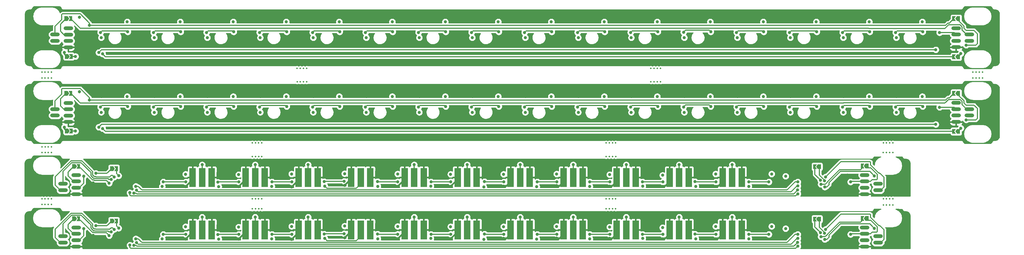
<source format=gbr>
G04 #@! TF.GenerationSoftware,KiCad,Pcbnew,(5.1.0-0)*
G04 #@! TF.CreationDate,2019-04-23T10:34:18-07:00*
G04 #@! TF.ProjectId,TestPanel1,54657374-5061-46e6-956c-312e6b696361,rev?*
G04 #@! TF.SameCoordinates,Original*
G04 #@! TF.FileFunction,Copper,L4,Bot*
G04 #@! TF.FilePolarity,Positive*
%FSLAX46Y46*%
G04 Gerber Fmt 4.6, Leading zero omitted, Abs format (unit mm)*
G04 Created by KiCad (PCBNEW (5.1.0-0)) date 2019-04-23 10:34:18*
%MOMM*%
%LPD*%
G04 APERTURE LIST*
%ADD10C,0.500000*%
%ADD11R,2.000000X6.000000*%
%ADD12O,3.000000X1.250000*%
%ADD13C,0.300000*%
%ADD14C,0.050000*%
%ADD15C,1.000000*%
%ADD16C,0.300000*%
%ADD17C,0.500000*%
%ADD18C,0.254000*%
G04 APERTURE END LIST*
D10*
X136814000Y-193859000D03*
X137814000Y-193859000D03*
X135814000Y-193859000D03*
X134814000Y-193859000D03*
X134800000Y-190672000D03*
X135800000Y-190672000D03*
X137800000Y-190672000D03*
X136800000Y-190672000D03*
X248055000Y-190658000D03*
X249055000Y-190658000D03*
X247055000Y-190658000D03*
X246055000Y-190658000D03*
X246069000Y-193845000D03*
X247069000Y-193845000D03*
X249069000Y-193845000D03*
X248069000Y-193845000D03*
X248058000Y-173115000D03*
X249058000Y-173115000D03*
X247058000Y-173115000D03*
X246058000Y-173115000D03*
X246072000Y-177360000D03*
X247072000Y-177360000D03*
X249072000Y-177360000D03*
X248072000Y-177360000D03*
X136790000Y-173115000D03*
X137790000Y-173115000D03*
X135790000Y-173115000D03*
X134790000Y-173115000D03*
X134804000Y-177360000D03*
X135804000Y-177360000D03*
X137804000Y-177360000D03*
X136804000Y-177360000D03*
X150899000Y-149606000D03*
X151899000Y-149606000D03*
X149899000Y-149606000D03*
X148899000Y-149606000D03*
X148913000Y-153851000D03*
X149913000Y-153851000D03*
X151913000Y-153851000D03*
X150913000Y-153851000D03*
X260143000Y-149613000D03*
X261143000Y-149613000D03*
X263143000Y-149613000D03*
X262143000Y-149613000D03*
X262157000Y-153858000D03*
X263157000Y-153858000D03*
X261157000Y-153858000D03*
X260157000Y-153858000D03*
X361406000Y-150808000D03*
X362406000Y-150808000D03*
X364406000Y-150808000D03*
X363406000Y-150808000D03*
X363406000Y-152638000D03*
X364406000Y-152638000D03*
X362406000Y-152638000D03*
X361406000Y-152638000D03*
X335237000Y-173102000D03*
X336237000Y-173102000D03*
X334237000Y-173102000D03*
X333237000Y-173102000D03*
X335223000Y-176161000D03*
X336223000Y-176161000D03*
X334223000Y-176161000D03*
X333223000Y-176161000D03*
X333237000Y-190664000D03*
X334237000Y-190664000D03*
X336237000Y-190664000D03*
X335237000Y-190664000D03*
X335237000Y-192665000D03*
X336237000Y-192665000D03*
X334237000Y-192665000D03*
X333237000Y-192665000D03*
X68661000Y-190656000D03*
X69661000Y-190656000D03*
X71661000Y-190656000D03*
X70661000Y-190656000D03*
X70661000Y-192486000D03*
X71661000Y-192486000D03*
X69661000Y-192486000D03*
X68661000Y-192486000D03*
X68668000Y-174332000D03*
X69668000Y-174332000D03*
X71668000Y-174332000D03*
X70668000Y-174332000D03*
X70668000Y-176162000D03*
X71668000Y-176162000D03*
X69668000Y-176162000D03*
X68668000Y-176162000D03*
X68650000Y-152647000D03*
X69650000Y-152647000D03*
X71650000Y-152647000D03*
X70650000Y-152647000D03*
X70650000Y-150817000D03*
X71650000Y-150817000D03*
X69650000Y-150817000D03*
X68650000Y-150817000D03*
D11*
X135709980Y-200474000D03*
X132709980Y-200474000D03*
X138709980Y-200474000D03*
X269043260Y-200474000D03*
X266043260Y-200474000D03*
X272043260Y-200474000D03*
D12*
X79460000Y-199724000D03*
X79460000Y-201724000D03*
X79460000Y-203724000D03*
X79460000Y-205724000D03*
D11*
X222043280Y-200474000D03*
X216043280Y-200474000D03*
X219043280Y-200474000D03*
X188709960Y-200474000D03*
X182709960Y-200474000D03*
X185709960Y-200474000D03*
X202376620Y-200474000D03*
X199376620Y-200474000D03*
X205376620Y-200474000D03*
D12*
X327375588Y-199724000D03*
X327375588Y-201724000D03*
X327375588Y-203724000D03*
X327375588Y-205724000D03*
X75293335Y-202474000D03*
X75293335Y-204474000D03*
D13*
X326651636Y-196874000D03*
D14*
G36*
X326151636Y-196124000D02*
G01*
X327301636Y-196124000D01*
X326801636Y-196874000D01*
X327301636Y-197624000D01*
X326151636Y-197624000D01*
X326151636Y-196124000D01*
X326151636Y-196124000D01*
G37*
D13*
X328101636Y-196874000D03*
D14*
G36*
X327101636Y-196874000D02*
G01*
X327601636Y-196124000D01*
X328601636Y-196124000D01*
X328601636Y-197624000D01*
X327601636Y-197624000D01*
X327101636Y-196874000D01*
X327101636Y-196874000D01*
G37*
D13*
X311685000Y-197074000D03*
D14*
G36*
X311185000Y-196324000D02*
G01*
X312335000Y-196324000D01*
X311835000Y-197074000D01*
X312335000Y-197824000D01*
X311185000Y-197824000D01*
X311185000Y-196324000D01*
X311185000Y-196324000D01*
G37*
D13*
X313135000Y-197074000D03*
D14*
G36*
X312135000Y-197074000D02*
G01*
X312635000Y-196324000D01*
X313635000Y-196324000D01*
X313635000Y-197824000D01*
X312635000Y-197824000D01*
X312135000Y-197074000D01*
X312135000Y-197074000D01*
G37*
D13*
X80135000Y-196974000D03*
D14*
G36*
X80635000Y-197724000D02*
G01*
X79485000Y-197724000D01*
X79985000Y-196974000D01*
X79485000Y-196224000D01*
X80635000Y-196224000D01*
X80635000Y-197724000D01*
X80635000Y-197724000D01*
G37*
D13*
X78685000Y-196974000D03*
D14*
G36*
X79685000Y-196974000D02*
G01*
X79185000Y-197724000D01*
X78185000Y-197724000D01*
X78185000Y-196224000D01*
X79185000Y-196224000D01*
X79685000Y-196974000D01*
X79685000Y-196974000D01*
G37*
D13*
X92035000Y-197674000D03*
D14*
G36*
X92535000Y-198424000D02*
G01*
X91385000Y-198424000D01*
X91885000Y-197674000D01*
X91385000Y-196924000D01*
X92535000Y-196924000D01*
X92535000Y-198424000D01*
X92535000Y-198424000D01*
G37*
D13*
X90585000Y-197674000D03*
D14*
G36*
X91585000Y-197674000D02*
G01*
X91085000Y-198424000D01*
X90085000Y-198424000D01*
X90085000Y-196924000D01*
X91085000Y-196924000D01*
X91585000Y-197674000D01*
X91585000Y-197674000D01*
G37*
D11*
X168910000Y-200474000D03*
X165910000Y-200474000D03*
X171910000Y-200474000D03*
X288709920Y-200474000D03*
X282709920Y-200474000D03*
X285709920Y-200474000D03*
X155376640Y-200474000D03*
X149376640Y-200474000D03*
X152376640Y-200474000D03*
D12*
X331542238Y-202474000D03*
X331542238Y-204474000D03*
D11*
X235709940Y-200474000D03*
X232709940Y-200474000D03*
X238709940Y-200474000D03*
X255376600Y-200474000D03*
X249376600Y-200474000D03*
X252376600Y-200474000D03*
X122043320Y-200474000D03*
X116043320Y-200474000D03*
X119043320Y-200474000D03*
D13*
X77685001Y-133974000D03*
D14*
G36*
X78185001Y-134724000D02*
G01*
X77035001Y-134724000D01*
X77535001Y-133974000D01*
X77035001Y-133224000D01*
X78185001Y-133224000D01*
X78185001Y-134724000D01*
X78185001Y-134724000D01*
G37*
D13*
X76235001Y-133974000D03*
D14*
G36*
X77235001Y-133974000D02*
G01*
X76735001Y-134724000D01*
X75735001Y-134724000D01*
X75735001Y-133224000D01*
X76735001Y-133224000D01*
X77235001Y-133974000D01*
X77235001Y-133974000D01*
G37*
D13*
X355401623Y-133974000D03*
D14*
G36*
X354901623Y-133224000D02*
G01*
X356051623Y-133224000D01*
X355551623Y-133974000D01*
X356051623Y-134724000D01*
X354901623Y-134724000D01*
X354901623Y-133224000D01*
X354901623Y-133224000D01*
G37*
D13*
X356851623Y-133974000D03*
D14*
G36*
X355851623Y-133974000D02*
G01*
X356351623Y-133224000D01*
X357351623Y-133224000D01*
X357351623Y-134724000D01*
X356351623Y-134724000D01*
X355851623Y-133974000D01*
X355851623Y-133974000D01*
G37*
D13*
X355400575Y-145974000D03*
D14*
G36*
X354900575Y-145224000D02*
G01*
X356050575Y-145224000D01*
X355550575Y-145974000D01*
X356050575Y-146724000D01*
X354900575Y-146724000D01*
X354900575Y-145224000D01*
X354900575Y-145224000D01*
G37*
D13*
X356850575Y-145974000D03*
D14*
G36*
X355850575Y-145974000D02*
G01*
X356350575Y-145224000D01*
X357350575Y-145224000D01*
X357350575Y-146724000D01*
X356350575Y-146724000D01*
X355850575Y-145974000D01*
X355850575Y-145974000D01*
G37*
D12*
X72793335Y-138974000D03*
X72793335Y-140974000D03*
X356125575Y-136974000D03*
X356125575Y-138974000D03*
X356125575Y-140974000D03*
X356125575Y-142974000D03*
X360292225Y-138974000D03*
X360292225Y-140974000D03*
X76960001Y-137007334D03*
X76960001Y-139007334D03*
X76960001Y-141007334D03*
X76960001Y-143007334D03*
D13*
X77835000Y-145874000D03*
D14*
G36*
X78335000Y-146624000D02*
G01*
X77185000Y-146624000D01*
X77685000Y-145874000D01*
X77185000Y-145124000D01*
X78335000Y-145124000D01*
X78335000Y-146624000D01*
X78335000Y-146624000D01*
G37*
D13*
X76385000Y-145874000D03*
D14*
G36*
X77385000Y-145874000D02*
G01*
X76885000Y-146624000D01*
X75885000Y-146624000D01*
X75885000Y-145124000D01*
X76885000Y-145124000D01*
X77385000Y-145874000D01*
X77385000Y-145874000D01*
G37*
D11*
X119043320Y-183974000D03*
X116043320Y-183974000D03*
X122043320Y-183974000D03*
X138709980Y-183974000D03*
X132709980Y-183974000D03*
X135709980Y-183974000D03*
X152376640Y-183974000D03*
X149376640Y-183974000D03*
X155376640Y-183974000D03*
X285709920Y-183974000D03*
X282709920Y-183974000D03*
X288709920Y-183974000D03*
X272043260Y-183974000D03*
X266043260Y-183974000D03*
X269043260Y-183974000D03*
X252376600Y-183974000D03*
X249376600Y-183974000D03*
X255376600Y-183974000D03*
X238709940Y-183974000D03*
X232709940Y-183974000D03*
X235709940Y-183974000D03*
X219043280Y-183974000D03*
X216043280Y-183974000D03*
X222043280Y-183974000D03*
X205376620Y-183974000D03*
X199376620Y-183974000D03*
X202376620Y-183974000D03*
X185709960Y-183974000D03*
X182709960Y-183974000D03*
X188709960Y-183974000D03*
X171910000Y-183974000D03*
X165910000Y-183974000D03*
X168910000Y-183974000D03*
D13*
X90585000Y-181174000D03*
D14*
G36*
X91585000Y-181174000D02*
G01*
X91085000Y-181924000D01*
X90085000Y-181924000D01*
X90085000Y-180424000D01*
X91085000Y-180424000D01*
X91585000Y-181174000D01*
X91585000Y-181174000D01*
G37*
D13*
X92035000Y-181174000D03*
D14*
G36*
X92535000Y-181924000D02*
G01*
X91385000Y-181924000D01*
X91885000Y-181174000D01*
X91385000Y-180424000D01*
X92535000Y-180424000D01*
X92535000Y-181924000D01*
X92535000Y-181924000D01*
G37*
D13*
X78685000Y-180474000D03*
D14*
G36*
X79685000Y-180474000D02*
G01*
X79185000Y-181224000D01*
X78185000Y-181224000D01*
X78185000Y-179724000D01*
X79185000Y-179724000D01*
X79685000Y-180474000D01*
X79685000Y-180474000D01*
G37*
D13*
X80135000Y-180474000D03*
D14*
G36*
X80635000Y-181224000D02*
G01*
X79485000Y-181224000D01*
X79985000Y-180474000D01*
X79485000Y-179724000D01*
X80635000Y-179724000D01*
X80635000Y-181224000D01*
X80635000Y-181224000D01*
G37*
D13*
X313135000Y-180574000D03*
D14*
G36*
X312135000Y-180574000D02*
G01*
X312635000Y-179824000D01*
X313635000Y-179824000D01*
X313635000Y-181324000D01*
X312635000Y-181324000D01*
X312135000Y-180574000D01*
X312135000Y-180574000D01*
G37*
D13*
X311685000Y-180574000D03*
D14*
G36*
X311185000Y-179824000D02*
G01*
X312335000Y-179824000D01*
X311835000Y-180574000D01*
X312335000Y-181324000D01*
X311185000Y-181324000D01*
X311185000Y-179824000D01*
X311185000Y-179824000D01*
G37*
D13*
X328101636Y-180374000D03*
D14*
G36*
X327101636Y-180374000D02*
G01*
X327601636Y-179624000D01*
X328601636Y-179624000D01*
X328601636Y-181124000D01*
X327601636Y-181124000D01*
X327101636Y-180374000D01*
X327101636Y-180374000D01*
G37*
D13*
X326651636Y-180374000D03*
D14*
G36*
X326151636Y-179624000D02*
G01*
X327301636Y-179624000D01*
X326801636Y-180374000D01*
X327301636Y-181124000D01*
X326151636Y-181124000D01*
X326151636Y-179624000D01*
X326151636Y-179624000D01*
G37*
D12*
X75293335Y-187974000D03*
X75293335Y-185974000D03*
X327375588Y-189224000D03*
X327375588Y-187224000D03*
X327375588Y-185224000D03*
X327375588Y-183224000D03*
X79460000Y-189224000D03*
X79460000Y-187224000D03*
X79460000Y-185224000D03*
X79460000Y-183224000D03*
X331542238Y-187974000D03*
X331542238Y-185974000D03*
D13*
X76385000Y-169374000D03*
D14*
G36*
X77385000Y-169374000D02*
G01*
X76885000Y-170124000D01*
X75885000Y-170124000D01*
X75885000Y-168624000D01*
X76885000Y-168624000D01*
X77385000Y-169374000D01*
X77385000Y-169374000D01*
G37*
D13*
X77835000Y-169374000D03*
D14*
G36*
X78335000Y-170124000D02*
G01*
X77185000Y-170124000D01*
X77685000Y-169374000D01*
X77185000Y-168624000D01*
X78335000Y-168624000D01*
X78335000Y-170124000D01*
X78335000Y-170124000D01*
G37*
D13*
X76235001Y-157474000D03*
D14*
G36*
X77235001Y-157474000D02*
G01*
X76735001Y-158224000D01*
X75735001Y-158224000D01*
X75735001Y-156724000D01*
X76735001Y-156724000D01*
X77235001Y-157474000D01*
X77235001Y-157474000D01*
G37*
D13*
X77685001Y-157474000D03*
D14*
G36*
X78185001Y-158224000D02*
G01*
X77035001Y-158224000D01*
X77535001Y-157474000D01*
X77035001Y-156724000D01*
X78185001Y-156724000D01*
X78185001Y-158224000D01*
X78185001Y-158224000D01*
G37*
D13*
X356850575Y-169474000D03*
D14*
G36*
X355850575Y-169474000D02*
G01*
X356350575Y-168724000D01*
X357350575Y-168724000D01*
X357350575Y-170224000D01*
X356350575Y-170224000D01*
X355850575Y-169474000D01*
X355850575Y-169474000D01*
G37*
D13*
X355400575Y-169474000D03*
D14*
G36*
X354900575Y-168724000D02*
G01*
X356050575Y-168724000D01*
X355550575Y-169474000D01*
X356050575Y-170224000D01*
X354900575Y-170224000D01*
X354900575Y-168724000D01*
X354900575Y-168724000D01*
G37*
D13*
X356851623Y-157474000D03*
D14*
G36*
X355851623Y-157474000D02*
G01*
X356351623Y-156724000D01*
X357351623Y-156724000D01*
X357351623Y-158224000D01*
X356351623Y-158224000D01*
X355851623Y-157474000D01*
X355851623Y-157474000D01*
G37*
D13*
X355401623Y-157474000D03*
D14*
G36*
X354901623Y-156724000D02*
G01*
X356051623Y-156724000D01*
X355551623Y-157474000D01*
X356051623Y-158224000D01*
X354901623Y-158224000D01*
X354901623Y-156724000D01*
X354901623Y-156724000D01*
G37*
D12*
X72793335Y-164474000D03*
X72793335Y-162474000D03*
X356125575Y-166474000D03*
X356125575Y-164474000D03*
X356125575Y-162474000D03*
X356125575Y-160474000D03*
X76960001Y-166507334D03*
X76960001Y-164507334D03*
X76960001Y-162507334D03*
X76960001Y-160507334D03*
X360292225Y-164474000D03*
X360292225Y-162474000D03*
D15*
X285709984Y-179974000D03*
X269043318Y-179974000D03*
X252376652Y-179974000D03*
X235709986Y-179974000D03*
X219043320Y-179974000D03*
X202376654Y-179974000D03*
X185709988Y-179974000D03*
X152376632Y-179974000D03*
X135709972Y-179974000D03*
X106476600Y-186823991D03*
X174251610Y-186774000D03*
X163834950Y-182774000D03*
X113834982Y-182974000D03*
X124251642Y-186874000D03*
X130501638Y-183074000D03*
X140918298Y-186774000D03*
X147168294Y-182874000D03*
X157584954Y-186674000D03*
X180501606Y-182874000D03*
X190918266Y-186674000D03*
X207584922Y-186974000D03*
X197168262Y-182974000D03*
X213834918Y-182974000D03*
X224251578Y-186874000D03*
X230501574Y-182874000D03*
X240918234Y-186774000D03*
X247168230Y-183074000D03*
X257584890Y-186674000D03*
X263834886Y-183274000D03*
X274251546Y-186774000D03*
X280501542Y-182874000D03*
X290918202Y-186774000D03*
X119043312Y-179974000D03*
X302510000Y-183574000D03*
X298110000Y-182874000D03*
X345475600Y-158474000D03*
X328809000Y-158474000D03*
X337309000Y-163474000D03*
X312142400Y-158474000D03*
X320642400Y-163474000D03*
X295475800Y-158474000D03*
X303975800Y-163474000D03*
X278809200Y-158474000D03*
X287309200Y-163474000D03*
X262142600Y-158474000D03*
X270642600Y-163474000D03*
X245476000Y-158474000D03*
X253976000Y-163474000D03*
X228809400Y-158474000D03*
X237309400Y-163474000D03*
X212142800Y-158474000D03*
X220642800Y-163474000D03*
X195476200Y-158474000D03*
X203976200Y-163474000D03*
X178809600Y-158474000D03*
X187309600Y-163474000D03*
X162143000Y-158474000D03*
X170643000Y-163474000D03*
X145476400Y-158474000D03*
X153976400Y-163474000D03*
X128809800Y-158474000D03*
X137309800Y-163474000D03*
X120643200Y-163474000D03*
X95476600Y-158474000D03*
X103976600Y-163474000D03*
X87310000Y-163474000D03*
X112143200Y-158474000D03*
X80451025Y-157007919D03*
X345475600Y-134974000D03*
X328809000Y-134974000D03*
X120643200Y-139974000D03*
X95476600Y-134974000D03*
X103976600Y-139974000D03*
X87310000Y-139974000D03*
X112143200Y-134974000D03*
X80451025Y-133507919D03*
X128809800Y-134974000D03*
X178809600Y-134974000D03*
X137309800Y-139974000D03*
X337309000Y-139974000D03*
X312142400Y-134974000D03*
X320642400Y-139974000D03*
X278809200Y-134974000D03*
X303975800Y-139974000D03*
X295475800Y-134974000D03*
X145476400Y-134974000D03*
X170643000Y-139974000D03*
X153976400Y-139974000D03*
X162143000Y-134974000D03*
X187309600Y-139974000D03*
X270642600Y-139974000D03*
X262142600Y-134974000D03*
X287309200Y-139974000D03*
X228809400Y-134974000D03*
X253976000Y-139974000D03*
X245476000Y-134974000D03*
X220642800Y-139974000D03*
X212142800Y-134974000D03*
X237309400Y-139974000D03*
X195476200Y-134974000D03*
X203976200Y-139974000D03*
X285709984Y-196474000D03*
X269043318Y-196474000D03*
X252376652Y-196474000D03*
X235709986Y-196474000D03*
X106476600Y-203323991D03*
X135709972Y-196474000D03*
X174251610Y-203274000D03*
X152376632Y-196474000D03*
X185709988Y-196474000D03*
X202376654Y-196474000D03*
X219043320Y-196474000D03*
X113834982Y-199474000D03*
X163834950Y-199274000D03*
X130501638Y-199574000D03*
X124251642Y-203374000D03*
X140918298Y-203274000D03*
X147168294Y-199374000D03*
X157584954Y-203174000D03*
X180501606Y-199374000D03*
X190918266Y-203174000D03*
X207584922Y-203474000D03*
X197168262Y-199474000D03*
X213834918Y-199474000D03*
X224251578Y-203374000D03*
X230501574Y-199374000D03*
X240918234Y-203274000D03*
X247168230Y-199574000D03*
X257584890Y-203174000D03*
X263834886Y-199774000D03*
X274251546Y-203274000D03*
X280501542Y-199374000D03*
X290918202Y-203274000D03*
X119043312Y-196474000D03*
X302510000Y-200074000D03*
X298110000Y-199374000D03*
X106543264Y-183073990D03*
X102226638Y-186823999D03*
X174251610Y-182974000D03*
X124251642Y-183074000D03*
X113834982Y-186874000D03*
X140918298Y-182974000D03*
X130501638Y-186874000D03*
X157584954Y-182974000D03*
X147168294Y-186974000D03*
X190918266Y-182874000D03*
X180501606Y-186774000D03*
X197168262Y-186774000D03*
X207584922Y-183074000D03*
X213834918Y-186674000D03*
X224251578Y-182974000D03*
X240918234Y-183174000D03*
X247168230Y-186674000D03*
X257584890Y-183074000D03*
X263834886Y-186774000D03*
X274251546Y-183074000D03*
X290918202Y-182874000D03*
X280501546Y-186774000D03*
X298209864Y-186674000D03*
X84784480Y-185696310D03*
X163834950Y-186473990D03*
X88510000Y-180774000D03*
X318310000Y-187274000D03*
X321910000Y-183274000D03*
X325010000Y-189174000D03*
X81610000Y-189274000D03*
X230501540Y-186574000D03*
X306610000Y-182174004D03*
X332709000Y-163474002D03*
X337375664Y-158474000D03*
X316042400Y-163474002D03*
X320709064Y-158474000D03*
X299375800Y-163474002D03*
X304042464Y-158474000D03*
X282709200Y-163474002D03*
X287375864Y-158474000D03*
X266042600Y-163474002D03*
X270709264Y-158474000D03*
X249376000Y-163474002D03*
X254042664Y-158474000D03*
X232709400Y-163474002D03*
X237376064Y-158474000D03*
X216042800Y-163474002D03*
X220709464Y-158474000D03*
X199376200Y-163474002D03*
X204042864Y-158474000D03*
X182709600Y-163474002D03*
X187376264Y-158474000D03*
X166043000Y-163474002D03*
X170709664Y-158474000D03*
X149376400Y-163474002D03*
X154043064Y-158474000D03*
X132709800Y-163474002D03*
X137376464Y-158474000D03*
X116043200Y-163474002D03*
X120709864Y-158474000D03*
X99376600Y-163474002D03*
X87376664Y-158474000D03*
X82710000Y-163474002D03*
X104043264Y-158474000D03*
X349251479Y-163598123D03*
X353610000Y-157274000D03*
X232709400Y-139974002D03*
X199376200Y-139974002D03*
X270709264Y-134974000D03*
X282709200Y-139974002D03*
X287375864Y-134974000D03*
X266042600Y-139974002D03*
X216042800Y-139974002D03*
X220709464Y-134974000D03*
X237376064Y-134974000D03*
X204042864Y-134974000D03*
X182709600Y-139974002D03*
X249376000Y-139974002D03*
X187376264Y-134974000D03*
X254042664Y-134974000D03*
X166043000Y-139974002D03*
X170709664Y-134974000D03*
X149376400Y-139974002D03*
X154043064Y-134974000D03*
X120709864Y-134974000D03*
X99376600Y-139974002D03*
X132709800Y-139974002D03*
X116043200Y-139974002D03*
X137376464Y-134974000D03*
X87376664Y-134974000D03*
X82710000Y-139974002D03*
X104043264Y-134974000D03*
X349251479Y-140098123D03*
X353610000Y-133774000D03*
X337375664Y-134974000D03*
X299375800Y-139974002D03*
X304042464Y-134974000D03*
X332709000Y-139974002D03*
X320709064Y-134974000D03*
X316042400Y-139974002D03*
X157584954Y-199474000D03*
X180501606Y-203274000D03*
X197168262Y-203274000D03*
X224251578Y-199474000D03*
X130501638Y-203374000D03*
X213834918Y-203174000D03*
X207584922Y-199574000D03*
X190918266Y-199374000D03*
X240918234Y-199674000D03*
X247168230Y-203174000D03*
X257584890Y-199574000D03*
X263834886Y-203274000D03*
X274251546Y-199574000D03*
X290918202Y-199374000D03*
X280501546Y-203274000D03*
X298209864Y-203174000D03*
X84784480Y-202196310D03*
X163834950Y-202973990D03*
X88510000Y-197274000D03*
X318310000Y-203774000D03*
X321910000Y-199774000D03*
X325010000Y-205674000D03*
X81610000Y-205774000D03*
X230501540Y-203074000D03*
X306610000Y-198674004D03*
X147168294Y-203474000D03*
X106543264Y-199573990D03*
X102226638Y-203323999D03*
X174251610Y-199474000D03*
X124251642Y-199574000D03*
X113834982Y-203374000D03*
X140918298Y-199474000D03*
X224410000Y-185374000D03*
X230579645Y-185326429D03*
X228960384Y-161624000D03*
X220410352Y-161824000D03*
X220410352Y-138324000D03*
X228960384Y-138124000D03*
X224410000Y-201874000D03*
X230579645Y-201826429D03*
X280576600Y-185374000D03*
X274009998Y-185274000D03*
X278959584Y-161624000D03*
X270409994Y-161774000D03*
X270409994Y-138274000D03*
X278959584Y-138124000D03*
X280576600Y-201874000D03*
X274009998Y-201774000D03*
X106810000Y-185374000D03*
X113910000Y-185374000D03*
X112293452Y-161624000D03*
X103743420Y-161824000D03*
X112293452Y-138124000D03*
X103743420Y-138324000D03*
X106810000Y-201874000D03*
X113910000Y-201874000D03*
X95626792Y-161624000D03*
X87076760Y-161824000D03*
X87076760Y-138324000D03*
X95626792Y-138124000D03*
X130576672Y-185374000D03*
X124009996Y-185474000D03*
X128960112Y-161624000D03*
X120410080Y-161824000D03*
X120410080Y-138324000D03*
X128960112Y-138124000D03*
X130576672Y-201874000D03*
X124009996Y-201974000D03*
X147243338Y-185374000D03*
X141010000Y-185374000D03*
X145626772Y-161624000D03*
X137076740Y-161824000D03*
X145626772Y-138124000D03*
X137076740Y-138324000D03*
X147243338Y-201874000D03*
X141010000Y-201874000D03*
X163715358Y-185179354D03*
X157410000Y-185274000D03*
X162293432Y-161624000D03*
X153743400Y-161824000D03*
X162293432Y-138124000D03*
X153743400Y-138324000D03*
X157410000Y-201774000D03*
X163715358Y-201679354D03*
X180532024Y-185329354D03*
X174210000Y-185274000D03*
X178960092Y-161624000D03*
X170410060Y-161824000D03*
X170410060Y-138324000D03*
X178960092Y-138124000D03*
X174210000Y-201774000D03*
X180532024Y-201829354D03*
X197198685Y-185329349D03*
X191010000Y-185374000D03*
X195626752Y-161624000D03*
X187076720Y-161824000D03*
X195626752Y-138124000D03*
X187076720Y-138324000D03*
X197198685Y-201829349D03*
X191010000Y-201874000D03*
X213910002Y-185374000D03*
X207810000Y-185274000D03*
X212293412Y-161624000D03*
X203743380Y-161824000D03*
X212293412Y-138124000D03*
X203743380Y-138324000D03*
X213910002Y-201874000D03*
X207810000Y-201774000D03*
X247243334Y-185374000D03*
X240910000Y-185374000D03*
X245627083Y-161624000D03*
X237077051Y-161824000D03*
X237077051Y-138324000D03*
X245627083Y-138124000D03*
X247243334Y-201874000D03*
X240910000Y-201874000D03*
X263910000Y-185374000D03*
X257510000Y-185374000D03*
X262293392Y-161624000D03*
X253743360Y-161824000D03*
X262293392Y-138124000D03*
X253743360Y-138324000D03*
X257510000Y-201874000D03*
X263910000Y-201874000D03*
X297243332Y-185374000D03*
X290910000Y-185374000D03*
X295626712Y-161624000D03*
X287076680Y-161824000D03*
X295626712Y-138124000D03*
X287076680Y-138324000D03*
X297243332Y-201874000D03*
X290910000Y-201874000D03*
X312293879Y-161624000D03*
X303743847Y-161824000D03*
X312293879Y-138124000D03*
X303743847Y-138324000D03*
X328960032Y-161624000D03*
X320410000Y-161824000D03*
X320410000Y-161824000D03*
X328960032Y-161624000D03*
X328960032Y-138124000D03*
X320410000Y-138324000D03*
X320410000Y-138324000D03*
X328960032Y-138124000D03*
X81810000Y-183574000D03*
X85610000Y-182674000D03*
X75746404Y-168137597D03*
X75746404Y-144637597D03*
X81810000Y-200074000D03*
X85610000Y-199174000D03*
X314741683Y-185015938D03*
X345626692Y-161624000D03*
X337076660Y-161824000D03*
X357610006Y-168474000D03*
X345626692Y-138124000D03*
X357610006Y-144974000D03*
X337076660Y-138324000D03*
X314741683Y-201515938D03*
X322909994Y-185374000D03*
X350910000Y-161874000D03*
X359294851Y-165843544D03*
X359294851Y-142343544D03*
X350910000Y-138374000D03*
X322909994Y-201874000D03*
X92777658Y-183433299D03*
X98167828Y-186759870D03*
X315076939Y-183811723D03*
X306336619Y-185372931D03*
X79210000Y-169374000D03*
X86535247Y-168146817D03*
X349710000Y-167274000D03*
X79210000Y-145874000D03*
X86535247Y-144646817D03*
X349710000Y-143774000D03*
X92777658Y-199933299D03*
X98167828Y-203259870D03*
X306336619Y-201872931D03*
X315076939Y-200311723D03*
X89810000Y-185774000D03*
X96309445Y-188773956D03*
X314810000Y-186974000D03*
X330409990Y-183474003D03*
X306331189Y-189121875D03*
X96309445Y-205273956D03*
X89810000Y-202274000D03*
X314810000Y-203474000D03*
X330409990Y-199974003D03*
X306331189Y-205621875D03*
X91394751Y-183804068D03*
X98432365Y-187981570D03*
X313500966Y-184863801D03*
X306339914Y-186622938D03*
X87709998Y-168574000D03*
X87709998Y-145074000D03*
X91394751Y-200304068D03*
X98432365Y-204481570D03*
X313500966Y-201363801D03*
X306339914Y-203122938D03*
X90410000Y-184574000D03*
X97555567Y-188872499D03*
X313613136Y-186108768D03*
X306298955Y-187872279D03*
X83596404Y-159587596D03*
X83596404Y-136087596D03*
X90410000Y-201074000D03*
X97555567Y-205372499D03*
X313613136Y-202608768D03*
X306298955Y-204372279D03*
D16*
X285709992Y-179974008D02*
X285709984Y-179974000D01*
X285709992Y-183974000D02*
X285709992Y-179974008D01*
X269043326Y-179974008D02*
X269043318Y-179974000D01*
X269043326Y-183974000D02*
X269043326Y-179974008D01*
X252376660Y-179974008D02*
X252376652Y-179974000D01*
X252376660Y-183974000D02*
X252376660Y-179974008D01*
X235709994Y-179974008D02*
X235709986Y-179974000D01*
X235709994Y-183974000D02*
X235709994Y-179974008D01*
X219043328Y-179974008D02*
X219043320Y-179974000D01*
X219043328Y-183974000D02*
X219043328Y-179974008D01*
X202376662Y-179974008D02*
X202376654Y-179974000D01*
X202376662Y-183974000D02*
X202376662Y-179974008D01*
X185709996Y-179974008D02*
X185709988Y-179974000D01*
X185709996Y-183974000D02*
X185709996Y-179974008D01*
X152376640Y-179974008D02*
X152376632Y-179974000D01*
X152376640Y-183974000D02*
X152376640Y-179974008D01*
X135709980Y-179974008D02*
X135709972Y-179974000D01*
X135709980Y-183974000D02*
X135709980Y-179974008D01*
X119043320Y-179974008D02*
X119043312Y-179974000D01*
X119043320Y-183974000D02*
X119043320Y-179974008D01*
X158084953Y-187173999D02*
X157584954Y-186674000D01*
X167509999Y-187374001D02*
X158284955Y-187374001D01*
X168910000Y-185974000D02*
X167509999Y-187374001D01*
X168910000Y-183974000D02*
X168910000Y-185974000D01*
X158284955Y-187374001D02*
X158084953Y-187173999D01*
X269043326Y-196474008D02*
X269043318Y-196474000D01*
X269043326Y-200474000D02*
X269043326Y-196474008D01*
X285709992Y-196474008D02*
X285709984Y-196474000D01*
X252376660Y-196474008D02*
X252376652Y-196474000D01*
X285709992Y-200474000D02*
X285709992Y-196474008D01*
X235709994Y-196474008D02*
X235709986Y-196474000D01*
X252376660Y-200474000D02*
X252376660Y-196474008D01*
X235709994Y-200474000D02*
X235709994Y-196474008D01*
X219043328Y-196474008D02*
X219043320Y-196474000D01*
X219043328Y-200474000D02*
X219043328Y-196474008D01*
X202376662Y-196474008D02*
X202376654Y-196474000D01*
X202376662Y-200474000D02*
X202376662Y-196474008D01*
X185709996Y-196474008D02*
X185709988Y-196474000D01*
X185709996Y-200474000D02*
X185709996Y-196474008D01*
X152376640Y-196474008D02*
X152376632Y-196474000D01*
X152376640Y-200474000D02*
X152376640Y-196474008D01*
X135709980Y-200474000D02*
X135709980Y-196474008D01*
X135709980Y-196474008D02*
X135709972Y-196474000D01*
X168910000Y-202474000D02*
X167509999Y-203874001D01*
X167509999Y-203874001D02*
X158284955Y-203874001D01*
X158284955Y-203874001D02*
X158084953Y-203673999D01*
X168910000Y-200474000D02*
X168910000Y-202474000D01*
X119043320Y-196474008D02*
X119043312Y-196474000D01*
X158084953Y-203673999D02*
X157584954Y-203174000D01*
X119043320Y-200474000D02*
X119043320Y-196474008D01*
D17*
X213834954Y-186774000D02*
X214542060Y-186774000D01*
X214542060Y-186774000D02*
X216043328Y-185272732D01*
X230501620Y-186774000D02*
X231208726Y-186774000D01*
X231208726Y-186774000D02*
X232709994Y-185272732D01*
X247168286Y-186774000D02*
X247875392Y-186774000D01*
X247875392Y-186774000D02*
X249376660Y-185272732D01*
X263834952Y-186774000D02*
X264542058Y-186774000D01*
X264542058Y-186774000D02*
X266043326Y-185272732D01*
D16*
X90110000Y-179174000D02*
X89009999Y-180274001D01*
X102643274Y-179174000D02*
X90110000Y-179174000D01*
X106543264Y-183073990D02*
X102643274Y-179174000D01*
X89009999Y-180274001D02*
X88510000Y-180774000D01*
D17*
X282709920Y-185272732D02*
X282709920Y-183974000D01*
X281208652Y-186774000D02*
X282709920Y-185272732D01*
X280501546Y-186774000D02*
X281208652Y-186774000D01*
X199376620Y-184565642D02*
X197168262Y-186774000D01*
X199376620Y-183974000D02*
X199376620Y-184565642D01*
X182709960Y-184565646D02*
X180501606Y-186774000D01*
X182709960Y-183974000D02*
X182709960Y-184565646D01*
X165910000Y-183974000D02*
X165910000Y-184398940D01*
X165910000Y-184398940D02*
X163834950Y-186473990D01*
X149376640Y-184765654D02*
X147168294Y-186974000D01*
X149376640Y-183974000D02*
X149376640Y-184765654D01*
X132709980Y-184665658D02*
X130501638Y-186874000D01*
X132709980Y-183974000D02*
X132709980Y-184665658D01*
X116043320Y-184665662D02*
X113834982Y-186874000D01*
X116043320Y-183974000D02*
X116043320Y-184665662D01*
X116043320Y-200474000D02*
X116043320Y-201165662D01*
X116043320Y-201165662D02*
X113834982Y-203374000D01*
X132709980Y-200474000D02*
X132709980Y-201165658D01*
X182709960Y-201065646D02*
X180501606Y-203274000D01*
X165910000Y-200898940D02*
X163834950Y-202973990D01*
X165910000Y-200474000D02*
X165910000Y-200898940D01*
X132709980Y-201165658D02*
X130501638Y-203374000D01*
D16*
X106543264Y-199573990D02*
X102643274Y-195674000D01*
D17*
X282709920Y-201772732D02*
X282709920Y-200474000D01*
D16*
X89009999Y-196774001D02*
X88510000Y-197274000D01*
D17*
X149376640Y-200474000D02*
X149376640Y-201265654D01*
X199376620Y-200474000D02*
X199376620Y-201065642D01*
X149376640Y-201265654D02*
X147168294Y-203474000D01*
X281208652Y-203274000D02*
X282709920Y-201772732D01*
X199376620Y-201065642D02*
X197168262Y-203274000D01*
X182709960Y-200474000D02*
X182709960Y-201065646D01*
X280501546Y-203274000D02*
X281208652Y-203274000D01*
D16*
X102643274Y-195674000D02*
X90110000Y-195674000D01*
X90110000Y-195674000D02*
X89009999Y-196774001D01*
D17*
X264542058Y-203274000D02*
X266043326Y-201772732D01*
X263834952Y-203274000D02*
X264542058Y-203274000D01*
X231208726Y-203274000D02*
X232709994Y-201772732D01*
X213834954Y-203274000D02*
X214542060Y-203274000D01*
X230501620Y-203274000D02*
X231208726Y-203274000D01*
X247875392Y-203274000D02*
X249376660Y-201772732D01*
X214542060Y-203274000D02*
X216043328Y-201772732D01*
X247168286Y-203274000D02*
X247875392Y-203274000D01*
D16*
X224410000Y-185374000D02*
X230532074Y-185374000D01*
X230532074Y-185374000D02*
X230579645Y-185326429D01*
X228660385Y-161324001D02*
X228960384Y-161624000D01*
X220910351Y-161324001D02*
X228660385Y-161324001D01*
X220410352Y-161824000D02*
X220910351Y-161324001D01*
X220410352Y-138324000D02*
X220910351Y-137824001D01*
X228660385Y-137824001D02*
X228960384Y-138124000D01*
X220910351Y-137824001D02*
X228660385Y-137824001D01*
X224410000Y-201874000D02*
X230532074Y-201874000D01*
X230532074Y-201874000D02*
X230579645Y-201826429D01*
X280576600Y-185374000D02*
X274109998Y-185374000D01*
X274109998Y-185374000D02*
X274009998Y-185274000D01*
X278459585Y-161124001D02*
X271059993Y-161124001D01*
X278959584Y-161624000D02*
X278459585Y-161124001D01*
X271059993Y-161124001D02*
X270909993Y-161274001D01*
X270909993Y-161274001D02*
X270409994Y-161774000D01*
X278459585Y-137624001D02*
X271059993Y-137624001D01*
X278959584Y-138124000D02*
X278459585Y-137624001D01*
X271059993Y-137624001D02*
X270909993Y-137774001D01*
X270909993Y-137774001D02*
X270409994Y-138274000D01*
X280576600Y-201874000D02*
X274109998Y-201874000D01*
X274109998Y-201874000D02*
X274009998Y-201774000D01*
X106810000Y-185374000D02*
X113910000Y-185374000D01*
X111993453Y-161324001D02*
X112293452Y-161624000D01*
X104243419Y-161324001D02*
X111993453Y-161324001D01*
X103743420Y-161824000D02*
X104243419Y-161324001D01*
X111993453Y-137824001D02*
X112293452Y-138124000D01*
X103743420Y-138324000D02*
X104243419Y-137824001D01*
X104243419Y-137824001D02*
X111993453Y-137824001D01*
X106810000Y-201874000D02*
X113910000Y-201874000D01*
X95326793Y-161324001D02*
X95626792Y-161624000D01*
X87576759Y-161324001D02*
X95326793Y-161324001D01*
X87076760Y-161824000D02*
X87576759Y-161324001D01*
X87076760Y-138324000D02*
X87576759Y-137824001D01*
X95326793Y-137824001D02*
X95626792Y-138124000D01*
X87576759Y-137824001D02*
X95326793Y-137824001D01*
X130576672Y-185374000D02*
X124109996Y-185374000D01*
X124109996Y-185374000D02*
X124009996Y-185474000D01*
X128660113Y-161324001D02*
X128960112Y-161624000D01*
X120910079Y-161324001D02*
X128660113Y-161324001D01*
X120410080Y-161824000D02*
X120910079Y-161324001D01*
X120410080Y-138324000D02*
X120910079Y-137824001D01*
X128660113Y-137824001D02*
X128960112Y-138124000D01*
X120910079Y-137824001D02*
X128660113Y-137824001D01*
X124109996Y-201874000D02*
X124009996Y-201974000D01*
X130576672Y-201874000D02*
X124109996Y-201874000D01*
X147243338Y-185374000D02*
X141010000Y-185374000D01*
X145326773Y-161324001D02*
X145626772Y-161624000D01*
X137576739Y-161324001D02*
X145326773Y-161324001D01*
X137076740Y-161824000D02*
X137576739Y-161324001D01*
X145326773Y-137824001D02*
X145626772Y-138124000D01*
X137576739Y-137824001D02*
X145326773Y-137824001D01*
X137076740Y-138324000D02*
X137576739Y-137824001D01*
X147243338Y-201874000D02*
X141010000Y-201874000D01*
X157504646Y-185179354D02*
X157410000Y-185274000D01*
X163715358Y-185179354D02*
X157504646Y-185179354D01*
X161993433Y-161324001D02*
X162293432Y-161624000D01*
X154243399Y-161324001D02*
X161993433Y-161324001D01*
X153743400Y-161824000D02*
X154243399Y-161324001D01*
X161993433Y-137824001D02*
X162293432Y-138124000D01*
X154243399Y-137824001D02*
X161993433Y-137824001D01*
X153743400Y-138324000D02*
X154243399Y-137824001D01*
X163715358Y-201679354D02*
X157504646Y-201679354D01*
X157504646Y-201679354D02*
X157410000Y-201774000D01*
X174265354Y-185329354D02*
X174210000Y-185274000D01*
X180532024Y-185329354D02*
X174265354Y-185329354D01*
X178660093Y-161324001D02*
X178960092Y-161624000D01*
X170910059Y-161324001D02*
X178660093Y-161324001D01*
X170410060Y-161824000D02*
X170910059Y-161324001D01*
X178660093Y-137824001D02*
X178960092Y-138124000D01*
X170910059Y-137824001D02*
X178660093Y-137824001D01*
X170410060Y-138324000D02*
X170910059Y-137824001D01*
X174265354Y-201829354D02*
X174210000Y-201774000D01*
X180532024Y-201829354D02*
X174265354Y-201829354D01*
X191054651Y-185329349D02*
X191010000Y-185374000D01*
X197198685Y-185329349D02*
X191054651Y-185329349D01*
X195326753Y-161324001D02*
X195626752Y-161624000D01*
X187576719Y-161324001D02*
X195326753Y-161324001D01*
X187076720Y-161824000D02*
X187576719Y-161324001D01*
X195326753Y-137824001D02*
X195626752Y-138124000D01*
X187576719Y-137824001D02*
X195326753Y-137824001D01*
X187076720Y-138324000D02*
X187576719Y-137824001D01*
X191054651Y-201829349D02*
X191010000Y-201874000D01*
X197198685Y-201829349D02*
X191054651Y-201829349D01*
X213910002Y-185374000D02*
X207910000Y-185374000D01*
X207910000Y-185374000D02*
X207810000Y-185274000D01*
X211993413Y-161324001D02*
X212293412Y-161624000D01*
X204243379Y-161324001D02*
X211993413Y-161324001D01*
X203743380Y-161824000D02*
X204243379Y-161324001D01*
X211993413Y-137824001D02*
X212293412Y-138124000D01*
X204243379Y-137824001D02*
X211993413Y-137824001D01*
X203743380Y-138324000D02*
X204243379Y-137824001D01*
X213910002Y-201874000D02*
X207910000Y-201874000D01*
X207910000Y-201874000D02*
X207810000Y-201774000D01*
X247243334Y-185374000D02*
X240910000Y-185374000D01*
X245327084Y-161324001D02*
X245627083Y-161624000D01*
X237577050Y-161324001D02*
X245327084Y-161324001D01*
X237077051Y-161824000D02*
X237577050Y-161324001D01*
X237577050Y-137824001D02*
X245327084Y-137824001D01*
X245327084Y-137824001D02*
X245627083Y-138124000D01*
X237077051Y-138324000D02*
X237577050Y-137824001D01*
X247243334Y-201874000D02*
X240910000Y-201874000D01*
X263910000Y-185374000D02*
X257510000Y-185374000D01*
X261993393Y-161324001D02*
X262293392Y-161624000D01*
X254243359Y-161324001D02*
X261993393Y-161324001D01*
X253743360Y-161824000D02*
X254243359Y-161324001D01*
X261993393Y-137824001D02*
X262293392Y-138124000D01*
X254243359Y-137824001D02*
X261993393Y-137824001D01*
X253743360Y-138324000D02*
X254243359Y-137824001D01*
X263910000Y-201874000D02*
X257510000Y-201874000D01*
X297243332Y-185374000D02*
X290910000Y-185374000D01*
X295326713Y-161324001D02*
X295626712Y-161624000D01*
X287576679Y-161324001D02*
X295326713Y-161324001D01*
X287076680Y-161824000D02*
X287576679Y-161324001D01*
X295326713Y-137824001D02*
X295626712Y-138124000D01*
X287576679Y-137824001D02*
X295326713Y-137824001D01*
X287076680Y-138324000D02*
X287576679Y-137824001D01*
X297243332Y-201874000D02*
X290910000Y-201874000D01*
X311993880Y-161324001D02*
X312293879Y-161624000D01*
X304243846Y-161324001D02*
X311993880Y-161324001D01*
X303743847Y-161824000D02*
X304243846Y-161324001D01*
X311993880Y-137824001D02*
X312293879Y-138124000D01*
X304243846Y-137824001D02*
X311993880Y-137824001D01*
X303743847Y-138324000D02*
X304243846Y-137824001D01*
X328660033Y-161324001D02*
X328960032Y-161624000D01*
X320909999Y-161324001D02*
X328660033Y-161324001D01*
X320410000Y-161824000D02*
X320909999Y-161324001D01*
X320410000Y-161824000D02*
X320909999Y-161324001D01*
X320909999Y-161324001D02*
X328660033Y-161324001D01*
X328660033Y-161324001D02*
X328960032Y-161624000D01*
X328660033Y-137824001D02*
X328960032Y-138124000D01*
X320909999Y-137824001D02*
X328660033Y-137824001D01*
X320410000Y-138324000D02*
X320909999Y-137824001D01*
X320410000Y-138324000D02*
X320909999Y-137824001D01*
X320909999Y-137824001D02*
X328660033Y-137824001D01*
X328660033Y-137824001D02*
X328960032Y-138124000D01*
X81810000Y-185749000D02*
X81810000Y-183574000D01*
X80335000Y-187224000D02*
X81810000Y-185749000D01*
X79460000Y-187224000D02*
X80335000Y-187224000D01*
X89085000Y-182674000D02*
X86317106Y-182674000D01*
X86317106Y-182674000D02*
X85610000Y-182674000D01*
X90585000Y-181174000D02*
X89085000Y-182674000D01*
X76385000Y-169374000D02*
X76385000Y-168799000D01*
X76385000Y-169374000D02*
X75746404Y-168735404D01*
X75746404Y-168735404D02*
X75746404Y-168137597D01*
X76385000Y-145874000D02*
X76385000Y-145299000D01*
X76385000Y-145874000D02*
X75746404Y-145235404D01*
X75746404Y-145235404D02*
X75746404Y-144637597D01*
X81810000Y-202249000D02*
X81810000Y-200074000D01*
X80335000Y-203724000D02*
X81810000Y-202249000D01*
X79460000Y-203724000D02*
X80335000Y-203724000D01*
X89085000Y-199174000D02*
X86317106Y-199174000D01*
X86317106Y-199174000D02*
X85610000Y-199174000D01*
X90585000Y-197674000D02*
X89085000Y-199174000D01*
X79460000Y-185224000D02*
X78585000Y-185224000D01*
X78114290Y-181044710D02*
X78685000Y-180474000D01*
X78585000Y-185224000D02*
X76860011Y-183499011D01*
X76860011Y-182298989D02*
X78114290Y-181044710D01*
X76860011Y-183499011D02*
X76860011Y-182298989D01*
X75543334Y-162507334D02*
X76960001Y-162507334D01*
X74510000Y-161474000D02*
X75543334Y-162507334D01*
X74510000Y-159199001D02*
X74510000Y-161474000D01*
X76235001Y-157474000D02*
X74510000Y-159199001D01*
X75543334Y-139007334D02*
X76960001Y-139007334D01*
X74510000Y-137974000D02*
X75543334Y-139007334D01*
X74510000Y-135699001D02*
X74510000Y-137974000D01*
X76235001Y-133974000D02*
X74510000Y-135699001D01*
X79460000Y-201724000D02*
X78585000Y-201724000D01*
X78114290Y-197544710D02*
X78685000Y-196974000D01*
X78585000Y-201724000D02*
X76860011Y-199999011D01*
X76860011Y-198798989D02*
X78114290Y-197544710D01*
X76860011Y-199999011D02*
X76860011Y-198798989D01*
X313135000Y-183201871D02*
X314741683Y-184808554D01*
X314741683Y-184808554D02*
X314741683Y-185015938D01*
X313135000Y-180574000D02*
X313135000Y-183201871D01*
X345326693Y-161324001D02*
X345626692Y-161624000D01*
X337576659Y-161324001D02*
X345326693Y-161324001D01*
X337076660Y-161824000D02*
X337576659Y-161324001D01*
X355250575Y-164474000D02*
X356125575Y-164474000D01*
X357610006Y-168714569D02*
X357610006Y-168474000D01*
X356850575Y-169474000D02*
X357610006Y-168714569D01*
X345326693Y-137824001D02*
X345626692Y-138124000D01*
X337576659Y-137824001D02*
X345326693Y-137824001D01*
X337076660Y-138324000D02*
X337576659Y-137824001D01*
X355250575Y-140974000D02*
X356125575Y-140974000D01*
X357610006Y-145214569D02*
X357610006Y-144974000D01*
X356850575Y-145974000D02*
X357610006Y-145214569D01*
X313135000Y-199701871D02*
X314741683Y-201308554D01*
X314741683Y-201308554D02*
X314741683Y-201515938D01*
X313135000Y-197074000D02*
X313135000Y-199701871D01*
X328672346Y-180944710D02*
X328101636Y-180374000D01*
X331310000Y-182999020D02*
X329255690Y-180944710D01*
X329255690Y-180944710D02*
X328672346Y-180944710D01*
X331142002Y-184674000D02*
X331310000Y-184506002D01*
X329725588Y-184674000D02*
X331142002Y-184674000D01*
X329175588Y-185224000D02*
X329725588Y-184674000D01*
X331310000Y-184506002D02*
X331310000Y-182999020D01*
X327375588Y-185224000D02*
X329175588Y-185224000D01*
X327375588Y-185224000D02*
X323059994Y-185224000D01*
X323059994Y-185224000D02*
X322909994Y-185374000D01*
X357210000Y-162474000D02*
X356125575Y-162474000D01*
X355525575Y-161874000D02*
X356125575Y-162474000D01*
X350910000Y-161874000D02*
X355525575Y-161874000D01*
X356810000Y-157515623D02*
X356851623Y-157474000D01*
X357634979Y-158898979D02*
X356810000Y-158074000D01*
X362810000Y-162274000D02*
X361760000Y-161224000D01*
X357652970Y-158898979D02*
X357634979Y-158898979D01*
X356810000Y-158074000D02*
X356810000Y-157515623D01*
X359294851Y-165843544D02*
X362340456Y-165843544D01*
X358575596Y-159821605D02*
X357652970Y-158898979D01*
X358575596Y-160539596D02*
X358575596Y-159821605D01*
X362810000Y-165374000D02*
X362810000Y-162274000D01*
X359260000Y-161224000D02*
X358575596Y-160539596D01*
X362340456Y-165843544D02*
X362810000Y-165374000D01*
X361760000Y-161224000D02*
X359260000Y-161224000D01*
X357210000Y-138974000D02*
X356125575Y-138974000D01*
X355525575Y-138374000D02*
X356125575Y-138974000D01*
X350910000Y-138374000D02*
X355525575Y-138374000D01*
X356810000Y-134015623D02*
X356851623Y-133974000D01*
X357634979Y-135398979D02*
X356810000Y-134574000D01*
X362810000Y-138774000D02*
X361760000Y-137724000D01*
X357652970Y-135398979D02*
X357634979Y-135398979D01*
X356810000Y-134574000D02*
X356810000Y-134015623D01*
X359294851Y-142343544D02*
X362340456Y-142343544D01*
X358575596Y-136321605D02*
X357652970Y-135398979D01*
X358575596Y-137039596D02*
X358575596Y-136321605D01*
X362810000Y-141874000D02*
X362810000Y-138774000D01*
X359260000Y-137724000D02*
X358575596Y-137039596D01*
X362340456Y-142343544D02*
X362810000Y-141874000D01*
X361760000Y-137724000D02*
X359260000Y-137724000D01*
X328672346Y-197444710D02*
X328101636Y-196874000D01*
X331310000Y-199499020D02*
X329255690Y-197444710D01*
X329255690Y-197444710D02*
X328672346Y-197444710D01*
X331142002Y-201174000D02*
X331310000Y-201006002D01*
X329725588Y-201174000D02*
X331142002Y-201174000D01*
X329175588Y-201724000D02*
X329725588Y-201174000D01*
X331310000Y-201006002D02*
X331310000Y-199499020D01*
X327375588Y-201724000D02*
X329175588Y-201724000D01*
X327375588Y-201724000D02*
X323059994Y-201724000D01*
X323059994Y-201724000D02*
X322909994Y-201874000D01*
X92110000Y-182765641D02*
X92777658Y-183433299D01*
X92110000Y-181074000D02*
X92110000Y-182765641D01*
X333442248Y-186948990D02*
X333442248Y-183896413D01*
X333442248Y-183896413D02*
X332357494Y-182811659D01*
X332417238Y-187974000D02*
X333442248Y-186948990D01*
X329010000Y-178974000D02*
X319914662Y-178974000D01*
X315576938Y-183311724D02*
X315076939Y-183811723D01*
X331542238Y-187974000D02*
X332417238Y-187974000D01*
X329210000Y-180059220D02*
X329210000Y-179174000D01*
X332357494Y-182811659D02*
X331567328Y-182416548D01*
X329210000Y-179174000D02*
X329010000Y-178974000D01*
X319914662Y-178974000D02*
X315576938Y-183311724D01*
X331567328Y-182416548D02*
X329210000Y-180059220D01*
X98902976Y-186759870D02*
X100067118Y-187924012D01*
X100067118Y-187924012D02*
X302921477Y-187924012D01*
X305472558Y-185372931D02*
X305629513Y-185372931D01*
X302921477Y-187924012D02*
X305472558Y-185372931D01*
X305629513Y-185372931D02*
X306336619Y-185372931D01*
X98167828Y-186759870D02*
X98902976Y-186759870D01*
X77835000Y-169374000D02*
X79210000Y-169374000D01*
X349002894Y-167274000D02*
X349710000Y-167274000D01*
X87408064Y-167274000D02*
X349002894Y-167274000D01*
X86535247Y-168146817D02*
X87408064Y-167274000D01*
X77835000Y-145874000D02*
X79210000Y-145874000D01*
X349002894Y-143774000D02*
X349710000Y-143774000D01*
X87408064Y-143774000D02*
X349002894Y-143774000D01*
X86535247Y-144646817D02*
X87408064Y-143774000D01*
X92110000Y-199265641D02*
X92777658Y-199933299D01*
X92110000Y-197574000D02*
X92110000Y-199265641D01*
X333442248Y-203448990D02*
X333442248Y-200396413D01*
X333442248Y-200396413D02*
X332357494Y-199311659D01*
X332417238Y-204474000D02*
X333442248Y-203448990D01*
X329010000Y-195474000D02*
X319914662Y-195474000D01*
X315576938Y-199811724D02*
X315076939Y-200311723D01*
X331542238Y-204474000D02*
X332417238Y-204474000D01*
X329210000Y-196559220D02*
X329210000Y-195674000D01*
X332357494Y-199311659D02*
X331567328Y-198916548D01*
X329210000Y-195674000D02*
X329010000Y-195474000D01*
X319914662Y-195474000D02*
X315576938Y-199811724D01*
X331567328Y-198916548D02*
X329210000Y-196559220D01*
X98902976Y-203259870D02*
X100067118Y-204424012D01*
X100067118Y-204424012D02*
X302921477Y-204424012D01*
X305472558Y-201872931D02*
X305629513Y-201872931D01*
X302921477Y-204424012D02*
X305472558Y-201872931D01*
X305629513Y-201872931D02*
X306336619Y-201872931D01*
X98167828Y-203259870D02*
X98902976Y-203259870D01*
X314810000Y-186974000D02*
X315517106Y-186974000D01*
X329909991Y-182974004D02*
X330409990Y-183474003D01*
X315517106Y-186974000D02*
X316189724Y-186301382D01*
X316189724Y-186301382D02*
X316189724Y-185594276D01*
X329009987Y-182074000D02*
X329909991Y-182974004D01*
X316189724Y-185594276D02*
X319710000Y-182074000D01*
X319710000Y-182074000D02*
X329009987Y-182074000D01*
X89310001Y-185274001D02*
X89810000Y-185774000D01*
X80185001Y-180974000D02*
X80822332Y-180974000D01*
X84622355Y-184774023D02*
X85073870Y-184774023D01*
X88931614Y-184895614D02*
X89310001Y-185274001D01*
X85195461Y-184895614D02*
X88931614Y-184895614D01*
X80822332Y-180974000D02*
X84622355Y-184774023D01*
X85073870Y-184774023D02*
X85195461Y-184895614D01*
X96309445Y-188773956D02*
X96309445Y-189481062D01*
X305831190Y-189621874D02*
X306331189Y-189121875D01*
X305679064Y-189774000D02*
X305831190Y-189621874D01*
X96309445Y-189481062D02*
X96602383Y-189774000D01*
X96602383Y-189774000D02*
X305679064Y-189774000D01*
X359417225Y-162474000D02*
X358025585Y-161082360D01*
X352610000Y-160574000D02*
X328687833Y-160574000D01*
X78255711Y-158044710D02*
X77685001Y-157474000D01*
X357425148Y-159448990D02*
X353735010Y-159448990D01*
X360292225Y-162474000D02*
X359417225Y-162474000D01*
X80734999Y-160523998D02*
X78255711Y-158044710D01*
X320727998Y-160523998D02*
X80734999Y-160523998D01*
X358025585Y-160049427D02*
X357425148Y-159448990D01*
X328687833Y-160574000D02*
X328587831Y-160473998D01*
X320777998Y-160473998D02*
X320727998Y-160523998D01*
X353735010Y-159448990D02*
X352610000Y-160574000D01*
X328587831Y-160473998D02*
X320777998Y-160473998D01*
X358025585Y-161082360D02*
X358025585Y-160049427D01*
X359417225Y-138974000D02*
X358025585Y-137582360D01*
X352610000Y-137074000D02*
X328687833Y-137074000D01*
X78255711Y-134544710D02*
X77685001Y-133974000D01*
X357425148Y-135948990D02*
X353735010Y-135948990D01*
X360292225Y-138974000D02*
X359417225Y-138974000D01*
X80734999Y-137023998D02*
X78255711Y-134544710D01*
X320727998Y-137023998D02*
X80734999Y-137023998D01*
X358025585Y-136549427D02*
X357425148Y-135948990D01*
X328687833Y-137074000D02*
X328587831Y-136973998D01*
X320777998Y-136973998D02*
X320727998Y-137023998D01*
X353735010Y-135948990D02*
X352610000Y-137074000D01*
X328587831Y-136973998D02*
X320777998Y-136973998D01*
X358025585Y-137582360D02*
X358025585Y-136549427D01*
X314810000Y-203474000D02*
X315517106Y-203474000D01*
X329909991Y-199474004D02*
X330409990Y-199974003D01*
X315517106Y-203474000D02*
X316189724Y-202801382D01*
X316189724Y-202801382D02*
X316189724Y-202094276D01*
X329009987Y-198574000D02*
X329909991Y-199474004D01*
X316189724Y-202094276D02*
X319710000Y-198574000D01*
X319710000Y-198574000D02*
X329009987Y-198574000D01*
X89310001Y-201774001D02*
X89810000Y-202274000D01*
X80185001Y-197474000D02*
X80822332Y-197474000D01*
X84622355Y-201274023D02*
X85073870Y-201274023D01*
X88931614Y-201395614D02*
X89310001Y-201774001D01*
X85195461Y-201395614D02*
X88931614Y-201395614D01*
X80822332Y-197474000D02*
X84622355Y-201274023D01*
X85073870Y-201274023D02*
X85195461Y-201395614D01*
X96309445Y-205273956D02*
X96309445Y-205981062D01*
X305831190Y-206121874D02*
X306331189Y-205621875D01*
X305679064Y-206274000D02*
X305831190Y-206121874D01*
X96309445Y-205981062D02*
X96602383Y-206274000D01*
X96602383Y-206274000D02*
X305679064Y-206274000D01*
X311685000Y-180574000D02*
X311685000Y-183047835D01*
X313000967Y-184363802D02*
X313500966Y-184863801D01*
X311685000Y-183047835D02*
X313000967Y-184363802D01*
X84609999Y-182173999D02*
X84609999Y-183206001D01*
X72810000Y-186365665D02*
X72810000Y-183755465D01*
X85529514Y-183674001D02*
X85651105Y-183795592D01*
X72810000Y-183755465D02*
X77791486Y-178773979D01*
X77791486Y-178773979D02*
X81209979Y-178773979D01*
X84609999Y-183206001D02*
X85077999Y-183674001D01*
X74418335Y-187974000D02*
X72810000Y-186365665D01*
X89956406Y-183795592D02*
X90447929Y-183304069D01*
X75293335Y-187974000D02*
X74418335Y-187974000D01*
X81209979Y-178773979D02*
X84609999Y-182173999D01*
X85077999Y-183674001D02*
X85529514Y-183674001D01*
X90894752Y-183304069D02*
X91394751Y-183804068D01*
X90447929Y-183304069D02*
X90894752Y-183304069D01*
X85651105Y-183795592D02*
X89956406Y-183795592D01*
X304201294Y-188481569D02*
X306059925Y-186622938D01*
X98932364Y-188481569D02*
X304201294Y-188481569D01*
X98432365Y-187981570D02*
X98932364Y-188481569D01*
X306059925Y-186622938D02*
X306339914Y-186622938D01*
X355400575Y-169474000D02*
X88609998Y-169474000D01*
X88609998Y-169474000D02*
X87709998Y-168574000D01*
X355400575Y-145974000D02*
X88609998Y-145974000D01*
X88609998Y-145974000D02*
X87709998Y-145074000D01*
X311685000Y-197074000D02*
X311685000Y-199547835D01*
X313000967Y-200863802D02*
X313500966Y-201363801D01*
X311685000Y-199547835D02*
X313000967Y-200863802D01*
X84609999Y-198673999D02*
X84609999Y-199706001D01*
X72810000Y-202865665D02*
X72810000Y-200255465D01*
X85529514Y-200174001D02*
X85651105Y-200295592D01*
X72810000Y-200255465D02*
X77791486Y-195273979D01*
X77791486Y-195273979D02*
X81209979Y-195273979D01*
X84609999Y-199706001D02*
X85077999Y-200174001D01*
X74418335Y-204474000D02*
X72810000Y-202865665D01*
X89956406Y-200295592D02*
X90447929Y-199804069D01*
X75293335Y-204474000D02*
X74418335Y-204474000D01*
X81209979Y-195273979D02*
X84609999Y-198673999D01*
X85077999Y-200174001D02*
X85529514Y-200174001D01*
X90894752Y-199804069D02*
X91394751Y-200304068D01*
X90447929Y-199804069D02*
X90894752Y-199804069D01*
X85651105Y-200295592D02*
X89956406Y-200295592D01*
X304201294Y-204981569D02*
X306059925Y-203122938D01*
X98932364Y-204981569D02*
X304201294Y-204981569D01*
X98432365Y-204481570D02*
X98932364Y-204981569D01*
X306059925Y-203122938D02*
X306339914Y-203122938D01*
X315639713Y-185366454D02*
X315639713Y-185447412D01*
X314320242Y-186108768D02*
X313613136Y-186108768D01*
X315639713Y-185447412D02*
X315013125Y-186074000D01*
X314355010Y-186074000D02*
X314320242Y-186108768D01*
X326101647Y-181523989D02*
X319482178Y-181523989D01*
X326651636Y-180974000D02*
X326101647Y-181523989D01*
X319482178Y-181523989D02*
X315639713Y-185366454D01*
X315013125Y-186074000D02*
X314355010Y-186074000D01*
X85423283Y-184345603D02*
X89474497Y-184345603D01*
X75293335Y-182049963D02*
X78019308Y-179323990D01*
X84850177Y-184224012D02*
X85301692Y-184224012D01*
X89474497Y-184345603D02*
X89702894Y-184574000D01*
X75293335Y-185974000D02*
X75293335Y-182049963D01*
X84059988Y-183433823D02*
X84850177Y-184224012D01*
X85301692Y-184224012D02*
X85423283Y-184345603D01*
X80982158Y-179323990D02*
X84059988Y-182401820D01*
X78019308Y-179323990D02*
X80982158Y-179323990D01*
X89702894Y-184574000D02*
X90410000Y-184574000D01*
X84059988Y-182401820D02*
X84059988Y-183433823D01*
X305798956Y-188372278D02*
X306298955Y-187872279D01*
X305047201Y-189124033D02*
X305798956Y-188372278D01*
X98262673Y-188872499D02*
X98514207Y-189124033D01*
X98514207Y-189124033D02*
X305047201Y-189124033D01*
X97555567Y-188872499D02*
X98262673Y-188872499D01*
X72793335Y-159890665D02*
X72793335Y-162474000D01*
X74910000Y-156174000D02*
X74910000Y-157774000D01*
X80689914Y-155974000D02*
X75110000Y-155974000D01*
X83596404Y-158880490D02*
X80689914Y-155974000D01*
X75110000Y-155974000D02*
X74910000Y-156174000D01*
X83596404Y-159587596D02*
X83596404Y-158880490D01*
X74910000Y-157774000D02*
X72793335Y-159890665D01*
X353976644Y-158898979D02*
X353507188Y-158898979D01*
X352818572Y-159587596D02*
X84303510Y-159587596D01*
X353507188Y-158898979D02*
X352818572Y-159587596D01*
X84303510Y-159587596D02*
X83596404Y-159587596D01*
X355401623Y-157474000D02*
X353976644Y-158898979D01*
X72793335Y-136390665D02*
X72793335Y-138974000D01*
X74910000Y-132674000D02*
X74910000Y-134274000D01*
X80689914Y-132474000D02*
X75110000Y-132474000D01*
X83596404Y-135380490D02*
X80689914Y-132474000D01*
X75110000Y-132474000D02*
X74910000Y-132674000D01*
X83596404Y-136087596D02*
X83596404Y-135380490D01*
X74910000Y-134274000D02*
X72793335Y-136390665D01*
X353976644Y-135398979D02*
X353507188Y-135398979D01*
X352818572Y-136087596D02*
X84303510Y-136087596D01*
X353507188Y-135398979D02*
X352818572Y-136087596D01*
X84303510Y-136087596D02*
X83596404Y-136087596D01*
X355401623Y-133974000D02*
X353976644Y-135398979D01*
X315639713Y-201866454D02*
X315639713Y-201947412D01*
X314320242Y-202608768D02*
X313613136Y-202608768D01*
X315639713Y-201947412D02*
X315013125Y-202574000D01*
X314355010Y-202574000D02*
X314320242Y-202608768D01*
X326101647Y-198023989D02*
X319482178Y-198023989D01*
X326651636Y-197474000D02*
X326101647Y-198023989D01*
X319482178Y-198023989D02*
X315639713Y-201866454D01*
X315013125Y-202574000D02*
X314355010Y-202574000D01*
X85423283Y-200845603D02*
X89474497Y-200845603D01*
X75293335Y-198549963D02*
X78019308Y-195823990D01*
X84850177Y-200724012D02*
X85301692Y-200724012D01*
X89474497Y-200845603D02*
X89702894Y-201074000D01*
X75293335Y-202474000D02*
X75293335Y-198549963D01*
X84059988Y-199933823D02*
X84850177Y-200724012D01*
X85301692Y-200724012D02*
X85423283Y-200845603D01*
X80982158Y-195823990D02*
X84059988Y-198901820D01*
X78019308Y-195823990D02*
X80982158Y-195823990D01*
X89702894Y-201074000D02*
X90410000Y-201074000D01*
X84059988Y-198901820D02*
X84059988Y-199933823D01*
X305798956Y-204872278D02*
X306298955Y-204372279D01*
X305047201Y-205624033D02*
X305798956Y-204872278D01*
X98262673Y-205372499D02*
X98514207Y-205624033D01*
X98514207Y-205624033D02*
X305047201Y-205624033D01*
X97555567Y-205372499D02*
X98262673Y-205372499D01*
D18*
G36*
X74145366Y-177175689D02*
G01*
X74319519Y-177262763D01*
X74656205Y-177599627D01*
X74721744Y-177730596D01*
X74724440Y-177739482D01*
X74751900Y-177790856D01*
X74762838Y-177812714D01*
X74767755Y-177820519D01*
X74788047Y-177858483D01*
X74803641Y-177877484D01*
X74816738Y-177898274D01*
X74846338Y-177929510D01*
X74873648Y-177962787D01*
X74892649Y-177978381D01*
X74909551Y-177996217D01*
X74944673Y-178021077D01*
X74977952Y-178048388D01*
X74999631Y-178059975D01*
X75019688Y-178074172D01*
X75058992Y-178091705D01*
X75096953Y-178111995D01*
X75120473Y-178119130D01*
X75142916Y-178129141D01*
X75184888Y-178138670D01*
X75226076Y-178151164D01*
X75250533Y-178153573D01*
X75274500Y-178159014D01*
X75317522Y-178160171D01*
X75326712Y-178161076D01*
X75351183Y-178161076D01*
X75409384Y-178162641D01*
X75418531Y-178161076D01*
X77300908Y-178161076D01*
X77296870Y-178164390D01*
X77263673Y-178191634D01*
X77263670Y-178191637D01*
X77233722Y-178216215D01*
X77209144Y-178246163D01*
X74503324Y-180951983D01*
X74581655Y-180430166D01*
X74582056Y-180429039D01*
X74591627Y-180363733D01*
X74596486Y-180331366D01*
X74596547Y-180330165D01*
X74601623Y-180295532D01*
X74599966Y-180262953D01*
X74601623Y-180230374D01*
X74596547Y-180195741D01*
X74596486Y-180194540D01*
X74591630Y-180162190D01*
X74582056Y-180096867D01*
X74581655Y-180095739D01*
X74494553Y-179515498D01*
X74494742Y-179508554D01*
X74484552Y-179448875D01*
X74480575Y-179422382D01*
X74478884Y-179415682D01*
X74472031Y-179375545D01*
X74462414Y-179350414D01*
X74455833Y-179324333D01*
X74438363Y-179287561D01*
X74435891Y-179281101D01*
X74423903Y-179257124D01*
X74397930Y-179202455D01*
X74393783Y-179196884D01*
X74129309Y-178667927D01*
X74126579Y-178658928D01*
X74099185Y-178607679D01*
X74088299Y-178585906D01*
X74083316Y-178577990D01*
X74062971Y-178539928D01*
X74047456Y-178521023D01*
X74034428Y-178500327D01*
X74004756Y-178468993D01*
X73998819Y-178461759D01*
X73981596Y-178444536D01*
X73941649Y-178402352D01*
X73933977Y-178396918D01*
X73522051Y-177984996D01*
X73516618Y-177977326D01*
X73474414Y-177937360D01*
X73457203Y-177920149D01*
X73449980Y-177914221D01*
X73418643Y-177884546D01*
X73397937Y-177871512D01*
X73379033Y-177855998D01*
X73340982Y-177835659D01*
X73333064Y-177830675D01*
X73311278Y-177819782D01*
X73260033Y-177792391D01*
X73251038Y-177789663D01*
X72721994Y-177525143D01*
X72716333Y-177520932D01*
X72661736Y-177495014D01*
X72637873Y-177483083D01*
X72631318Y-177480574D01*
X72594437Y-177463067D01*
X72568454Y-177456519D01*
X72543429Y-177446943D01*
X72503188Y-177440072D01*
X72496380Y-177438356D01*
X72469994Y-177434404D01*
X72410420Y-177424231D01*
X72403366Y-177424423D01*
X71807233Y-177335127D01*
X71790556Y-177330068D01*
X71740635Y-177325151D01*
X71724472Y-177322730D01*
X71707175Y-177321855D01*
X71689920Y-177320156D01*
X71673560Y-177320156D01*
X71623479Y-177317624D01*
X71606241Y-177320156D01*
X68707597Y-177320156D01*
X68690379Y-177317626D01*
X68640278Y-177320156D01*
X68623902Y-177320156D01*
X68606672Y-177321853D01*
X68589385Y-177322726D01*
X68573194Y-177325150D01*
X68523266Y-177330068D01*
X68506609Y-177335121D01*
X67910221Y-177424424D01*
X67903147Y-177424231D01*
X67843558Y-177434406D01*
X67817224Y-177438349D01*
X67810409Y-177440066D01*
X67770139Y-177446942D01*
X67745126Y-177456513D01*
X67719165Y-177463054D01*
X67682275Y-177480564D01*
X67675694Y-177483082D01*
X67651813Y-177495022D01*
X67597266Y-177520913D01*
X67591594Y-177525132D01*
X67062449Y-177789703D01*
X67053371Y-177792459D01*
X67002202Y-177819826D01*
X66980504Y-177830675D01*
X66972517Y-177835702D01*
X66934387Y-177856096D01*
X66915551Y-177871562D01*
X66894925Y-177884546D01*
X66863530Y-177914276D01*
X66856234Y-177920267D01*
X66839076Y-177937434D01*
X66796951Y-177977325D01*
X66791469Y-177985065D01*
X66379773Y-178396968D01*
X66372172Y-178402352D01*
X66332152Y-178444613D01*
X66314884Y-178461890D01*
X66309009Y-178469052D01*
X66279393Y-178500327D01*
X66266317Y-178521099D01*
X66250752Y-178540075D01*
X66230461Y-178578060D01*
X66225522Y-178585906D01*
X66214587Y-178607776D01*
X66187175Y-178659092D01*
X66184474Y-178668003D01*
X65920038Y-179196884D01*
X65915888Y-179202460D01*
X65889906Y-179257150D01*
X65877930Y-179281102D01*
X65875460Y-179287557D01*
X65857986Y-179324338D01*
X65851404Y-179350422D01*
X65841790Y-179375547D01*
X65834937Y-179415684D01*
X65833245Y-179422388D01*
X65829268Y-179448880D01*
X65819079Y-179508555D01*
X65819268Y-179515502D01*
X65732172Y-180095740D01*
X65731773Y-180096862D01*
X65722199Y-180162183D01*
X65717341Y-180194547D01*
X65717280Y-180195742D01*
X65712205Y-180230369D01*
X65713862Y-180262954D01*
X65712205Y-180295538D01*
X65717280Y-180330167D01*
X65717341Y-180331360D01*
X65722180Y-180363598D01*
X65731772Y-180429045D01*
X65732173Y-180430171D01*
X65819277Y-181010470D01*
X65819087Y-181017480D01*
X65829280Y-181077113D01*
X65833245Y-181103529D01*
X65834950Y-181110288D01*
X65841821Y-181150484D01*
X65851417Y-181175548D01*
X65857985Y-181201579D01*
X65875489Y-181238422D01*
X65877977Y-181244922D01*
X65889913Y-181268785D01*
X65915887Y-181323457D01*
X65920075Y-181329083D01*
X66184491Y-181857702D01*
X66187175Y-181866557D01*
X66214616Y-181917927D01*
X66225579Y-181939844D01*
X66230488Y-181947640D01*
X66250752Y-181985574D01*
X66266353Y-182004594D01*
X66279464Y-182025414D01*
X66309047Y-182056643D01*
X66314884Y-182063759D01*
X66332193Y-182081076D01*
X66372260Y-182123373D01*
X66379814Y-182128722D01*
X66791466Y-182540581D01*
X66796945Y-182548317D01*
X66839067Y-182588206D01*
X66856234Y-182605382D01*
X66863530Y-182611373D01*
X66894918Y-182641097D01*
X66915545Y-182654082D01*
X66934387Y-182669553D01*
X66972515Y-182689945D01*
X66980497Y-182694970D01*
X67002197Y-182705820D01*
X67053371Y-182733190D01*
X67062445Y-182735945D01*
X67591472Y-183000465D01*
X67597046Y-183004614D01*
X67651721Y-183030590D01*
X67675686Y-183042573D01*
X67682145Y-183045045D01*
X67718923Y-183062518D01*
X67745006Y-183069100D01*
X67770130Y-183078714D01*
X67810269Y-183085568D01*
X67816973Y-183087260D01*
X67843464Y-183091237D01*
X67903138Y-183101427D01*
X67910085Y-183101238D01*
X68506484Y-183190769D01*
X68523266Y-183195860D01*
X68573076Y-183200766D01*
X68589130Y-183203176D01*
X68606535Y-183204062D01*
X68623902Y-183205772D01*
X68640157Y-183205772D01*
X68690122Y-183208314D01*
X68707467Y-183205772D01*
X71606371Y-183205772D01*
X71623736Y-183208316D01*
X71673682Y-183205772D01*
X71689920Y-183205772D01*
X71707311Y-183204059D01*
X71724727Y-183203172D01*
X71740754Y-183200765D01*
X71790556Y-183195860D01*
X71807359Y-183190763D01*
X72345334Y-183109974D01*
X72282185Y-183173123D01*
X72252237Y-183197701D01*
X72227659Y-183227649D01*
X72227655Y-183227653D01*
X72213217Y-183245246D01*
X72154139Y-183317232D01*
X72126682Y-183368601D01*
X72081246Y-183453606D01*
X72036359Y-183601579D01*
X72021203Y-183755465D01*
X72025001Y-183794028D01*
X72025000Y-186327112D01*
X72021203Y-186365665D01*
X72025000Y-186404218D01*
X72025000Y-186404225D01*
X72036359Y-186519551D01*
X72081246Y-186667524D01*
X72154138Y-186803897D01*
X72252236Y-186923429D01*
X72282190Y-186948012D01*
X73166221Y-187832043D01*
X73152239Y-187974000D01*
X73176567Y-188221003D01*
X73248615Y-188458514D01*
X73365615Y-188677405D01*
X73523070Y-188869265D01*
X73714930Y-189026720D01*
X73933821Y-189143720D01*
X74171332Y-189215768D01*
X74356442Y-189234000D01*
X76230228Y-189234000D01*
X76415338Y-189215768D01*
X76652849Y-189143720D01*
X76871740Y-189026720D01*
X77063600Y-188869265D01*
X77221055Y-188677405D01*
X77338055Y-188458514D01*
X77410103Y-188221003D01*
X77434431Y-187974000D01*
X77410103Y-187726997D01*
X77338055Y-187489486D01*
X77221055Y-187270595D01*
X77063600Y-187078735D01*
X76935980Y-186974000D01*
X77063600Y-186869265D01*
X77221055Y-186677405D01*
X77338055Y-186458514D01*
X77410103Y-186221003D01*
X77434431Y-185974000D01*
X77410103Y-185726997D01*
X77338055Y-185489486D01*
X77221055Y-185270595D01*
X77063600Y-185078735D01*
X76871740Y-184921280D01*
X76652849Y-184804280D01*
X76415338Y-184732232D01*
X76230228Y-184714000D01*
X76078335Y-184714000D01*
X76078335Y-183571319D01*
X76086370Y-183652897D01*
X76131257Y-183800870D01*
X76204149Y-183937243D01*
X76302247Y-184056775D01*
X76332201Y-184081358D01*
X77332886Y-185082043D01*
X77318904Y-185224000D01*
X77343232Y-185471003D01*
X77415280Y-185708514D01*
X77532280Y-185927405D01*
X77689735Y-186119265D01*
X77817355Y-186224000D01*
X77689735Y-186328735D01*
X77532280Y-186520595D01*
X77415280Y-186739486D01*
X77343232Y-186976997D01*
X77318904Y-187224000D01*
X77343232Y-187471003D01*
X77415280Y-187708514D01*
X77532280Y-187927405D01*
X77689735Y-188119265D01*
X77815619Y-188222575D01*
X77779385Y-188246906D01*
X77604243Y-188422848D01*
X77466791Y-188629578D01*
X77372311Y-188859151D01*
X77366718Y-188902460D01*
X77491098Y-189097000D01*
X79333000Y-189097000D01*
X79333000Y-189077000D01*
X79587000Y-189077000D01*
X79587000Y-189097000D01*
X81428902Y-189097000D01*
X81553282Y-188902460D01*
X81547689Y-188859151D01*
X81453209Y-188629578D01*
X81315757Y-188422848D01*
X81140615Y-188246906D01*
X81104381Y-188222575D01*
X81230265Y-188119265D01*
X81387720Y-187927405D01*
X81504720Y-187708514D01*
X81576768Y-187471003D01*
X81601096Y-187224000D01*
X81587114Y-187082043D01*
X82337817Y-186331341D01*
X82367764Y-186306764D01*
X82393128Y-186275859D01*
X82426030Y-186235768D01*
X82465862Y-186187233D01*
X82538754Y-186050860D01*
X82583641Y-185902887D01*
X82595000Y-185787561D01*
X82595000Y-185787554D01*
X82598797Y-185749001D01*
X82595000Y-185710448D01*
X82595000Y-184394132D01*
X82691612Y-184297520D01*
X82815824Y-184111624D01*
X82825775Y-184087601D01*
X84040013Y-185301839D01*
X84064591Y-185331787D01*
X84094539Y-185356365D01*
X84094542Y-185356368D01*
X84116026Y-185373999D01*
X84184122Y-185429885D01*
X84320495Y-185502777D01*
X84468468Y-185547664D01*
X84583794Y-185559023D01*
X84583801Y-185559023D01*
X84622354Y-185562820D01*
X84660907Y-185559023D01*
X84771348Y-185559023D01*
X84893601Y-185624368D01*
X84931179Y-185635767D01*
X85041575Y-185669256D01*
X85108623Y-185675859D01*
X85156900Y-185680614D01*
X85156906Y-185680614D01*
X85195461Y-185684411D01*
X85234017Y-185680614D01*
X88606457Y-185680614D01*
X88675000Y-185749157D01*
X88675000Y-185885788D01*
X88718617Y-186105067D01*
X88804176Y-186311624D01*
X88928388Y-186497520D01*
X89086480Y-186655612D01*
X89272376Y-186779824D01*
X89478933Y-186865383D01*
X89698212Y-186909000D01*
X89921788Y-186909000D01*
X90141067Y-186865383D01*
X90347624Y-186779824D01*
X90533520Y-186655612D01*
X90691612Y-186497520D01*
X90815824Y-186311624D01*
X90901383Y-186105067D01*
X90945000Y-185885788D01*
X90945000Y-185662212D01*
X90930059Y-185587100D01*
X90947624Y-185579824D01*
X91133520Y-185455612D01*
X91291612Y-185297520D01*
X91415824Y-185111624D01*
X91487299Y-184939068D01*
X91506539Y-184939068D01*
X91725818Y-184895451D01*
X91932375Y-184809892D01*
X92118271Y-184685680D01*
X92276363Y-184527588D01*
X92314785Y-184470086D01*
X92446591Y-184524682D01*
X92665870Y-184568299D01*
X92889446Y-184568299D01*
X93108725Y-184524682D01*
X93315282Y-184439123D01*
X93501178Y-184314911D01*
X93659270Y-184156819D01*
X93783482Y-183970923D01*
X93869041Y-183764366D01*
X93912658Y-183545087D01*
X93912658Y-183321511D01*
X93869041Y-183102232D01*
X93783482Y-182895675D01*
X93761123Y-182862212D01*
X112699982Y-182862212D01*
X112699982Y-183085788D01*
X112743599Y-183305067D01*
X112829158Y-183511624D01*
X112953370Y-183697520D01*
X113111462Y-183855612D01*
X113297358Y-183979824D01*
X113503915Y-184065383D01*
X113723194Y-184109000D01*
X113946770Y-184109000D01*
X114166049Y-184065383D01*
X114372606Y-183979824D01*
X114558502Y-183855612D01*
X114567114Y-183847000D01*
X115916320Y-183847000D01*
X115916320Y-180497750D01*
X115757570Y-180339000D01*
X115043320Y-180335928D01*
X114918838Y-180348188D01*
X114799140Y-180384498D01*
X114688826Y-180443463D01*
X114592135Y-180522815D01*
X114512783Y-180619506D01*
X114453818Y-180729820D01*
X114417508Y-180849518D01*
X114405248Y-180974000D01*
X114406399Y-181990756D01*
X114372606Y-181968176D01*
X114166049Y-181882617D01*
X113946770Y-181839000D01*
X113723194Y-181839000D01*
X113503915Y-181882617D01*
X113297358Y-181968176D01*
X113111462Y-182092388D01*
X112953370Y-182250480D01*
X112829158Y-182436376D01*
X112743599Y-182642933D01*
X112699982Y-182862212D01*
X93761123Y-182862212D01*
X93659270Y-182709779D01*
X93501178Y-182551687D01*
X93315282Y-182427475D01*
X93108725Y-182341916D01*
X93026853Y-182325631D01*
X93065537Y-182278494D01*
X93124502Y-182168180D01*
X93160812Y-182048482D01*
X93173072Y-181924000D01*
X93173072Y-180424000D01*
X93160812Y-180299518D01*
X93124502Y-180179820D01*
X93065537Y-180069506D01*
X92986185Y-179972815D01*
X92889494Y-179893463D01*
X92779180Y-179834498D01*
X92659482Y-179798188D01*
X92535000Y-179785928D01*
X91385000Y-179785928D01*
X91261173Y-179798059D01*
X91235065Y-179805949D01*
X91209482Y-179798188D01*
X91085000Y-179785928D01*
X90085000Y-179785928D01*
X89960518Y-179798188D01*
X89840820Y-179834498D01*
X89730506Y-179893463D01*
X89633815Y-179972815D01*
X89554463Y-180069506D01*
X89495498Y-180179820D01*
X89459188Y-180299518D01*
X89446928Y-180424000D01*
X89446928Y-181201914D01*
X88759843Y-181889000D01*
X86430132Y-181889000D01*
X86333520Y-181792388D01*
X86147624Y-181668176D01*
X85941067Y-181582617D01*
X85721788Y-181539000D01*
X85498212Y-181539000D01*
X85278933Y-181582617D01*
X85175376Y-181625512D01*
X85167763Y-181616235D01*
X85137816Y-181591658D01*
X81792326Y-178246169D01*
X81767743Y-178216215D01*
X81700557Y-178161076D01*
X134269367Y-178161076D01*
X134303014Y-178164390D01*
X134408314Y-178154019D01*
X134545855Y-178210990D01*
X134716835Y-178245000D01*
X134891165Y-178245000D01*
X135062145Y-178210990D01*
X135223205Y-178144277D01*
X135304000Y-178090291D01*
X135384795Y-178144277D01*
X135545855Y-178210990D01*
X135716835Y-178245000D01*
X135891165Y-178245000D01*
X136062145Y-178210990D01*
X136223205Y-178144277D01*
X136304000Y-178090291D01*
X136384795Y-178144277D01*
X136545855Y-178210990D01*
X136716835Y-178245000D01*
X136891165Y-178245000D01*
X137062145Y-178210990D01*
X137223205Y-178144277D01*
X137304000Y-178090291D01*
X137384795Y-178144277D01*
X137545855Y-178210990D01*
X137716835Y-178245000D01*
X137891165Y-178245000D01*
X138062145Y-178210990D01*
X138199306Y-178154176D01*
X138303007Y-178164390D01*
X138336654Y-178161076D01*
X245530104Y-178161076D01*
X245563751Y-178164390D01*
X245674918Y-178153441D01*
X245813855Y-178210990D01*
X245984835Y-178245000D01*
X246159165Y-178245000D01*
X246330145Y-178210990D01*
X246491205Y-178144277D01*
X246572000Y-178090291D01*
X246652795Y-178144277D01*
X246813855Y-178210990D01*
X246984835Y-178245000D01*
X247159165Y-178245000D01*
X247330145Y-178210990D01*
X247491205Y-178144277D01*
X247572000Y-178090291D01*
X247652795Y-178144277D01*
X247813855Y-178210990D01*
X247984835Y-178245000D01*
X248159165Y-178245000D01*
X248330145Y-178210990D01*
X248491205Y-178144277D01*
X248572000Y-178090291D01*
X248652795Y-178144277D01*
X248813855Y-178210990D01*
X248984835Y-178245000D01*
X249159165Y-178245000D01*
X249330145Y-178210990D01*
X249465911Y-178154754D01*
X249563744Y-178164390D01*
X249597391Y-178161076D01*
X329480700Y-178161076D01*
X329491328Y-178162847D01*
X329548021Y-178161076D01*
X329571019Y-178161076D01*
X329581701Y-178160024D01*
X329626195Y-178158634D01*
X329648678Y-178153427D01*
X329671655Y-178151164D01*
X329714278Y-178138235D01*
X329757649Y-178128190D01*
X329778683Y-178118697D01*
X329800778Y-178111995D01*
X329840063Y-178090997D01*
X329880637Y-178072686D01*
X329899413Y-178059274D01*
X329919779Y-178048388D01*
X329954213Y-178020129D01*
X329990435Y-177994254D01*
X330006236Y-177977434D01*
X330024083Y-177962787D01*
X330052340Y-177928356D01*
X330082821Y-177895909D01*
X330095035Y-177876333D01*
X330109684Y-177858483D01*
X330130683Y-177819196D01*
X330136349Y-177810115D01*
X330146524Y-177789561D01*
X330173291Y-177739482D01*
X330176422Y-177729161D01*
X330240834Y-177599038D01*
X330401614Y-177438677D01*
X332424584Y-177440753D01*
X332388330Y-177446943D01*
X332363355Y-177456500D01*
X332337430Y-177463029D01*
X332300494Y-177480555D01*
X332293886Y-177483084D01*
X332270083Y-177494986D01*
X332215524Y-177520874D01*
X332209814Y-177525120D01*
X331680329Y-177789862D01*
X331670912Y-177792732D01*
X331620073Y-177819990D01*
X331598701Y-177830676D01*
X331590421Y-177835888D01*
X331551993Y-177856492D01*
X331533440Y-177871758D01*
X331513123Y-177884548D01*
X331481474Y-177914518D01*
X331473907Y-177920745D01*
X331457019Y-177937677D01*
X331415148Y-177977327D01*
X331409458Y-177985360D01*
X330998707Y-178397171D01*
X330991401Y-178402346D01*
X330951133Y-178444868D01*
X330933629Y-178462417D01*
X330927990Y-178469306D01*
X330898621Y-178500319D01*
X330885352Y-178521398D01*
X330869578Y-178540669D01*
X330849493Y-178578362D01*
X330844749Y-178585898D01*
X330833664Y-178608068D01*
X330806124Y-178659751D01*
X330803536Y-178668323D01*
X330539414Y-179196557D01*
X330535470Y-179201844D01*
X330509282Y-179256820D01*
X330497145Y-179281093D01*
X330494800Y-179287221D01*
X330477441Y-179323662D01*
X330470745Y-179350082D01*
X330461004Y-179375537D01*
X330454211Y-179415320D01*
X330452597Y-179421686D01*
X330448535Y-179448554D01*
X330438291Y-179508545D01*
X330438470Y-179515134D01*
X330351484Y-180090547D01*
X329995000Y-179734063D01*
X329995000Y-179212556D01*
X329998797Y-179174000D01*
X329995000Y-179135444D01*
X329995000Y-179135439D01*
X329990739Y-179092181D01*
X329983642Y-179020113D01*
X329944035Y-178889549D01*
X329938754Y-178872140D01*
X329865862Y-178735767D01*
X329767764Y-178616236D01*
X329737806Y-178591650D01*
X329592348Y-178446191D01*
X329567764Y-178416236D01*
X329448233Y-178318138D01*
X329311860Y-178245246D01*
X329163887Y-178200359D01*
X329048561Y-178189000D01*
X329048553Y-178189000D01*
X329010000Y-178185203D01*
X328971447Y-178189000D01*
X319953214Y-178189000D01*
X319914661Y-178185203D01*
X319876108Y-178189000D01*
X319876101Y-178189000D01*
X319775152Y-178198943D01*
X319760774Y-178200359D01*
X319619415Y-178243240D01*
X319612802Y-178245246D01*
X319476429Y-178318138D01*
X319445086Y-178343861D01*
X319386849Y-178391655D01*
X319386846Y-178391658D01*
X319356898Y-178416236D01*
X319332320Y-178446184D01*
X315101782Y-182676723D01*
X314965151Y-182676723D01*
X314745872Y-182720340D01*
X314539315Y-182805899D01*
X314353419Y-182930111D01*
X314195327Y-183088203D01*
X314169757Y-183126471D01*
X313920000Y-182876714D01*
X313920000Y-181891683D01*
X313989494Y-181854537D01*
X314086185Y-181775185D01*
X314165537Y-181678494D01*
X314224502Y-181568180D01*
X314260812Y-181448482D01*
X314273072Y-181324000D01*
X314273072Y-179824000D01*
X314260812Y-179699518D01*
X314224502Y-179579820D01*
X314165537Y-179469506D01*
X314086185Y-179372815D01*
X313989494Y-179293463D01*
X313879180Y-179234498D01*
X313759482Y-179198188D01*
X313635000Y-179185928D01*
X312635000Y-179185928D01*
X312509864Y-179198319D01*
X312484936Y-179205909D01*
X312459482Y-179198188D01*
X312335000Y-179185928D01*
X311185000Y-179185928D01*
X311060518Y-179198188D01*
X310940820Y-179234498D01*
X310830506Y-179293463D01*
X310733815Y-179372815D01*
X310654463Y-179469506D01*
X310595498Y-179579820D01*
X310559188Y-179699518D01*
X310546928Y-179824000D01*
X310546928Y-181324000D01*
X310559188Y-181448482D01*
X310595498Y-181568180D01*
X310654463Y-181678494D01*
X310733815Y-181775185D01*
X310830506Y-181854537D01*
X310900001Y-181891683D01*
X310900001Y-183009272D01*
X310896203Y-183047835D01*
X310911359Y-183201721D01*
X310956246Y-183349694D01*
X310961695Y-183359888D01*
X311029139Y-183486068D01*
X311050113Y-183511624D01*
X311102655Y-183575647D01*
X311102659Y-183575651D01*
X311127237Y-183605599D01*
X311157185Y-183630177D01*
X312365966Y-184838959D01*
X312365966Y-184975589D01*
X312409583Y-185194868D01*
X312495142Y-185401425D01*
X312607928Y-185570221D01*
X312607312Y-185571144D01*
X312521753Y-185777701D01*
X312478136Y-185996980D01*
X312478136Y-186220556D01*
X312521753Y-186439835D01*
X312607312Y-186646392D01*
X312731524Y-186832288D01*
X312889616Y-186990380D01*
X313075512Y-187114592D01*
X313282069Y-187200151D01*
X313501348Y-187243768D01*
X313706424Y-187243768D01*
X313718617Y-187305067D01*
X313804176Y-187511624D01*
X313928388Y-187697520D01*
X314086480Y-187855612D01*
X314272376Y-187979824D01*
X314478933Y-188065383D01*
X314698212Y-188109000D01*
X314921788Y-188109000D01*
X315141067Y-188065383D01*
X315347624Y-187979824D01*
X315533520Y-187855612D01*
X315638268Y-187750864D01*
X315670993Y-187747641D01*
X315818966Y-187702754D01*
X315955339Y-187629862D01*
X316074870Y-187531764D01*
X316099453Y-187501811D01*
X316717540Y-186883723D01*
X316747488Y-186859146D01*
X316845586Y-186739615D01*
X316918478Y-186603242D01*
X316960621Y-186464314D01*
X316963365Y-186455270D01*
X316965226Y-186436376D01*
X316974724Y-186339943D01*
X316974724Y-186339936D01*
X316978521Y-186301383D01*
X316974724Y-186262830D01*
X316974724Y-185919433D01*
X320035158Y-182859000D01*
X325294614Y-182859000D01*
X325258820Y-182976997D01*
X325234492Y-183224000D01*
X325258820Y-183471003D01*
X325330868Y-183708514D01*
X325447868Y-183927405D01*
X325605323Y-184119265D01*
X325732943Y-184224000D01*
X325605323Y-184328735D01*
X325514831Y-184439000D01*
X323553613Y-184439000D01*
X323447618Y-184368176D01*
X323241061Y-184282617D01*
X323021782Y-184239000D01*
X322798206Y-184239000D01*
X322578927Y-184282617D01*
X322372370Y-184368176D01*
X322186474Y-184492388D01*
X322028382Y-184650480D01*
X321904170Y-184836376D01*
X321818611Y-185042933D01*
X321774994Y-185262212D01*
X321774994Y-185485788D01*
X321818611Y-185705067D01*
X321904170Y-185911624D01*
X322028382Y-186097520D01*
X322186474Y-186255612D01*
X322372370Y-186379824D01*
X322578927Y-186465383D01*
X322798206Y-186509000D01*
X323021782Y-186509000D01*
X323241061Y-186465383D01*
X323447618Y-186379824D01*
X323633514Y-186255612D01*
X323791606Y-186097520D01*
X323850753Y-186009000D01*
X325514831Y-186009000D01*
X325605323Y-186119265D01*
X325732943Y-186224000D01*
X325605323Y-186328735D01*
X325447868Y-186520595D01*
X325330868Y-186739486D01*
X325258820Y-186976997D01*
X325234492Y-187224000D01*
X325258820Y-187471003D01*
X325330868Y-187708514D01*
X325447868Y-187927405D01*
X325605323Y-188119265D01*
X325731207Y-188222575D01*
X325694973Y-188246906D01*
X325519831Y-188422848D01*
X325382379Y-188629578D01*
X325287899Y-188859151D01*
X325282306Y-188902460D01*
X325406686Y-189097000D01*
X327248588Y-189097000D01*
X327248588Y-189077000D01*
X327502588Y-189077000D01*
X327502588Y-189097000D01*
X329344490Y-189097000D01*
X329468870Y-188902460D01*
X329463277Y-188859151D01*
X329368797Y-188629578D01*
X329231345Y-188422848D01*
X329056203Y-188246906D01*
X329019969Y-188222575D01*
X329145853Y-188119265D01*
X329303308Y-187927405D01*
X329420308Y-187708514D01*
X329492356Y-187471003D01*
X329516684Y-187224000D01*
X329492356Y-186976997D01*
X329420308Y-186739486D01*
X329303308Y-186520595D01*
X329145853Y-186328735D01*
X329018233Y-186224000D01*
X329145853Y-186119265D01*
X329238297Y-186006622D01*
X329329475Y-185997641D01*
X329401324Y-185975846D01*
X329425470Y-186221003D01*
X329497518Y-186458514D01*
X329614518Y-186677405D01*
X329771973Y-186869265D01*
X329899593Y-186974000D01*
X329771973Y-187078735D01*
X329614518Y-187270595D01*
X329497518Y-187489486D01*
X329425470Y-187726997D01*
X329401142Y-187974000D01*
X329425470Y-188221003D01*
X329497518Y-188458514D01*
X329614518Y-188677405D01*
X329771973Y-188869265D01*
X329963833Y-189026720D01*
X330182724Y-189143720D01*
X330420235Y-189215768D01*
X330605345Y-189234000D01*
X332479131Y-189234000D01*
X332664241Y-189215768D01*
X332901752Y-189143720D01*
X333120643Y-189026720D01*
X333312503Y-188869265D01*
X333469958Y-188677405D01*
X333586958Y-188458514D01*
X333659006Y-188221003D01*
X333683334Y-187974000D01*
X333669352Y-187832043D01*
X333970065Y-187531331D01*
X334000012Y-187506754D01*
X334025369Y-187475858D01*
X334066955Y-187425185D01*
X334098110Y-187387223D01*
X334171002Y-187250850D01*
X334215889Y-187102877D01*
X334227248Y-186987551D01*
X334227248Y-186987544D01*
X334231045Y-186948991D01*
X334227248Y-186910438D01*
X334227248Y-183934969D01*
X334231045Y-183896413D01*
X334227248Y-183857857D01*
X334227248Y-183857852D01*
X334222049Y-183805070D01*
X334215890Y-183742526D01*
X334171002Y-183594553D01*
X334160897Y-183575647D01*
X334098110Y-183458180D01*
X334000012Y-183338649D01*
X333970058Y-183314066D01*
X333861764Y-183205772D01*
X336226225Y-183205772D01*
X336243718Y-183208328D01*
X336293541Y-183205772D01*
X336309647Y-183205772D01*
X336327156Y-183204047D01*
X336344708Y-183203147D01*
X336360618Y-183200752D01*
X336410283Y-183195860D01*
X336427205Y-183190727D01*
X337021578Y-183101242D01*
X337028377Y-183101427D01*
X337088158Y-183091218D01*
X337114827Y-183087203D01*
X337121400Y-183085541D01*
X337161385Y-183078713D01*
X337186640Y-183069049D01*
X337212865Y-183062419D01*
X337249507Y-183044991D01*
X337255829Y-183042572D01*
X337279919Y-183030527D01*
X337334718Y-183004463D01*
X337340174Y-183000398D01*
X337868586Y-182736184D01*
X337877147Y-182733599D01*
X337928827Y-182706062D01*
X337951015Y-182694968D01*
X337958546Y-182690227D01*
X337996230Y-182670148D01*
X338015507Y-182654370D01*
X338036593Y-182641096D01*
X338067604Y-182611729D01*
X338074483Y-182606098D01*
X338092028Y-182588598D01*
X338134566Y-182548315D01*
X338139737Y-182541014D01*
X338552801Y-182129027D01*
X338560795Y-182123367D01*
X338600479Y-182081474D01*
X338617447Y-182064550D01*
X338623644Y-182057019D01*
X338653589Y-182025407D01*
X338666407Y-182005051D01*
X338681701Y-181986465D01*
X338702288Y-181948071D01*
X338707473Y-181939836D01*
X338718171Y-181918447D01*
X338745463Y-181867548D01*
X338748321Y-181858170D01*
X339013347Y-181328317D01*
X339018016Y-181322012D01*
X339043479Y-181268076D01*
X339055064Y-181244914D01*
X339057855Y-181237622D01*
X339075620Y-181199993D01*
X339081920Y-181174764D01*
X339091219Y-181150475D01*
X339098230Y-181109450D01*
X339100120Y-181101883D01*
X339103898Y-181076289D01*
X339113950Y-181017471D01*
X339113738Y-181009624D01*
X339209229Y-180362670D01*
X339218986Y-180297220D01*
X339217327Y-180262953D01*
X339218986Y-180228686D01*
X339209215Y-180163142D01*
X339113746Y-179516348D01*
X339113958Y-179508563D01*
X339103910Y-179449714D01*
X339100120Y-179424034D01*
X339098242Y-179416515D01*
X339091249Y-179375555D01*
X339081934Y-179351209D01*
X339075619Y-179325924D01*
X339057882Y-179288352D01*
X339055111Y-179281110D01*
X339043502Y-179257891D01*
X339018016Y-179203904D01*
X339013380Y-179197644D01*
X338748336Y-178667529D01*
X338745463Y-178658101D01*
X338718215Y-178607283D01*
X338707531Y-178585914D01*
X338702309Y-178577618D01*
X338681701Y-178539184D01*
X338666445Y-178520645D01*
X338653661Y-178500335D01*
X338623682Y-178468676D01*
X338617447Y-178461099D01*
X338600520Y-178444216D01*
X338560883Y-178402358D01*
X338552841Y-178396662D01*
X338139734Y-177984632D01*
X338134560Y-177977327D01*
X338092036Y-177937058D01*
X338074483Y-177919551D01*
X338067593Y-177913912D01*
X338036585Y-177884548D01*
X338015507Y-177871279D01*
X337996230Y-177855501D01*
X337958546Y-177835422D01*
X337951007Y-177830676D01*
X337928807Y-177819576D01*
X337877147Y-177792050D01*
X337868585Y-177789465D01*
X337340056Y-177525200D01*
X337334498Y-177521063D01*
X337279810Y-177495078D01*
X337255821Y-177483083D01*
X337249379Y-177480618D01*
X337212623Y-177463153D01*
X337186523Y-177456566D01*
X337161377Y-177446943D01*
X337153546Y-177445606D01*
X339087106Y-177447590D01*
X339239139Y-177600015D01*
X339305429Y-177731542D01*
X339307838Y-177739482D01*
X339335758Y-177791717D01*
X339347202Y-177814423D01*
X339351616Y-177821386D01*
X339371445Y-177858483D01*
X339387663Y-177878245D01*
X339401347Y-177899829D01*
X339430362Y-177930272D01*
X339457046Y-177962787D01*
X339476806Y-177979004D01*
X339494440Y-177997506D01*
X339528833Y-178021702D01*
X339561350Y-178048388D01*
X339583897Y-178060439D01*
X339604800Y-178075145D01*
X339643253Y-178092166D01*
X339680351Y-178111995D01*
X339704819Y-178119417D01*
X339728185Y-178129760D01*
X339769217Y-178138952D01*
X339809474Y-178151164D01*
X339834911Y-178153669D01*
X339859853Y-178159257D01*
X339901898Y-178160267D01*
X339910110Y-178161076D01*
X339935562Y-178161076D01*
X339994748Y-178162498D01*
X340002918Y-178161076D01*
X340204669Y-178161076D01*
X340682005Y-178240500D01*
X341054635Y-178426985D01*
X341357000Y-178728671D01*
X341543256Y-179101524D01*
X341623493Y-179579166D01*
X341623492Y-189843617D01*
X336769051Y-189843617D01*
X336735404Y-189840303D01*
X336701757Y-189843617D01*
X336601121Y-189853529D01*
X336596414Y-189854957D01*
X336495145Y-189813010D01*
X336324165Y-189779000D01*
X336149835Y-189779000D01*
X335978855Y-189813010D01*
X335817795Y-189879723D01*
X335737000Y-189933709D01*
X335656205Y-189879723D01*
X335495145Y-189813010D01*
X335324165Y-189779000D01*
X335149835Y-189779000D01*
X334978855Y-189813010D01*
X334817795Y-189879723D01*
X334737000Y-189933709D01*
X334656205Y-189879723D01*
X334495145Y-189813010D01*
X334324165Y-189779000D01*
X334149835Y-189779000D01*
X333978855Y-189813010D01*
X333817795Y-189879723D01*
X333737000Y-189933709D01*
X333656205Y-189879723D01*
X333495145Y-189813010D01*
X333324165Y-189779000D01*
X333149835Y-189779000D01*
X332978855Y-189813010D01*
X332876240Y-189855515D01*
X332869694Y-189853529D01*
X332769058Y-189843617D01*
X332735411Y-189840303D01*
X332701764Y-189843617D01*
X329352045Y-189843617D01*
X329368797Y-189818422D01*
X329463277Y-189588849D01*
X329468870Y-189545540D01*
X329344490Y-189351000D01*
X327502588Y-189351000D01*
X327502588Y-189371000D01*
X327248588Y-189371000D01*
X327248588Y-189351000D01*
X325406686Y-189351000D01*
X325282306Y-189545540D01*
X325287899Y-189588849D01*
X325382379Y-189818422D01*
X325399131Y-189843617D01*
X307213989Y-189843617D01*
X307337013Y-189659499D01*
X307422572Y-189452942D01*
X307466189Y-189233663D01*
X307466189Y-189010087D01*
X307422572Y-188790808D01*
X307337013Y-188584251D01*
X307262648Y-188472956D01*
X307304779Y-188409903D01*
X307390338Y-188203346D01*
X307433955Y-187984067D01*
X307433955Y-187760491D01*
X307390338Y-187541212D01*
X307304779Y-187334655D01*
X307267096Y-187278258D01*
X307345738Y-187160562D01*
X307431297Y-186954005D01*
X307474914Y-186734726D01*
X307474914Y-186511150D01*
X307431297Y-186291871D01*
X307345738Y-186085314D01*
X307285705Y-185995469D01*
X307342443Y-185910555D01*
X307428002Y-185703998D01*
X307471619Y-185484719D01*
X307471619Y-185261143D01*
X307428002Y-185041864D01*
X307342443Y-184835307D01*
X307218231Y-184649411D01*
X307060139Y-184491319D01*
X306874243Y-184367107D01*
X306667686Y-184281548D01*
X306448407Y-184237931D01*
X306224831Y-184237931D01*
X306005552Y-184281548D01*
X305798995Y-184367107D01*
X305613099Y-184491319D01*
X305516487Y-184587931D01*
X305511110Y-184587931D01*
X305472557Y-184584134D01*
X305434004Y-184587931D01*
X305433997Y-184587931D01*
X305341830Y-184597009D01*
X305318670Y-184599290D01*
X305297098Y-184605834D01*
X305170698Y-184644177D01*
X305034325Y-184717069D01*
X304978605Y-184762798D01*
X304944745Y-184790586D01*
X304944742Y-184790589D01*
X304914794Y-184815167D01*
X304890216Y-184845115D01*
X302596320Y-187139012D01*
X291995524Y-187139012D01*
X292009585Y-187105067D01*
X292053202Y-186885788D01*
X292053202Y-186662212D01*
X292009585Y-186442933D01*
X291924026Y-186236376D01*
X291872325Y-186159000D01*
X296423200Y-186159000D01*
X296519812Y-186255612D01*
X296705708Y-186379824D01*
X296912265Y-186465383D01*
X297131544Y-186509000D01*
X297355120Y-186509000D01*
X297574399Y-186465383D01*
X297780956Y-186379824D01*
X297966852Y-186255612D01*
X298124944Y-186097520D01*
X298249156Y-185911624D01*
X298334715Y-185705067D01*
X298378332Y-185485788D01*
X298378332Y-185262212D01*
X298334715Y-185042933D01*
X298249156Y-184836376D01*
X298124944Y-184650480D01*
X297966852Y-184492388D01*
X297780956Y-184368176D01*
X297574399Y-184282617D01*
X297355120Y-184239000D01*
X297131544Y-184239000D01*
X296912265Y-184282617D01*
X296705708Y-184368176D01*
X296519812Y-184492388D01*
X296423200Y-184589000D01*
X291730132Y-184589000D01*
X291633520Y-184492388D01*
X291447624Y-184368176D01*
X291241067Y-184282617D01*
X291021788Y-184239000D01*
X290798212Y-184239000D01*
X290578933Y-184282617D01*
X290372376Y-184368176D01*
X290345063Y-184386426D01*
X290344920Y-184259750D01*
X290186170Y-184101000D01*
X288836920Y-184101000D01*
X288836920Y-184121000D01*
X288582920Y-184121000D01*
X288582920Y-184101000D01*
X288562920Y-184101000D01*
X288562920Y-183847000D01*
X288582920Y-183847000D01*
X288582920Y-180497750D01*
X288836920Y-180497750D01*
X288836920Y-183847000D01*
X290186170Y-183847000D01*
X290344920Y-183688250D01*
X290345968Y-182762212D01*
X296975000Y-182762212D01*
X296975000Y-182985788D01*
X297018617Y-183205067D01*
X297104176Y-183411624D01*
X297228388Y-183597520D01*
X297386480Y-183755612D01*
X297572376Y-183879824D01*
X297778933Y-183965383D01*
X297998212Y-184009000D01*
X298221788Y-184009000D01*
X298441067Y-183965383D01*
X298647624Y-183879824D01*
X298833520Y-183755612D01*
X298991612Y-183597520D01*
X299082022Y-183462212D01*
X301375000Y-183462212D01*
X301375000Y-183685788D01*
X301418617Y-183905067D01*
X301504176Y-184111624D01*
X301628388Y-184297520D01*
X301786480Y-184455612D01*
X301972376Y-184579824D01*
X302178933Y-184665383D01*
X302398212Y-184709000D01*
X302621788Y-184709000D01*
X302841067Y-184665383D01*
X303047624Y-184579824D01*
X303233520Y-184455612D01*
X303391612Y-184297520D01*
X303515824Y-184111624D01*
X303601383Y-183905067D01*
X303645000Y-183685788D01*
X303645000Y-183462212D01*
X303601383Y-183242933D01*
X303515824Y-183036376D01*
X303391612Y-182850480D01*
X303233520Y-182692388D01*
X303047624Y-182568176D01*
X302841067Y-182482617D01*
X302621788Y-182439000D01*
X302398212Y-182439000D01*
X302178933Y-182482617D01*
X301972376Y-182568176D01*
X301786480Y-182692388D01*
X301628388Y-182850480D01*
X301504176Y-183036376D01*
X301418617Y-183242933D01*
X301375000Y-183462212D01*
X299082022Y-183462212D01*
X299115824Y-183411624D01*
X299201383Y-183205067D01*
X299245000Y-182985788D01*
X299245000Y-182762212D01*
X299201383Y-182542933D01*
X299115824Y-182336376D01*
X298991612Y-182150480D01*
X298833520Y-181992388D01*
X298647624Y-181868176D01*
X298441067Y-181782617D01*
X298221788Y-181739000D01*
X297998212Y-181739000D01*
X297778933Y-181782617D01*
X297572376Y-181868176D01*
X297386480Y-181992388D01*
X297228388Y-182150480D01*
X297104176Y-182336376D01*
X297018617Y-182542933D01*
X296975000Y-182762212D01*
X290345968Y-182762212D01*
X290347992Y-180974000D01*
X290335732Y-180849518D01*
X290299422Y-180729820D01*
X290240457Y-180619506D01*
X290161105Y-180522815D01*
X290064414Y-180443463D01*
X289954100Y-180384498D01*
X289834402Y-180348188D01*
X289709920Y-180335928D01*
X288995670Y-180339000D01*
X288836920Y-180497750D01*
X288582920Y-180497750D01*
X288424170Y-180339000D01*
X287709920Y-180335928D01*
X287585438Y-180348188D01*
X287465740Y-180384498D01*
X287355426Y-180443463D01*
X287258735Y-180522815D01*
X287209920Y-180582296D01*
X287161105Y-180522815D01*
X287064414Y-180443463D01*
X286954100Y-180384498D01*
X286834402Y-180348188D01*
X286785501Y-180343372D01*
X286801367Y-180305067D01*
X286844984Y-180085788D01*
X286844984Y-179862212D01*
X286801367Y-179642933D01*
X286715808Y-179436376D01*
X286591596Y-179250480D01*
X286433504Y-179092388D01*
X286247608Y-178968176D01*
X286041051Y-178882617D01*
X285821772Y-178839000D01*
X285598196Y-178839000D01*
X285378917Y-178882617D01*
X285172360Y-178968176D01*
X284986464Y-179092388D01*
X284828372Y-179250480D01*
X284704160Y-179436376D01*
X284618601Y-179642933D01*
X284574984Y-179862212D01*
X284574984Y-180085788D01*
X284618601Y-180305067D01*
X284634462Y-180343360D01*
X284585438Y-180348188D01*
X284465740Y-180384498D01*
X284355426Y-180443463D01*
X284258735Y-180522815D01*
X284209920Y-180582296D01*
X284161105Y-180522815D01*
X284064414Y-180443463D01*
X283954100Y-180384498D01*
X283834402Y-180348188D01*
X283709920Y-180335928D01*
X282995670Y-180339000D01*
X282836920Y-180497750D01*
X282836920Y-183847000D01*
X282856920Y-183847000D01*
X282856920Y-184101000D01*
X282836920Y-184101000D01*
X282836920Y-184121000D01*
X282582920Y-184121000D01*
X282582920Y-184101000D01*
X281233670Y-184101000D01*
X281074920Y-184259750D01*
X281074816Y-184351853D01*
X280907667Y-184282617D01*
X280688388Y-184239000D01*
X280464812Y-184239000D01*
X280245533Y-184282617D01*
X280038976Y-184368176D01*
X279853080Y-184492388D01*
X279756468Y-184589000D01*
X274917348Y-184589000D01*
X274891610Y-184550480D01*
X274733518Y-184392388D01*
X274547622Y-184268176D01*
X274341065Y-184182617D01*
X274121786Y-184139000D01*
X273898210Y-184139000D01*
X273678931Y-184182617D01*
X273623915Y-184205405D01*
X273519510Y-184101000D01*
X272170260Y-184101000D01*
X272170260Y-184121000D01*
X271916260Y-184121000D01*
X271916260Y-184101000D01*
X271896260Y-184101000D01*
X271896260Y-183847000D01*
X271916260Y-183847000D01*
X271916260Y-180497750D01*
X272170260Y-180497750D01*
X272170260Y-183847000D01*
X273519510Y-183847000D01*
X273678260Y-183688250D01*
X273679308Y-182762212D01*
X279366542Y-182762212D01*
X279366542Y-182985788D01*
X279410159Y-183205067D01*
X279495718Y-183411624D01*
X279619930Y-183597520D01*
X279778022Y-183755612D01*
X279963918Y-183879824D01*
X280170475Y-183965383D01*
X280389754Y-184009000D01*
X280613330Y-184009000D01*
X280832609Y-183965383D01*
X281039166Y-183879824D01*
X281175439Y-183788769D01*
X281233670Y-183847000D01*
X282582920Y-183847000D01*
X282582920Y-180497750D01*
X282424170Y-180339000D01*
X281709920Y-180335928D01*
X281585438Y-180348188D01*
X281465740Y-180384498D01*
X281355426Y-180443463D01*
X281258735Y-180522815D01*
X281179383Y-180619506D01*
X281120418Y-180729820D01*
X281084108Y-180849518D01*
X281071848Y-180974000D01*
X281072886Y-181890707D01*
X281039166Y-181868176D01*
X280832609Y-181782617D01*
X280613330Y-181739000D01*
X280389754Y-181739000D01*
X280170475Y-181782617D01*
X279963918Y-181868176D01*
X279778022Y-181992388D01*
X279619930Y-182150480D01*
X279495718Y-182336376D01*
X279410159Y-182542933D01*
X279366542Y-182762212D01*
X273679308Y-182762212D01*
X273681332Y-180974000D01*
X273669072Y-180849518D01*
X273632762Y-180729820D01*
X273573797Y-180619506D01*
X273494445Y-180522815D01*
X273397754Y-180443463D01*
X273287440Y-180384498D01*
X273167742Y-180348188D01*
X273043260Y-180335928D01*
X272329010Y-180339000D01*
X272170260Y-180497750D01*
X271916260Y-180497750D01*
X271757510Y-180339000D01*
X271043260Y-180335928D01*
X270918778Y-180348188D01*
X270799080Y-180384498D01*
X270688766Y-180443463D01*
X270592075Y-180522815D01*
X270543260Y-180582296D01*
X270494445Y-180522815D01*
X270397754Y-180443463D01*
X270287440Y-180384498D01*
X270167742Y-180348188D01*
X270118835Y-180343371D01*
X270134701Y-180305067D01*
X270178318Y-180085788D01*
X270178318Y-179862212D01*
X270134701Y-179642933D01*
X270049142Y-179436376D01*
X269924930Y-179250480D01*
X269766838Y-179092388D01*
X269580942Y-178968176D01*
X269374385Y-178882617D01*
X269155106Y-178839000D01*
X268931530Y-178839000D01*
X268712251Y-178882617D01*
X268505694Y-178968176D01*
X268319798Y-179092388D01*
X268161706Y-179250480D01*
X268037494Y-179436376D01*
X267951935Y-179642933D01*
X267908318Y-179862212D01*
X267908318Y-180085788D01*
X267951935Y-180305067D01*
X267967797Y-180343360D01*
X267918778Y-180348188D01*
X267799080Y-180384498D01*
X267688766Y-180443463D01*
X267592075Y-180522815D01*
X267543260Y-180582296D01*
X267494445Y-180522815D01*
X267397754Y-180443463D01*
X267287440Y-180384498D01*
X267167742Y-180348188D01*
X267043260Y-180335928D01*
X266329010Y-180339000D01*
X266170260Y-180497750D01*
X266170260Y-183847000D01*
X266190260Y-183847000D01*
X266190260Y-184101000D01*
X266170260Y-184101000D01*
X266170260Y-184121000D01*
X265916260Y-184121000D01*
X265916260Y-184101000D01*
X265896260Y-184101000D01*
X265896260Y-183847000D01*
X265916260Y-183847000D01*
X265916260Y-180497750D01*
X265757510Y-180339000D01*
X265043260Y-180335928D01*
X264918778Y-180348188D01*
X264799080Y-180384498D01*
X264688766Y-180443463D01*
X264592075Y-180522815D01*
X264512723Y-180619506D01*
X264453758Y-180729820D01*
X264417448Y-180849518D01*
X264405188Y-180974000D01*
X264406679Y-182291007D01*
X264372510Y-182268176D01*
X264165953Y-182182617D01*
X263946674Y-182139000D01*
X263723098Y-182139000D01*
X263503819Y-182182617D01*
X263297262Y-182268176D01*
X263111366Y-182392388D01*
X262953274Y-182550480D01*
X262829062Y-182736376D01*
X262743503Y-182942933D01*
X262699886Y-183162212D01*
X262699886Y-183385788D01*
X262743503Y-183605067D01*
X262829062Y-183811624D01*
X262953274Y-183997520D01*
X263111366Y-184155612D01*
X263297262Y-184279824D01*
X263441469Y-184339557D01*
X263372376Y-184368176D01*
X263186480Y-184492388D01*
X263089868Y-184589000D01*
X258330132Y-184589000D01*
X258233520Y-184492388D01*
X258047624Y-184368176D01*
X257841067Y-184282617D01*
X257621788Y-184239000D01*
X257398212Y-184239000D01*
X257178933Y-184282617D01*
X257011704Y-184351886D01*
X257011600Y-184259750D01*
X256852850Y-184101000D01*
X255503600Y-184101000D01*
X255503600Y-184121000D01*
X255249600Y-184121000D01*
X255249600Y-184101000D01*
X255229600Y-184101000D01*
X255229600Y-183847000D01*
X255249600Y-183847000D01*
X255249600Y-180497750D01*
X255503600Y-180497750D01*
X255503600Y-183847000D01*
X256852850Y-183847000D01*
X257011600Y-183688250D01*
X257014672Y-180974000D01*
X257002412Y-180849518D01*
X256966102Y-180729820D01*
X256907137Y-180619506D01*
X256827785Y-180522815D01*
X256731094Y-180443463D01*
X256620780Y-180384498D01*
X256501082Y-180348188D01*
X256376600Y-180335928D01*
X255662350Y-180339000D01*
X255503600Y-180497750D01*
X255249600Y-180497750D01*
X255090850Y-180339000D01*
X254376600Y-180335928D01*
X254252118Y-180348188D01*
X254132420Y-180384498D01*
X254022106Y-180443463D01*
X253925415Y-180522815D01*
X253876600Y-180582296D01*
X253827785Y-180522815D01*
X253731094Y-180443463D01*
X253620780Y-180384498D01*
X253501082Y-180348188D01*
X253452169Y-180343371D01*
X253468035Y-180305067D01*
X253511652Y-180085788D01*
X253511652Y-179862212D01*
X253468035Y-179642933D01*
X253382476Y-179436376D01*
X253258264Y-179250480D01*
X253100172Y-179092388D01*
X252914276Y-178968176D01*
X252707719Y-178882617D01*
X252488440Y-178839000D01*
X252264864Y-178839000D01*
X252045585Y-178882617D01*
X251839028Y-178968176D01*
X251653132Y-179092388D01*
X251495040Y-179250480D01*
X251370828Y-179436376D01*
X251285269Y-179642933D01*
X251241652Y-179862212D01*
X251241652Y-180085788D01*
X251285269Y-180305067D01*
X251301131Y-180343361D01*
X251252118Y-180348188D01*
X251132420Y-180384498D01*
X251022106Y-180443463D01*
X250925415Y-180522815D01*
X250876600Y-180582296D01*
X250827785Y-180522815D01*
X250731094Y-180443463D01*
X250620780Y-180384498D01*
X250501082Y-180348188D01*
X250376600Y-180335928D01*
X249662350Y-180339000D01*
X249503600Y-180497750D01*
X249503600Y-183847000D01*
X249523600Y-183847000D01*
X249523600Y-184101000D01*
X249503600Y-184101000D01*
X249503600Y-184121000D01*
X249249600Y-184121000D01*
X249249600Y-184101000D01*
X249229600Y-184101000D01*
X249229600Y-183847000D01*
X249249600Y-183847000D01*
X249249600Y-180497750D01*
X249090850Y-180339000D01*
X248376600Y-180335928D01*
X248252118Y-180348188D01*
X248132420Y-180384498D01*
X248022106Y-180443463D01*
X247925415Y-180522815D01*
X247846063Y-180619506D01*
X247787098Y-180729820D01*
X247750788Y-180849518D01*
X247738528Y-180974000D01*
X247739792Y-182090853D01*
X247705854Y-182068176D01*
X247499297Y-181982617D01*
X247280018Y-181939000D01*
X247056442Y-181939000D01*
X246837163Y-181982617D01*
X246630606Y-182068176D01*
X246444710Y-182192388D01*
X246286618Y-182350480D01*
X246162406Y-182536376D01*
X246076847Y-182742933D01*
X246033230Y-182962212D01*
X246033230Y-183185788D01*
X246076847Y-183405067D01*
X246162406Y-183611624D01*
X246286618Y-183797520D01*
X246444710Y-183955612D01*
X246630606Y-184079824D01*
X246837163Y-184165383D01*
X247056442Y-184209000D01*
X247280018Y-184209000D01*
X247499297Y-184165383D01*
X247705854Y-184079824D01*
X247741600Y-184055939D01*
X247741600Y-184101002D01*
X247900348Y-184101002D01*
X247741600Y-184259750D01*
X247741496Y-184351830D01*
X247574401Y-184282617D01*
X247355122Y-184239000D01*
X247131546Y-184239000D01*
X246912267Y-184282617D01*
X246705710Y-184368176D01*
X246519814Y-184492388D01*
X246423202Y-184589000D01*
X241730132Y-184589000D01*
X241633520Y-184492388D01*
X241447624Y-184368176D01*
X241241067Y-184282617D01*
X241021788Y-184239000D01*
X240798212Y-184239000D01*
X240578933Y-184282617D01*
X240372376Y-184368176D01*
X240345083Y-184386412D01*
X240344940Y-184259750D01*
X240186190Y-184101000D01*
X238836940Y-184101000D01*
X238836940Y-184121000D01*
X238582940Y-184121000D01*
X238582940Y-184101000D01*
X238562940Y-184101000D01*
X238562940Y-183847000D01*
X238582940Y-183847000D01*
X238582940Y-180497750D01*
X238836940Y-180497750D01*
X238836940Y-183847000D01*
X240186190Y-183847000D01*
X240344940Y-183688250D01*
X240348012Y-180974000D01*
X240335752Y-180849518D01*
X240299442Y-180729820D01*
X240240477Y-180619506D01*
X240161125Y-180522815D01*
X240064434Y-180443463D01*
X239954120Y-180384498D01*
X239834422Y-180348188D01*
X239709940Y-180335928D01*
X238995690Y-180339000D01*
X238836940Y-180497750D01*
X238582940Y-180497750D01*
X238424190Y-180339000D01*
X237709940Y-180335928D01*
X237585458Y-180348188D01*
X237465760Y-180384498D01*
X237355446Y-180443463D01*
X237258755Y-180522815D01*
X237209940Y-180582296D01*
X237161125Y-180522815D01*
X237064434Y-180443463D01*
X236954120Y-180384498D01*
X236834422Y-180348188D01*
X236785503Y-180343370D01*
X236801369Y-180305067D01*
X236844986Y-180085788D01*
X236844986Y-179862212D01*
X236801369Y-179642933D01*
X236715810Y-179436376D01*
X236591598Y-179250480D01*
X236433506Y-179092388D01*
X236247610Y-178968176D01*
X236041053Y-178882617D01*
X235821774Y-178839000D01*
X235598198Y-178839000D01*
X235378919Y-178882617D01*
X235172362Y-178968176D01*
X234986466Y-179092388D01*
X234828374Y-179250480D01*
X234704162Y-179436376D01*
X234618603Y-179642933D01*
X234574986Y-179862212D01*
X234574986Y-180085788D01*
X234618603Y-180305067D01*
X234634465Y-180343361D01*
X234585458Y-180348188D01*
X234465760Y-180384498D01*
X234355446Y-180443463D01*
X234258755Y-180522815D01*
X234209940Y-180582296D01*
X234161125Y-180522815D01*
X234064434Y-180443463D01*
X233954120Y-180384498D01*
X233834422Y-180348188D01*
X233709940Y-180335928D01*
X232995690Y-180339000D01*
X232836940Y-180497750D01*
X232836940Y-183847000D01*
X232856940Y-183847000D01*
X232856940Y-184101000D01*
X232836940Y-184101000D01*
X232836940Y-184121000D01*
X232582940Y-184121000D01*
X232582940Y-184101000D01*
X231233690Y-184101000D01*
X231074940Y-184259750D01*
X231074891Y-184303051D01*
X230910712Y-184235046D01*
X230691433Y-184191429D01*
X230467857Y-184191429D01*
X230248578Y-184235046D01*
X230042021Y-184320605D01*
X229856125Y-184444817D01*
X229711942Y-184589000D01*
X225230132Y-184589000D01*
X225133520Y-184492388D01*
X224947624Y-184368176D01*
X224741067Y-184282617D01*
X224521788Y-184239000D01*
X224298212Y-184239000D01*
X224078933Y-184282617D01*
X223872376Y-184368176D01*
X223686480Y-184492388D01*
X223678552Y-184500316D01*
X223678280Y-184259750D01*
X223519530Y-184101000D01*
X222170280Y-184101000D01*
X222170280Y-184121000D01*
X221916280Y-184121000D01*
X221916280Y-184101000D01*
X221896280Y-184101000D01*
X221896280Y-183847000D01*
X221916280Y-183847000D01*
X221916280Y-180497750D01*
X222170280Y-180497750D01*
X222170280Y-183847000D01*
X223519530Y-183847000D01*
X223678280Y-183688250D01*
X223679328Y-182762212D01*
X229366574Y-182762212D01*
X229366574Y-182985788D01*
X229410191Y-183205067D01*
X229495750Y-183411624D01*
X229619962Y-183597520D01*
X229778054Y-183755612D01*
X229963950Y-183879824D01*
X230170507Y-183965383D01*
X230389786Y-184009000D01*
X230613362Y-184009000D01*
X230832641Y-183965383D01*
X231039198Y-183879824D01*
X231175464Y-183788774D01*
X231233690Y-183847000D01*
X232582940Y-183847000D01*
X232582940Y-180497750D01*
X232424190Y-180339000D01*
X231709940Y-180335928D01*
X231585458Y-180348188D01*
X231465760Y-180384498D01*
X231355446Y-180443463D01*
X231258755Y-180522815D01*
X231179403Y-180619506D01*
X231120438Y-180729820D01*
X231084128Y-180849518D01*
X231071868Y-180974000D01*
X231072906Y-181890699D01*
X231039198Y-181868176D01*
X230832641Y-181782617D01*
X230613362Y-181739000D01*
X230389786Y-181739000D01*
X230170507Y-181782617D01*
X229963950Y-181868176D01*
X229778054Y-181992388D01*
X229619962Y-182150480D01*
X229495750Y-182336376D01*
X229410191Y-182542933D01*
X229366574Y-182762212D01*
X223679328Y-182762212D01*
X223681352Y-180974000D01*
X223669092Y-180849518D01*
X223632782Y-180729820D01*
X223573817Y-180619506D01*
X223494465Y-180522815D01*
X223397774Y-180443463D01*
X223287460Y-180384498D01*
X223167762Y-180348188D01*
X223043280Y-180335928D01*
X222329030Y-180339000D01*
X222170280Y-180497750D01*
X221916280Y-180497750D01*
X221757530Y-180339000D01*
X221043280Y-180335928D01*
X220918798Y-180348188D01*
X220799100Y-180384498D01*
X220688786Y-180443463D01*
X220592095Y-180522815D01*
X220543280Y-180582296D01*
X220494465Y-180522815D01*
X220397774Y-180443463D01*
X220287460Y-180384498D01*
X220167762Y-180348188D01*
X220118838Y-180343370D01*
X220134703Y-180305067D01*
X220178320Y-180085788D01*
X220178320Y-179862212D01*
X220134703Y-179642933D01*
X220049144Y-179436376D01*
X219924932Y-179250480D01*
X219766840Y-179092388D01*
X219580944Y-178968176D01*
X219374387Y-178882617D01*
X219155108Y-178839000D01*
X218931532Y-178839000D01*
X218712253Y-178882617D01*
X218505696Y-178968176D01*
X218319800Y-179092388D01*
X218161708Y-179250480D01*
X218037496Y-179436376D01*
X217951937Y-179642933D01*
X217908320Y-179862212D01*
X217908320Y-180085788D01*
X217951937Y-180305067D01*
X217967799Y-180343362D01*
X217918798Y-180348188D01*
X217799100Y-180384498D01*
X217688786Y-180443463D01*
X217592095Y-180522815D01*
X217543280Y-180582296D01*
X217494465Y-180522815D01*
X217397774Y-180443463D01*
X217287460Y-180384498D01*
X217167762Y-180348188D01*
X217043280Y-180335928D01*
X216329030Y-180339000D01*
X216170280Y-180497750D01*
X216170280Y-183847000D01*
X216190280Y-183847000D01*
X216190280Y-184101000D01*
X216170280Y-184101000D01*
X216170280Y-184121000D01*
X215916280Y-184121000D01*
X215916280Y-184101000D01*
X214567030Y-184101000D01*
X214408280Y-184259750D01*
X214408176Y-184351835D01*
X214241069Y-184282617D01*
X214021790Y-184239000D01*
X213798214Y-184239000D01*
X213578935Y-184282617D01*
X213372378Y-184368176D01*
X213186482Y-184492388D01*
X213089870Y-184589000D01*
X208717350Y-184589000D01*
X208691612Y-184550480D01*
X208533520Y-184392388D01*
X208347624Y-184268176D01*
X208141067Y-184182617D01*
X207921788Y-184139000D01*
X207698212Y-184139000D01*
X207478933Y-184182617D01*
X207272376Y-184268176D01*
X207086480Y-184392388D01*
X207011855Y-184467013D01*
X207011620Y-184259750D01*
X206852870Y-184101000D01*
X205503620Y-184101000D01*
X205503620Y-184121000D01*
X205249620Y-184121000D01*
X205249620Y-184101000D01*
X205229620Y-184101000D01*
X205229620Y-183847000D01*
X205249620Y-183847000D01*
X205249620Y-180497750D01*
X205503620Y-180497750D01*
X205503620Y-183847000D01*
X206852870Y-183847000D01*
X207011620Y-183688250D01*
X207012554Y-182862212D01*
X212699918Y-182862212D01*
X212699918Y-183085788D01*
X212743535Y-183305067D01*
X212829094Y-183511624D01*
X212953306Y-183697520D01*
X213111398Y-183855612D01*
X213297294Y-183979824D01*
X213503851Y-184065383D01*
X213723130Y-184109000D01*
X213946706Y-184109000D01*
X214165985Y-184065383D01*
X214372542Y-183979824D01*
X214558438Y-183855612D01*
X214567050Y-183847000D01*
X215916280Y-183847000D01*
X215916280Y-180497750D01*
X215757530Y-180339000D01*
X215043280Y-180335928D01*
X214918798Y-180348188D01*
X214799100Y-180384498D01*
X214688786Y-180443463D01*
X214592095Y-180522815D01*
X214512743Y-180619506D01*
X214453778Y-180729820D01*
X214417468Y-180849518D01*
X214405208Y-180974000D01*
X214406359Y-181990772D01*
X214372542Y-181968176D01*
X214165985Y-181882617D01*
X213946706Y-181839000D01*
X213723130Y-181839000D01*
X213503851Y-181882617D01*
X213297294Y-181968176D01*
X213111398Y-182092388D01*
X212953306Y-182250480D01*
X212829094Y-182436376D01*
X212743535Y-182642933D01*
X212699918Y-182862212D01*
X207012554Y-182862212D01*
X207014692Y-180974000D01*
X207002432Y-180849518D01*
X206966122Y-180729820D01*
X206907157Y-180619506D01*
X206827805Y-180522815D01*
X206731114Y-180443463D01*
X206620800Y-180384498D01*
X206501102Y-180348188D01*
X206376620Y-180335928D01*
X205662370Y-180339000D01*
X205503620Y-180497750D01*
X205249620Y-180497750D01*
X205090870Y-180339000D01*
X204376620Y-180335928D01*
X204252138Y-180348188D01*
X204132440Y-180384498D01*
X204022126Y-180443463D01*
X203925435Y-180522815D01*
X203876620Y-180582296D01*
X203827805Y-180522815D01*
X203731114Y-180443463D01*
X203620800Y-180384498D01*
X203501102Y-180348188D01*
X203452172Y-180343369D01*
X203468037Y-180305067D01*
X203511654Y-180085788D01*
X203511654Y-179862212D01*
X203468037Y-179642933D01*
X203382478Y-179436376D01*
X203258266Y-179250480D01*
X203100174Y-179092388D01*
X202914278Y-178968176D01*
X202707721Y-178882617D01*
X202488442Y-178839000D01*
X202264866Y-178839000D01*
X202045587Y-178882617D01*
X201839030Y-178968176D01*
X201653134Y-179092388D01*
X201495042Y-179250480D01*
X201370830Y-179436376D01*
X201285271Y-179642933D01*
X201241654Y-179862212D01*
X201241654Y-180085788D01*
X201285271Y-180305067D01*
X201301134Y-180343363D01*
X201252138Y-180348188D01*
X201132440Y-180384498D01*
X201022126Y-180443463D01*
X200925435Y-180522815D01*
X200876620Y-180582296D01*
X200827805Y-180522815D01*
X200731114Y-180443463D01*
X200620800Y-180384498D01*
X200501102Y-180348188D01*
X200376620Y-180335928D01*
X199662370Y-180339000D01*
X199503620Y-180497750D01*
X199503620Y-183847000D01*
X199523620Y-183847000D01*
X199523620Y-184101000D01*
X199503620Y-184101000D01*
X199503620Y-184121000D01*
X199249620Y-184121000D01*
X199249620Y-184101000D01*
X197900370Y-184101000D01*
X197741620Y-184259750D01*
X197741544Y-184327023D01*
X197736309Y-184323525D01*
X197529752Y-184237966D01*
X197310473Y-184194349D01*
X197086897Y-184194349D01*
X196867618Y-184237966D01*
X196661061Y-184323525D01*
X196475165Y-184447737D01*
X196378553Y-184544349D01*
X191785481Y-184544349D01*
X191733520Y-184492388D01*
X191547624Y-184368176D01*
X191341067Y-184282617D01*
X191121788Y-184239000D01*
X190898212Y-184239000D01*
X190678933Y-184282617D01*
X190472376Y-184368176D01*
X190345179Y-184453167D01*
X190344960Y-184259750D01*
X190186210Y-184101000D01*
X188836960Y-184101000D01*
X188836960Y-184121000D01*
X188582960Y-184121000D01*
X188582960Y-184101000D01*
X188562960Y-184101000D01*
X188562960Y-183847000D01*
X188582960Y-183847000D01*
X188582960Y-180497750D01*
X188836960Y-180497750D01*
X188836960Y-183847000D01*
X190186210Y-183847000D01*
X190344960Y-183688250D01*
X190345894Y-182862212D01*
X196033262Y-182862212D01*
X196033262Y-183085788D01*
X196076879Y-183305067D01*
X196162438Y-183511624D01*
X196286650Y-183697520D01*
X196444742Y-183855612D01*
X196630638Y-183979824D01*
X196837195Y-184065383D01*
X197056474Y-184109000D01*
X197280050Y-184109000D01*
X197499329Y-184065383D01*
X197705886Y-183979824D01*
X197891782Y-183855612D01*
X197900394Y-183847000D01*
X199249620Y-183847000D01*
X199249620Y-180497750D01*
X199090870Y-180339000D01*
X198376620Y-180335928D01*
X198252138Y-180348188D01*
X198132440Y-180384498D01*
X198022126Y-180443463D01*
X197925435Y-180522815D01*
X197846083Y-180619506D01*
X197787118Y-180729820D01*
X197750808Y-180849518D01*
X197738548Y-180974000D01*
X197739699Y-181990769D01*
X197705886Y-181968176D01*
X197499329Y-181882617D01*
X197280050Y-181839000D01*
X197056474Y-181839000D01*
X196837195Y-181882617D01*
X196630638Y-181968176D01*
X196444742Y-182092388D01*
X196286650Y-182250480D01*
X196162438Y-182436376D01*
X196076879Y-182642933D01*
X196033262Y-182862212D01*
X190345894Y-182862212D01*
X190348032Y-180974000D01*
X190335772Y-180849518D01*
X190299462Y-180729820D01*
X190240497Y-180619506D01*
X190161145Y-180522815D01*
X190064454Y-180443463D01*
X189954140Y-180384498D01*
X189834442Y-180348188D01*
X189709960Y-180335928D01*
X188995710Y-180339000D01*
X188836960Y-180497750D01*
X188582960Y-180497750D01*
X188424210Y-180339000D01*
X187709960Y-180335928D01*
X187585478Y-180348188D01*
X187465780Y-180384498D01*
X187355466Y-180443463D01*
X187258775Y-180522815D01*
X187209960Y-180582296D01*
X187161145Y-180522815D01*
X187064454Y-180443463D01*
X186954140Y-180384498D01*
X186834442Y-180348188D01*
X186785506Y-180343368D01*
X186801371Y-180305067D01*
X186844988Y-180085788D01*
X186844988Y-179862212D01*
X186801371Y-179642933D01*
X186715812Y-179436376D01*
X186591600Y-179250480D01*
X186433508Y-179092388D01*
X186247612Y-178968176D01*
X186041055Y-178882617D01*
X185821776Y-178839000D01*
X185598200Y-178839000D01*
X185378921Y-178882617D01*
X185172364Y-178968176D01*
X184986468Y-179092388D01*
X184828376Y-179250480D01*
X184704164Y-179436376D01*
X184618605Y-179642933D01*
X184574988Y-179862212D01*
X184574988Y-180085788D01*
X184618605Y-180305067D01*
X184634468Y-180343363D01*
X184585478Y-180348188D01*
X184465780Y-180384498D01*
X184355466Y-180443463D01*
X184258775Y-180522815D01*
X184209960Y-180582296D01*
X184161145Y-180522815D01*
X184064454Y-180443463D01*
X183954140Y-180384498D01*
X183834442Y-180348188D01*
X183709960Y-180335928D01*
X182995710Y-180339000D01*
X182836960Y-180497750D01*
X182836960Y-183847000D01*
X182856960Y-183847000D01*
X182856960Y-184101000D01*
X182836960Y-184101000D01*
X182836960Y-184121000D01*
X182582960Y-184121000D01*
X182582960Y-184101000D01*
X181233710Y-184101000D01*
X181074960Y-184259750D01*
X181074884Y-184327028D01*
X181069648Y-184323530D01*
X180863091Y-184237971D01*
X180643812Y-184194354D01*
X180420236Y-184194354D01*
X180200957Y-184237971D01*
X179994400Y-184323530D01*
X179808504Y-184447742D01*
X179711892Y-184544354D01*
X175085486Y-184544354D01*
X174933520Y-184392388D01*
X174747624Y-184268176D01*
X174541067Y-184182617D01*
X174321788Y-184139000D01*
X174098212Y-184139000D01*
X173878933Y-184182617D01*
X173672376Y-184268176D01*
X173545106Y-184353215D01*
X173545000Y-184259750D01*
X173386250Y-184101000D01*
X172037000Y-184101000D01*
X172037000Y-184121000D01*
X171783000Y-184121000D01*
X171783000Y-184101000D01*
X171763000Y-184101000D01*
X171763000Y-183847000D01*
X171783000Y-183847000D01*
X171783000Y-180497750D01*
X172037000Y-180497750D01*
X172037000Y-183847000D01*
X173386250Y-183847000D01*
X173545000Y-183688250D01*
X173546048Y-182762212D01*
X179366606Y-182762212D01*
X179366606Y-182985788D01*
X179410223Y-183205067D01*
X179495782Y-183411624D01*
X179619994Y-183597520D01*
X179778086Y-183755612D01*
X179963982Y-183879824D01*
X180170539Y-183965383D01*
X180389818Y-184009000D01*
X180613394Y-184009000D01*
X180832673Y-183965383D01*
X181039230Y-183879824D01*
X181175489Y-183788779D01*
X181233710Y-183847000D01*
X182582960Y-183847000D01*
X182582960Y-180497750D01*
X182424210Y-180339000D01*
X181709960Y-180335928D01*
X181585478Y-180348188D01*
X181465780Y-180384498D01*
X181355466Y-180443463D01*
X181258775Y-180522815D01*
X181179423Y-180619506D01*
X181120458Y-180729820D01*
X181084148Y-180849518D01*
X181071888Y-180974000D01*
X181072926Y-181890691D01*
X181039230Y-181868176D01*
X180832673Y-181782617D01*
X180613394Y-181739000D01*
X180389818Y-181739000D01*
X180170539Y-181782617D01*
X179963982Y-181868176D01*
X179778086Y-181992388D01*
X179619994Y-182150480D01*
X179495782Y-182336376D01*
X179410223Y-182542933D01*
X179366606Y-182762212D01*
X173546048Y-182762212D01*
X173548072Y-180974000D01*
X173535812Y-180849518D01*
X173499502Y-180729820D01*
X173440537Y-180619506D01*
X173361185Y-180522815D01*
X173264494Y-180443463D01*
X173154180Y-180384498D01*
X173034482Y-180348188D01*
X172910000Y-180335928D01*
X172195750Y-180339000D01*
X172037000Y-180497750D01*
X171783000Y-180497750D01*
X171624250Y-180339000D01*
X170910000Y-180335928D01*
X170785518Y-180348188D01*
X170665820Y-180384498D01*
X170555506Y-180443463D01*
X170458815Y-180522815D01*
X170410000Y-180582296D01*
X170361185Y-180522815D01*
X170264494Y-180443463D01*
X170154180Y-180384498D01*
X170034482Y-180348188D01*
X169910000Y-180335928D01*
X167910000Y-180335928D01*
X167785518Y-180348188D01*
X167665820Y-180384498D01*
X167555506Y-180443463D01*
X167458815Y-180522815D01*
X167410000Y-180582296D01*
X167361185Y-180522815D01*
X167264494Y-180443463D01*
X167154180Y-180384498D01*
X167034482Y-180348188D01*
X166910000Y-180335928D01*
X166195750Y-180339000D01*
X166037000Y-180497750D01*
X166037000Y-183847000D01*
X166057000Y-183847000D01*
X166057000Y-184101000D01*
X166037000Y-184101000D01*
X166037000Y-184121000D01*
X165783000Y-184121000D01*
X165783000Y-184101000D01*
X164433750Y-184101000D01*
X164317866Y-184216884D01*
X164252982Y-184173530D01*
X164046425Y-184087971D01*
X163827146Y-184044354D01*
X163603570Y-184044354D01*
X163384291Y-184087971D01*
X163177734Y-184173530D01*
X162991838Y-184297742D01*
X162895226Y-184394354D01*
X158135486Y-184394354D01*
X158133520Y-184392388D01*
X157947624Y-184268176D01*
X157741067Y-184182617D01*
X157521788Y-184139000D01*
X157298212Y-184139000D01*
X157078933Y-184182617D01*
X156976808Y-184224918D01*
X156852890Y-184101000D01*
X155503640Y-184101000D01*
X155503640Y-184121000D01*
X155249640Y-184121000D01*
X155249640Y-184101000D01*
X155229640Y-184101000D01*
X155229640Y-183847000D01*
X155249640Y-183847000D01*
X155249640Y-180497750D01*
X155503640Y-180497750D01*
X155503640Y-183847000D01*
X156852890Y-183847000D01*
X157011640Y-183688250D01*
X157012801Y-182662212D01*
X162699950Y-182662212D01*
X162699950Y-182885788D01*
X162743567Y-183105067D01*
X162829126Y-183311624D01*
X162953338Y-183497520D01*
X163111430Y-183655612D01*
X163297326Y-183779824D01*
X163503883Y-183865383D01*
X163723162Y-183909000D01*
X163946738Y-183909000D01*
X164166017Y-183865383D01*
X164368331Y-183781581D01*
X164433750Y-183847000D01*
X165783000Y-183847000D01*
X165783000Y-180497750D01*
X165624250Y-180339000D01*
X164910000Y-180335928D01*
X164785518Y-180348188D01*
X164665820Y-180384498D01*
X164555506Y-180443463D01*
X164458815Y-180522815D01*
X164379463Y-180619506D01*
X164320498Y-180729820D01*
X164284188Y-180849518D01*
X164271928Y-180974000D01*
X164272780Y-181726840D01*
X164166017Y-181682617D01*
X163946738Y-181639000D01*
X163723162Y-181639000D01*
X163503883Y-181682617D01*
X163297326Y-181768176D01*
X163111430Y-181892388D01*
X162953338Y-182050480D01*
X162829126Y-182236376D01*
X162743567Y-182442933D01*
X162699950Y-182662212D01*
X157012801Y-182662212D01*
X157014712Y-180974000D01*
X157002452Y-180849518D01*
X156966142Y-180729820D01*
X156907177Y-180619506D01*
X156827825Y-180522815D01*
X156731134Y-180443463D01*
X156620820Y-180384498D01*
X156501122Y-180348188D01*
X156376640Y-180335928D01*
X155662390Y-180339000D01*
X155503640Y-180497750D01*
X155249640Y-180497750D01*
X155090890Y-180339000D01*
X154376640Y-180335928D01*
X154252158Y-180348188D01*
X154132460Y-180384498D01*
X154022146Y-180443463D01*
X153925455Y-180522815D01*
X153876640Y-180582296D01*
X153827825Y-180522815D01*
X153731134Y-180443463D01*
X153620820Y-180384498D01*
X153501122Y-180348188D01*
X153452151Y-180343365D01*
X153468015Y-180305067D01*
X153511632Y-180085788D01*
X153511632Y-179862212D01*
X153468015Y-179642933D01*
X153382456Y-179436376D01*
X153258244Y-179250480D01*
X153100152Y-179092388D01*
X152914256Y-178968176D01*
X152707699Y-178882617D01*
X152488420Y-178839000D01*
X152264844Y-178839000D01*
X152045565Y-178882617D01*
X151839008Y-178968176D01*
X151653112Y-179092388D01*
X151495020Y-179250480D01*
X151370808Y-179436376D01*
X151285249Y-179642933D01*
X151241632Y-179862212D01*
X151241632Y-180085788D01*
X151285249Y-180305067D01*
X151301113Y-180343366D01*
X151252158Y-180348188D01*
X151132460Y-180384498D01*
X151022146Y-180443463D01*
X150925455Y-180522815D01*
X150876640Y-180582296D01*
X150827825Y-180522815D01*
X150731134Y-180443463D01*
X150620820Y-180384498D01*
X150501122Y-180348188D01*
X150376640Y-180335928D01*
X149662390Y-180339000D01*
X149503640Y-180497750D01*
X149503640Y-183847000D01*
X149523640Y-183847000D01*
X149523640Y-184101000D01*
X149503640Y-184101000D01*
X149503640Y-184121000D01*
X149249640Y-184121000D01*
X149249640Y-184101000D01*
X147900390Y-184101000D01*
X147741640Y-184259750D01*
X147741536Y-184351845D01*
X147574405Y-184282617D01*
X147355126Y-184239000D01*
X147131550Y-184239000D01*
X146912271Y-184282617D01*
X146705714Y-184368176D01*
X146519818Y-184492388D01*
X146423206Y-184589000D01*
X141830132Y-184589000D01*
X141733520Y-184492388D01*
X141547624Y-184368176D01*
X141341067Y-184282617D01*
X141121788Y-184239000D01*
X140898212Y-184239000D01*
X140678933Y-184282617D01*
X140472376Y-184368176D01*
X140345199Y-184453153D01*
X140344980Y-184259750D01*
X140186230Y-184101000D01*
X138836980Y-184101000D01*
X138836980Y-184121000D01*
X138582980Y-184121000D01*
X138582980Y-184101000D01*
X138562980Y-184101000D01*
X138562980Y-183847000D01*
X138582980Y-183847000D01*
X138582980Y-180497750D01*
X138836980Y-180497750D01*
X138836980Y-183847000D01*
X140186230Y-183847000D01*
X140344980Y-183688250D01*
X140346028Y-182762212D01*
X146033294Y-182762212D01*
X146033294Y-182985788D01*
X146076911Y-183205067D01*
X146162470Y-183411624D01*
X146286682Y-183597520D01*
X146444774Y-183755612D01*
X146630670Y-183879824D01*
X146837227Y-183965383D01*
X147056506Y-184009000D01*
X147280082Y-184009000D01*
X147499361Y-183965383D01*
X147705918Y-183879824D01*
X147842172Y-183788782D01*
X147900390Y-183847000D01*
X149249640Y-183847000D01*
X149249640Y-180497750D01*
X149090890Y-180339000D01*
X148376640Y-180335928D01*
X148252158Y-180348188D01*
X148132460Y-180384498D01*
X148022146Y-180443463D01*
X147925455Y-180522815D01*
X147846103Y-180619506D01*
X147787138Y-180729820D01*
X147750828Y-180849518D01*
X147738568Y-180974000D01*
X147739606Y-181890685D01*
X147705918Y-181868176D01*
X147499361Y-181782617D01*
X147280082Y-181739000D01*
X147056506Y-181739000D01*
X146837227Y-181782617D01*
X146630670Y-181868176D01*
X146444774Y-181992388D01*
X146286682Y-182150480D01*
X146162470Y-182336376D01*
X146076911Y-182542933D01*
X146033294Y-182762212D01*
X140346028Y-182762212D01*
X140348052Y-180974000D01*
X140335792Y-180849518D01*
X140299482Y-180729820D01*
X140240517Y-180619506D01*
X140161165Y-180522815D01*
X140064474Y-180443463D01*
X139954160Y-180384498D01*
X139834462Y-180348188D01*
X139709980Y-180335928D01*
X138995730Y-180339000D01*
X138836980Y-180497750D01*
X138582980Y-180497750D01*
X138424230Y-180339000D01*
X137709980Y-180335928D01*
X137585498Y-180348188D01*
X137465800Y-180384498D01*
X137355486Y-180443463D01*
X137258795Y-180522815D01*
X137209980Y-180582296D01*
X137161165Y-180522815D01*
X137064474Y-180443463D01*
X136954160Y-180384498D01*
X136834462Y-180348188D01*
X136785491Y-180343365D01*
X136801355Y-180305067D01*
X136844972Y-180085788D01*
X136844972Y-179862212D01*
X136801355Y-179642933D01*
X136715796Y-179436376D01*
X136591584Y-179250480D01*
X136433492Y-179092388D01*
X136247596Y-178968176D01*
X136041039Y-178882617D01*
X135821760Y-178839000D01*
X135598184Y-178839000D01*
X135378905Y-178882617D01*
X135172348Y-178968176D01*
X134986452Y-179092388D01*
X134828360Y-179250480D01*
X134704148Y-179436376D01*
X134618589Y-179642933D01*
X134574972Y-179862212D01*
X134574972Y-180085788D01*
X134618589Y-180305067D01*
X134634453Y-180343366D01*
X134585498Y-180348188D01*
X134465800Y-180384498D01*
X134355486Y-180443463D01*
X134258795Y-180522815D01*
X134209980Y-180582296D01*
X134161165Y-180522815D01*
X134064474Y-180443463D01*
X133954160Y-180384498D01*
X133834462Y-180348188D01*
X133709980Y-180335928D01*
X132995730Y-180339000D01*
X132836980Y-180497750D01*
X132836980Y-183847000D01*
X132856980Y-183847000D01*
X132856980Y-184101000D01*
X132836980Y-184101000D01*
X132836980Y-184121000D01*
X132582980Y-184121000D01*
X132582980Y-184101000D01*
X132562980Y-184101000D01*
X132562980Y-183847000D01*
X132582980Y-183847000D01*
X132582980Y-180497750D01*
X132424230Y-180339000D01*
X131709980Y-180335928D01*
X131585498Y-180348188D01*
X131465800Y-180384498D01*
X131355486Y-180443463D01*
X131258795Y-180522815D01*
X131179443Y-180619506D01*
X131120478Y-180729820D01*
X131084168Y-180849518D01*
X131071908Y-180974000D01*
X131073172Y-182090834D01*
X131039262Y-182068176D01*
X130832705Y-181982617D01*
X130613426Y-181939000D01*
X130389850Y-181939000D01*
X130170571Y-181982617D01*
X129964014Y-182068176D01*
X129778118Y-182192388D01*
X129620026Y-182350480D01*
X129495814Y-182536376D01*
X129410255Y-182742933D01*
X129366638Y-182962212D01*
X129366638Y-183185788D01*
X129410255Y-183405067D01*
X129495814Y-183611624D01*
X129620026Y-183797520D01*
X129778118Y-183955612D01*
X129964014Y-184079824D01*
X130170571Y-184165383D01*
X130389850Y-184209000D01*
X130613426Y-184209000D01*
X130832705Y-184165383D01*
X131039262Y-184079824D01*
X131074980Y-184055958D01*
X131074980Y-184101002D01*
X131233728Y-184101002D01*
X131074980Y-184259750D01*
X131074876Y-184351848D01*
X130907739Y-184282617D01*
X130688460Y-184239000D01*
X130464884Y-184239000D01*
X130245605Y-184282617D01*
X130039048Y-184368176D01*
X129853152Y-184492388D01*
X129756540Y-184589000D01*
X124728446Y-184589000D01*
X124547620Y-184468176D01*
X124341063Y-184382617D01*
X124121784Y-184339000D01*
X123898208Y-184339000D01*
X123678929Y-184382617D01*
X123678459Y-184382812D01*
X123678320Y-184259750D01*
X123519570Y-184101000D01*
X122170320Y-184101000D01*
X122170320Y-184121000D01*
X121916320Y-184121000D01*
X121916320Y-184101000D01*
X121896320Y-184101000D01*
X121896320Y-183847000D01*
X121916320Y-183847000D01*
X121916320Y-180497750D01*
X122170320Y-180497750D01*
X122170320Y-183847000D01*
X123519570Y-183847000D01*
X123678320Y-183688250D01*
X123681392Y-180974000D01*
X123669132Y-180849518D01*
X123632822Y-180729820D01*
X123573857Y-180619506D01*
X123494505Y-180522815D01*
X123397814Y-180443463D01*
X123287500Y-180384498D01*
X123167802Y-180348188D01*
X123043320Y-180335928D01*
X122329070Y-180339000D01*
X122170320Y-180497750D01*
X121916320Y-180497750D01*
X121757570Y-180339000D01*
X121043320Y-180335928D01*
X120918838Y-180348188D01*
X120799140Y-180384498D01*
X120688826Y-180443463D01*
X120592135Y-180522815D01*
X120543320Y-180582296D01*
X120494505Y-180522815D01*
X120397814Y-180443463D01*
X120287500Y-180384498D01*
X120167802Y-180348188D01*
X120118831Y-180343365D01*
X120134695Y-180305067D01*
X120178312Y-180085788D01*
X120178312Y-179862212D01*
X120134695Y-179642933D01*
X120049136Y-179436376D01*
X119924924Y-179250480D01*
X119766832Y-179092388D01*
X119580936Y-178968176D01*
X119374379Y-178882617D01*
X119155100Y-178839000D01*
X118931524Y-178839000D01*
X118712245Y-178882617D01*
X118505688Y-178968176D01*
X118319792Y-179092388D01*
X118161700Y-179250480D01*
X118037488Y-179436376D01*
X117951929Y-179642933D01*
X117908312Y-179862212D01*
X117908312Y-180085788D01*
X117951929Y-180305067D01*
X117967793Y-180343366D01*
X117918838Y-180348188D01*
X117799140Y-180384498D01*
X117688826Y-180443463D01*
X117592135Y-180522815D01*
X117543320Y-180582296D01*
X117494505Y-180522815D01*
X117397814Y-180443463D01*
X117287500Y-180384498D01*
X117167802Y-180348188D01*
X117043320Y-180335928D01*
X116329070Y-180339000D01*
X116170320Y-180497750D01*
X116170320Y-183847000D01*
X116190320Y-183847000D01*
X116190320Y-184101000D01*
X116170320Y-184101000D01*
X116170320Y-184121000D01*
X115916320Y-184121000D01*
X115916320Y-184101000D01*
X114567070Y-184101000D01*
X114408320Y-184259750D01*
X114408216Y-184351853D01*
X114241067Y-184282617D01*
X114021788Y-184239000D01*
X113798212Y-184239000D01*
X113578933Y-184282617D01*
X113372376Y-184368176D01*
X113186480Y-184492388D01*
X113089868Y-184589000D01*
X107630132Y-184589000D01*
X107533520Y-184492388D01*
X107347624Y-184368176D01*
X107141067Y-184282617D01*
X106921788Y-184239000D01*
X106698212Y-184239000D01*
X106478933Y-184282617D01*
X106272376Y-184368176D01*
X106086480Y-184492388D01*
X105928388Y-184650480D01*
X105804176Y-184836376D01*
X105718617Y-185042933D01*
X105675000Y-185262212D01*
X105675000Y-185485788D01*
X105718617Y-185705067D01*
X105803077Y-185908972D01*
X105753080Y-185942379D01*
X105594988Y-186100471D01*
X105470776Y-186286367D01*
X105385217Y-186492924D01*
X105341600Y-186712203D01*
X105341600Y-186935779D01*
X105382025Y-187139012D01*
X100392276Y-187139012D01*
X99485323Y-186232060D01*
X99460740Y-186202106D01*
X99341209Y-186104008D01*
X99204836Y-186031116D01*
X99056863Y-185986229D01*
X98993032Y-185979942D01*
X98891348Y-185878258D01*
X98705452Y-185754046D01*
X98498895Y-185668487D01*
X98279616Y-185624870D01*
X98056040Y-185624870D01*
X97836761Y-185668487D01*
X97630204Y-185754046D01*
X97444308Y-185878258D01*
X97286216Y-186036350D01*
X97162004Y-186222246D01*
X97076445Y-186428803D01*
X97032828Y-186648082D01*
X97032828Y-186871658D01*
X97076445Y-187090937D01*
X97162004Y-187297494D01*
X97286216Y-187483390D01*
X97373888Y-187571062D01*
X97340982Y-187650503D01*
X97318730Y-187762373D01*
X97224500Y-187781116D01*
X97017943Y-187866675D01*
X97006246Y-187874491D01*
X96847069Y-187768132D01*
X96640512Y-187682573D01*
X96421233Y-187638956D01*
X96197657Y-187638956D01*
X95978378Y-187682573D01*
X95771821Y-187768132D01*
X95585925Y-187892344D01*
X95427833Y-188050436D01*
X95303621Y-188236332D01*
X95218062Y-188442889D01*
X95174445Y-188662168D01*
X95174445Y-188885744D01*
X95218062Y-189105023D01*
X95303621Y-189311580D01*
X95427833Y-189497476D01*
X95532581Y-189602224D01*
X95535804Y-189634948D01*
X95580691Y-189782921D01*
X95592498Y-189805010D01*
X95613134Y-189843617D01*
X81436457Y-189843617D01*
X81453209Y-189818422D01*
X81547689Y-189588849D01*
X81553282Y-189545540D01*
X81428902Y-189351000D01*
X79587000Y-189351000D01*
X79587000Y-189371000D01*
X79333000Y-189371000D01*
X79333000Y-189351000D01*
X77491098Y-189351000D01*
X77366718Y-189545540D01*
X77372311Y-189588849D01*
X77466791Y-189818422D01*
X77483543Y-189843617D01*
X72190562Y-189843617D01*
X72156915Y-189840303D01*
X72123268Y-189843617D01*
X72033659Y-189852443D01*
X71919145Y-189805010D01*
X71748165Y-189771000D01*
X71573835Y-189771000D01*
X71402855Y-189805010D01*
X71241795Y-189871723D01*
X71161000Y-189925709D01*
X71080205Y-189871723D01*
X70919145Y-189805010D01*
X70748165Y-189771000D01*
X70573835Y-189771000D01*
X70402855Y-189805010D01*
X70241795Y-189871723D01*
X70161000Y-189925709D01*
X70080205Y-189871723D01*
X69919145Y-189805010D01*
X69748165Y-189771000D01*
X69573835Y-189771000D01*
X69402855Y-189805010D01*
X69241795Y-189871723D01*
X69161000Y-189925709D01*
X69080205Y-189871723D01*
X68919145Y-189805010D01*
X68748165Y-189771000D01*
X68573835Y-189771000D01*
X68402855Y-189805010D01*
X68286773Y-189853092D01*
X68190569Y-189843617D01*
X68156922Y-189840303D01*
X68123275Y-189843617D01*
X63274756Y-189843617D01*
X63274756Y-179578763D01*
X63354397Y-179101289D01*
X63540836Y-178728411D01*
X63842348Y-178426899D01*
X64215104Y-178240521D01*
X64692565Y-178161076D01*
X64895560Y-178161076D01*
X64904958Y-178162677D01*
X64962899Y-178161076D01*
X64987126Y-178161076D01*
X64996573Y-178160146D01*
X65039839Y-178158950D01*
X65063549Y-178153549D01*
X65087762Y-178151164D01*
X65129206Y-178138592D01*
X65171401Y-178128980D01*
X65193599Y-178119059D01*
X65216885Y-178111995D01*
X65255075Y-178091582D01*
X65294590Y-178073921D01*
X65314430Y-178059856D01*
X65335886Y-178048388D01*
X65369358Y-178020918D01*
X65404669Y-177995886D01*
X65421385Y-177978220D01*
X65440190Y-177962787D01*
X65467657Y-177929319D01*
X65497410Y-177897875D01*
X65510357Y-177877289D01*
X65525791Y-177858483D01*
X65546205Y-177820290D01*
X65551247Y-177812274D01*
X65562049Y-177790649D01*
X65589398Y-177739482D01*
X65592168Y-177730352D01*
X65657517Y-177599524D01*
X65994239Y-177262802D01*
X66184811Y-177167520D01*
X74145366Y-177175689D01*
X74145366Y-177175689D01*
G37*
X74145366Y-177175689D02*
X74319519Y-177262763D01*
X74656205Y-177599627D01*
X74721744Y-177730596D01*
X74724440Y-177739482D01*
X74751900Y-177790856D01*
X74762838Y-177812714D01*
X74767755Y-177820519D01*
X74788047Y-177858483D01*
X74803641Y-177877484D01*
X74816738Y-177898274D01*
X74846338Y-177929510D01*
X74873648Y-177962787D01*
X74892649Y-177978381D01*
X74909551Y-177996217D01*
X74944673Y-178021077D01*
X74977952Y-178048388D01*
X74999631Y-178059975D01*
X75019688Y-178074172D01*
X75058992Y-178091705D01*
X75096953Y-178111995D01*
X75120473Y-178119130D01*
X75142916Y-178129141D01*
X75184888Y-178138670D01*
X75226076Y-178151164D01*
X75250533Y-178153573D01*
X75274500Y-178159014D01*
X75317522Y-178160171D01*
X75326712Y-178161076D01*
X75351183Y-178161076D01*
X75409384Y-178162641D01*
X75418531Y-178161076D01*
X77300908Y-178161076D01*
X77296870Y-178164390D01*
X77263673Y-178191634D01*
X77263670Y-178191637D01*
X77233722Y-178216215D01*
X77209144Y-178246163D01*
X74503324Y-180951983D01*
X74581655Y-180430166D01*
X74582056Y-180429039D01*
X74591627Y-180363733D01*
X74596486Y-180331366D01*
X74596547Y-180330165D01*
X74601623Y-180295532D01*
X74599966Y-180262953D01*
X74601623Y-180230374D01*
X74596547Y-180195741D01*
X74596486Y-180194540D01*
X74591630Y-180162190D01*
X74582056Y-180096867D01*
X74581655Y-180095739D01*
X74494553Y-179515498D01*
X74494742Y-179508554D01*
X74484552Y-179448875D01*
X74480575Y-179422382D01*
X74478884Y-179415682D01*
X74472031Y-179375545D01*
X74462414Y-179350414D01*
X74455833Y-179324333D01*
X74438363Y-179287561D01*
X74435891Y-179281101D01*
X74423903Y-179257124D01*
X74397930Y-179202455D01*
X74393783Y-179196884D01*
X74129309Y-178667927D01*
X74126579Y-178658928D01*
X74099185Y-178607679D01*
X74088299Y-178585906D01*
X74083316Y-178577990D01*
X74062971Y-178539928D01*
X74047456Y-178521023D01*
X74034428Y-178500327D01*
X74004756Y-178468993D01*
X73998819Y-178461759D01*
X73981596Y-178444536D01*
X73941649Y-178402352D01*
X73933977Y-178396918D01*
X73522051Y-177984996D01*
X73516618Y-177977326D01*
X73474414Y-177937360D01*
X73457203Y-177920149D01*
X73449980Y-177914221D01*
X73418643Y-177884546D01*
X73397937Y-177871512D01*
X73379033Y-177855998D01*
X73340982Y-177835659D01*
X73333064Y-177830675D01*
X73311278Y-177819782D01*
X73260033Y-177792391D01*
X73251038Y-177789663D01*
X72721994Y-177525143D01*
X72716333Y-177520932D01*
X72661736Y-177495014D01*
X72637873Y-177483083D01*
X72631318Y-177480574D01*
X72594437Y-177463067D01*
X72568454Y-177456519D01*
X72543429Y-177446943D01*
X72503188Y-177440072D01*
X72496380Y-177438356D01*
X72469994Y-177434404D01*
X72410420Y-177424231D01*
X72403366Y-177424423D01*
X71807233Y-177335127D01*
X71790556Y-177330068D01*
X71740635Y-177325151D01*
X71724472Y-177322730D01*
X71707175Y-177321855D01*
X71689920Y-177320156D01*
X71673560Y-177320156D01*
X71623479Y-177317624D01*
X71606241Y-177320156D01*
X68707597Y-177320156D01*
X68690379Y-177317626D01*
X68640278Y-177320156D01*
X68623902Y-177320156D01*
X68606672Y-177321853D01*
X68589385Y-177322726D01*
X68573194Y-177325150D01*
X68523266Y-177330068D01*
X68506609Y-177335121D01*
X67910221Y-177424424D01*
X67903147Y-177424231D01*
X67843558Y-177434406D01*
X67817224Y-177438349D01*
X67810409Y-177440066D01*
X67770139Y-177446942D01*
X67745126Y-177456513D01*
X67719165Y-177463054D01*
X67682275Y-177480564D01*
X67675694Y-177483082D01*
X67651813Y-177495022D01*
X67597266Y-177520913D01*
X67591594Y-177525132D01*
X67062449Y-177789703D01*
X67053371Y-177792459D01*
X67002202Y-177819826D01*
X66980504Y-177830675D01*
X66972517Y-177835702D01*
X66934387Y-177856096D01*
X66915551Y-177871562D01*
X66894925Y-177884546D01*
X66863530Y-177914276D01*
X66856234Y-177920267D01*
X66839076Y-177937434D01*
X66796951Y-177977325D01*
X66791469Y-177985065D01*
X66379773Y-178396968D01*
X66372172Y-178402352D01*
X66332152Y-178444613D01*
X66314884Y-178461890D01*
X66309009Y-178469052D01*
X66279393Y-178500327D01*
X66266317Y-178521099D01*
X66250752Y-178540075D01*
X66230461Y-178578060D01*
X66225522Y-178585906D01*
X66214587Y-178607776D01*
X66187175Y-178659092D01*
X66184474Y-178668003D01*
X65920038Y-179196884D01*
X65915888Y-179202460D01*
X65889906Y-179257150D01*
X65877930Y-179281102D01*
X65875460Y-179287557D01*
X65857986Y-179324338D01*
X65851404Y-179350422D01*
X65841790Y-179375547D01*
X65834937Y-179415684D01*
X65833245Y-179422388D01*
X65829268Y-179448880D01*
X65819079Y-179508555D01*
X65819268Y-179515502D01*
X65732172Y-180095740D01*
X65731773Y-180096862D01*
X65722199Y-180162183D01*
X65717341Y-180194547D01*
X65717280Y-180195742D01*
X65712205Y-180230369D01*
X65713862Y-180262954D01*
X65712205Y-180295538D01*
X65717280Y-180330167D01*
X65717341Y-180331360D01*
X65722180Y-180363598D01*
X65731772Y-180429045D01*
X65732173Y-180430171D01*
X65819277Y-181010470D01*
X65819087Y-181017480D01*
X65829280Y-181077113D01*
X65833245Y-181103529D01*
X65834950Y-181110288D01*
X65841821Y-181150484D01*
X65851417Y-181175548D01*
X65857985Y-181201579D01*
X65875489Y-181238422D01*
X65877977Y-181244922D01*
X65889913Y-181268785D01*
X65915887Y-181323457D01*
X65920075Y-181329083D01*
X66184491Y-181857702D01*
X66187175Y-181866557D01*
X66214616Y-181917927D01*
X66225579Y-181939844D01*
X66230488Y-181947640D01*
X66250752Y-181985574D01*
X66266353Y-182004594D01*
X66279464Y-182025414D01*
X66309047Y-182056643D01*
X66314884Y-182063759D01*
X66332193Y-182081076D01*
X66372260Y-182123373D01*
X66379814Y-182128722D01*
X66791466Y-182540581D01*
X66796945Y-182548317D01*
X66839067Y-182588206D01*
X66856234Y-182605382D01*
X66863530Y-182611373D01*
X66894918Y-182641097D01*
X66915545Y-182654082D01*
X66934387Y-182669553D01*
X66972515Y-182689945D01*
X66980497Y-182694970D01*
X67002197Y-182705820D01*
X67053371Y-182733190D01*
X67062445Y-182735945D01*
X67591472Y-183000465D01*
X67597046Y-183004614D01*
X67651721Y-183030590D01*
X67675686Y-183042573D01*
X67682145Y-183045045D01*
X67718923Y-183062518D01*
X67745006Y-183069100D01*
X67770130Y-183078714D01*
X67810269Y-183085568D01*
X67816973Y-183087260D01*
X67843464Y-183091237D01*
X67903138Y-183101427D01*
X67910085Y-183101238D01*
X68506484Y-183190769D01*
X68523266Y-183195860D01*
X68573076Y-183200766D01*
X68589130Y-183203176D01*
X68606535Y-183204062D01*
X68623902Y-183205772D01*
X68640157Y-183205772D01*
X68690122Y-183208314D01*
X68707467Y-183205772D01*
X71606371Y-183205772D01*
X71623736Y-183208316D01*
X71673682Y-183205772D01*
X71689920Y-183205772D01*
X71707311Y-183204059D01*
X71724727Y-183203172D01*
X71740754Y-183200765D01*
X71790556Y-183195860D01*
X71807359Y-183190763D01*
X72345334Y-183109974D01*
X72282185Y-183173123D01*
X72252237Y-183197701D01*
X72227659Y-183227649D01*
X72227655Y-183227653D01*
X72213217Y-183245246D01*
X72154139Y-183317232D01*
X72126682Y-183368601D01*
X72081246Y-183453606D01*
X72036359Y-183601579D01*
X72021203Y-183755465D01*
X72025001Y-183794028D01*
X72025000Y-186327112D01*
X72021203Y-186365665D01*
X72025000Y-186404218D01*
X72025000Y-186404225D01*
X72036359Y-186519551D01*
X72081246Y-186667524D01*
X72154138Y-186803897D01*
X72252236Y-186923429D01*
X72282190Y-186948012D01*
X73166221Y-187832043D01*
X73152239Y-187974000D01*
X73176567Y-188221003D01*
X73248615Y-188458514D01*
X73365615Y-188677405D01*
X73523070Y-188869265D01*
X73714930Y-189026720D01*
X73933821Y-189143720D01*
X74171332Y-189215768D01*
X74356442Y-189234000D01*
X76230228Y-189234000D01*
X76415338Y-189215768D01*
X76652849Y-189143720D01*
X76871740Y-189026720D01*
X77063600Y-188869265D01*
X77221055Y-188677405D01*
X77338055Y-188458514D01*
X77410103Y-188221003D01*
X77434431Y-187974000D01*
X77410103Y-187726997D01*
X77338055Y-187489486D01*
X77221055Y-187270595D01*
X77063600Y-187078735D01*
X76935980Y-186974000D01*
X77063600Y-186869265D01*
X77221055Y-186677405D01*
X77338055Y-186458514D01*
X77410103Y-186221003D01*
X77434431Y-185974000D01*
X77410103Y-185726997D01*
X77338055Y-185489486D01*
X77221055Y-185270595D01*
X77063600Y-185078735D01*
X76871740Y-184921280D01*
X76652849Y-184804280D01*
X76415338Y-184732232D01*
X76230228Y-184714000D01*
X76078335Y-184714000D01*
X76078335Y-183571319D01*
X76086370Y-183652897D01*
X76131257Y-183800870D01*
X76204149Y-183937243D01*
X76302247Y-184056775D01*
X76332201Y-184081358D01*
X77332886Y-185082043D01*
X77318904Y-185224000D01*
X77343232Y-185471003D01*
X77415280Y-185708514D01*
X77532280Y-185927405D01*
X77689735Y-186119265D01*
X77817355Y-186224000D01*
X77689735Y-186328735D01*
X77532280Y-186520595D01*
X77415280Y-186739486D01*
X77343232Y-186976997D01*
X77318904Y-187224000D01*
X77343232Y-187471003D01*
X77415280Y-187708514D01*
X77532280Y-187927405D01*
X77689735Y-188119265D01*
X77815619Y-188222575D01*
X77779385Y-188246906D01*
X77604243Y-188422848D01*
X77466791Y-188629578D01*
X77372311Y-188859151D01*
X77366718Y-188902460D01*
X77491098Y-189097000D01*
X79333000Y-189097000D01*
X79333000Y-189077000D01*
X79587000Y-189077000D01*
X79587000Y-189097000D01*
X81428902Y-189097000D01*
X81553282Y-188902460D01*
X81547689Y-188859151D01*
X81453209Y-188629578D01*
X81315757Y-188422848D01*
X81140615Y-188246906D01*
X81104381Y-188222575D01*
X81230265Y-188119265D01*
X81387720Y-187927405D01*
X81504720Y-187708514D01*
X81576768Y-187471003D01*
X81601096Y-187224000D01*
X81587114Y-187082043D01*
X82337817Y-186331341D01*
X82367764Y-186306764D01*
X82393128Y-186275859D01*
X82426030Y-186235768D01*
X82465862Y-186187233D01*
X82538754Y-186050860D01*
X82583641Y-185902887D01*
X82595000Y-185787561D01*
X82595000Y-185787554D01*
X82598797Y-185749001D01*
X82595000Y-185710448D01*
X82595000Y-184394132D01*
X82691612Y-184297520D01*
X82815824Y-184111624D01*
X82825775Y-184087601D01*
X84040013Y-185301839D01*
X84064591Y-185331787D01*
X84094539Y-185356365D01*
X84094542Y-185356368D01*
X84116026Y-185373999D01*
X84184122Y-185429885D01*
X84320495Y-185502777D01*
X84468468Y-185547664D01*
X84583794Y-185559023D01*
X84583801Y-185559023D01*
X84622354Y-185562820D01*
X84660907Y-185559023D01*
X84771348Y-185559023D01*
X84893601Y-185624368D01*
X84931179Y-185635767D01*
X85041575Y-185669256D01*
X85108623Y-185675859D01*
X85156900Y-185680614D01*
X85156906Y-185680614D01*
X85195461Y-185684411D01*
X85234017Y-185680614D01*
X88606457Y-185680614D01*
X88675000Y-185749157D01*
X88675000Y-185885788D01*
X88718617Y-186105067D01*
X88804176Y-186311624D01*
X88928388Y-186497520D01*
X89086480Y-186655612D01*
X89272376Y-186779824D01*
X89478933Y-186865383D01*
X89698212Y-186909000D01*
X89921788Y-186909000D01*
X90141067Y-186865383D01*
X90347624Y-186779824D01*
X90533520Y-186655612D01*
X90691612Y-186497520D01*
X90815824Y-186311624D01*
X90901383Y-186105067D01*
X90945000Y-185885788D01*
X90945000Y-185662212D01*
X90930059Y-185587100D01*
X90947624Y-185579824D01*
X91133520Y-185455612D01*
X91291612Y-185297520D01*
X91415824Y-185111624D01*
X91487299Y-184939068D01*
X91506539Y-184939068D01*
X91725818Y-184895451D01*
X91932375Y-184809892D01*
X92118271Y-184685680D01*
X92276363Y-184527588D01*
X92314785Y-184470086D01*
X92446591Y-184524682D01*
X92665870Y-184568299D01*
X92889446Y-184568299D01*
X93108725Y-184524682D01*
X93315282Y-184439123D01*
X93501178Y-184314911D01*
X93659270Y-184156819D01*
X93783482Y-183970923D01*
X93869041Y-183764366D01*
X93912658Y-183545087D01*
X93912658Y-183321511D01*
X93869041Y-183102232D01*
X93783482Y-182895675D01*
X93761123Y-182862212D01*
X112699982Y-182862212D01*
X112699982Y-183085788D01*
X112743599Y-183305067D01*
X112829158Y-183511624D01*
X112953370Y-183697520D01*
X113111462Y-183855612D01*
X113297358Y-183979824D01*
X113503915Y-184065383D01*
X113723194Y-184109000D01*
X113946770Y-184109000D01*
X114166049Y-184065383D01*
X114372606Y-183979824D01*
X114558502Y-183855612D01*
X114567114Y-183847000D01*
X115916320Y-183847000D01*
X115916320Y-180497750D01*
X115757570Y-180339000D01*
X115043320Y-180335928D01*
X114918838Y-180348188D01*
X114799140Y-180384498D01*
X114688826Y-180443463D01*
X114592135Y-180522815D01*
X114512783Y-180619506D01*
X114453818Y-180729820D01*
X114417508Y-180849518D01*
X114405248Y-180974000D01*
X114406399Y-181990756D01*
X114372606Y-181968176D01*
X114166049Y-181882617D01*
X113946770Y-181839000D01*
X113723194Y-181839000D01*
X113503915Y-181882617D01*
X113297358Y-181968176D01*
X113111462Y-182092388D01*
X112953370Y-182250480D01*
X112829158Y-182436376D01*
X112743599Y-182642933D01*
X112699982Y-182862212D01*
X93761123Y-182862212D01*
X93659270Y-182709779D01*
X93501178Y-182551687D01*
X93315282Y-182427475D01*
X93108725Y-182341916D01*
X93026853Y-182325631D01*
X93065537Y-182278494D01*
X93124502Y-182168180D01*
X93160812Y-182048482D01*
X93173072Y-181924000D01*
X93173072Y-180424000D01*
X93160812Y-180299518D01*
X93124502Y-180179820D01*
X93065537Y-180069506D01*
X92986185Y-179972815D01*
X92889494Y-179893463D01*
X92779180Y-179834498D01*
X92659482Y-179798188D01*
X92535000Y-179785928D01*
X91385000Y-179785928D01*
X91261173Y-179798059D01*
X91235065Y-179805949D01*
X91209482Y-179798188D01*
X91085000Y-179785928D01*
X90085000Y-179785928D01*
X89960518Y-179798188D01*
X89840820Y-179834498D01*
X89730506Y-179893463D01*
X89633815Y-179972815D01*
X89554463Y-180069506D01*
X89495498Y-180179820D01*
X89459188Y-180299518D01*
X89446928Y-180424000D01*
X89446928Y-181201914D01*
X88759843Y-181889000D01*
X86430132Y-181889000D01*
X86333520Y-181792388D01*
X86147624Y-181668176D01*
X85941067Y-181582617D01*
X85721788Y-181539000D01*
X85498212Y-181539000D01*
X85278933Y-181582617D01*
X85175376Y-181625512D01*
X85167763Y-181616235D01*
X85137816Y-181591658D01*
X81792326Y-178246169D01*
X81767743Y-178216215D01*
X81700557Y-178161076D01*
X134269367Y-178161076D01*
X134303014Y-178164390D01*
X134408314Y-178154019D01*
X134545855Y-178210990D01*
X134716835Y-178245000D01*
X134891165Y-178245000D01*
X135062145Y-178210990D01*
X135223205Y-178144277D01*
X135304000Y-178090291D01*
X135384795Y-178144277D01*
X135545855Y-178210990D01*
X135716835Y-178245000D01*
X135891165Y-178245000D01*
X136062145Y-178210990D01*
X136223205Y-178144277D01*
X136304000Y-178090291D01*
X136384795Y-178144277D01*
X136545855Y-178210990D01*
X136716835Y-178245000D01*
X136891165Y-178245000D01*
X137062145Y-178210990D01*
X137223205Y-178144277D01*
X137304000Y-178090291D01*
X137384795Y-178144277D01*
X137545855Y-178210990D01*
X137716835Y-178245000D01*
X137891165Y-178245000D01*
X138062145Y-178210990D01*
X138199306Y-178154176D01*
X138303007Y-178164390D01*
X138336654Y-178161076D01*
X245530104Y-178161076D01*
X245563751Y-178164390D01*
X245674918Y-178153441D01*
X245813855Y-178210990D01*
X245984835Y-178245000D01*
X246159165Y-178245000D01*
X246330145Y-178210990D01*
X246491205Y-178144277D01*
X246572000Y-178090291D01*
X246652795Y-178144277D01*
X246813855Y-178210990D01*
X246984835Y-178245000D01*
X247159165Y-178245000D01*
X247330145Y-178210990D01*
X247491205Y-178144277D01*
X247572000Y-178090291D01*
X247652795Y-178144277D01*
X247813855Y-178210990D01*
X247984835Y-178245000D01*
X248159165Y-178245000D01*
X248330145Y-178210990D01*
X248491205Y-178144277D01*
X248572000Y-178090291D01*
X248652795Y-178144277D01*
X248813855Y-178210990D01*
X248984835Y-178245000D01*
X249159165Y-178245000D01*
X249330145Y-178210990D01*
X249465911Y-178154754D01*
X249563744Y-178164390D01*
X249597391Y-178161076D01*
X329480700Y-178161076D01*
X329491328Y-178162847D01*
X329548021Y-178161076D01*
X329571019Y-178161076D01*
X329581701Y-178160024D01*
X329626195Y-178158634D01*
X329648678Y-178153427D01*
X329671655Y-178151164D01*
X329714278Y-178138235D01*
X329757649Y-178128190D01*
X329778683Y-178118697D01*
X329800778Y-178111995D01*
X329840063Y-178090997D01*
X329880637Y-178072686D01*
X329899413Y-178059274D01*
X329919779Y-178048388D01*
X329954213Y-178020129D01*
X329990435Y-177994254D01*
X330006236Y-177977434D01*
X330024083Y-177962787D01*
X330052340Y-177928356D01*
X330082821Y-177895909D01*
X330095035Y-177876333D01*
X330109684Y-177858483D01*
X330130683Y-177819196D01*
X330136349Y-177810115D01*
X330146524Y-177789561D01*
X330173291Y-177739482D01*
X330176422Y-177729161D01*
X330240834Y-177599038D01*
X330401614Y-177438677D01*
X332424584Y-177440753D01*
X332388330Y-177446943D01*
X332363355Y-177456500D01*
X332337430Y-177463029D01*
X332300494Y-177480555D01*
X332293886Y-177483084D01*
X332270083Y-177494986D01*
X332215524Y-177520874D01*
X332209814Y-177525120D01*
X331680329Y-177789862D01*
X331670912Y-177792732D01*
X331620073Y-177819990D01*
X331598701Y-177830676D01*
X331590421Y-177835888D01*
X331551993Y-177856492D01*
X331533440Y-177871758D01*
X331513123Y-177884548D01*
X331481474Y-177914518D01*
X331473907Y-177920745D01*
X331457019Y-177937677D01*
X331415148Y-177977327D01*
X331409458Y-177985360D01*
X330998707Y-178397171D01*
X330991401Y-178402346D01*
X330951133Y-178444868D01*
X330933629Y-178462417D01*
X330927990Y-178469306D01*
X330898621Y-178500319D01*
X330885352Y-178521398D01*
X330869578Y-178540669D01*
X330849493Y-178578362D01*
X330844749Y-178585898D01*
X330833664Y-178608068D01*
X330806124Y-178659751D01*
X330803536Y-178668323D01*
X330539414Y-179196557D01*
X330535470Y-179201844D01*
X330509282Y-179256820D01*
X330497145Y-179281093D01*
X330494800Y-179287221D01*
X330477441Y-179323662D01*
X330470745Y-179350082D01*
X330461004Y-179375537D01*
X330454211Y-179415320D01*
X330452597Y-179421686D01*
X330448535Y-179448554D01*
X330438291Y-179508545D01*
X330438470Y-179515134D01*
X330351484Y-180090547D01*
X329995000Y-179734063D01*
X329995000Y-179212556D01*
X329998797Y-179174000D01*
X329995000Y-179135444D01*
X329995000Y-179135439D01*
X329990739Y-179092181D01*
X329983642Y-179020113D01*
X329944035Y-178889549D01*
X329938754Y-178872140D01*
X329865862Y-178735767D01*
X329767764Y-178616236D01*
X329737806Y-178591650D01*
X329592348Y-178446191D01*
X329567764Y-178416236D01*
X329448233Y-178318138D01*
X329311860Y-178245246D01*
X329163887Y-178200359D01*
X329048561Y-178189000D01*
X329048553Y-178189000D01*
X329010000Y-178185203D01*
X328971447Y-178189000D01*
X319953214Y-178189000D01*
X319914661Y-178185203D01*
X319876108Y-178189000D01*
X319876101Y-178189000D01*
X319775152Y-178198943D01*
X319760774Y-178200359D01*
X319619415Y-178243240D01*
X319612802Y-178245246D01*
X319476429Y-178318138D01*
X319445086Y-178343861D01*
X319386849Y-178391655D01*
X319386846Y-178391658D01*
X319356898Y-178416236D01*
X319332320Y-178446184D01*
X315101782Y-182676723D01*
X314965151Y-182676723D01*
X314745872Y-182720340D01*
X314539315Y-182805899D01*
X314353419Y-182930111D01*
X314195327Y-183088203D01*
X314169757Y-183126471D01*
X313920000Y-182876714D01*
X313920000Y-181891683D01*
X313989494Y-181854537D01*
X314086185Y-181775185D01*
X314165537Y-181678494D01*
X314224502Y-181568180D01*
X314260812Y-181448482D01*
X314273072Y-181324000D01*
X314273072Y-179824000D01*
X314260812Y-179699518D01*
X314224502Y-179579820D01*
X314165537Y-179469506D01*
X314086185Y-179372815D01*
X313989494Y-179293463D01*
X313879180Y-179234498D01*
X313759482Y-179198188D01*
X313635000Y-179185928D01*
X312635000Y-179185928D01*
X312509864Y-179198319D01*
X312484936Y-179205909D01*
X312459482Y-179198188D01*
X312335000Y-179185928D01*
X311185000Y-179185928D01*
X311060518Y-179198188D01*
X310940820Y-179234498D01*
X310830506Y-179293463D01*
X310733815Y-179372815D01*
X310654463Y-179469506D01*
X310595498Y-179579820D01*
X310559188Y-179699518D01*
X310546928Y-179824000D01*
X310546928Y-181324000D01*
X310559188Y-181448482D01*
X310595498Y-181568180D01*
X310654463Y-181678494D01*
X310733815Y-181775185D01*
X310830506Y-181854537D01*
X310900001Y-181891683D01*
X310900001Y-183009272D01*
X310896203Y-183047835D01*
X310911359Y-183201721D01*
X310956246Y-183349694D01*
X310961695Y-183359888D01*
X311029139Y-183486068D01*
X311050113Y-183511624D01*
X311102655Y-183575647D01*
X311102659Y-183575651D01*
X311127237Y-183605599D01*
X311157185Y-183630177D01*
X312365966Y-184838959D01*
X312365966Y-184975589D01*
X312409583Y-185194868D01*
X312495142Y-185401425D01*
X312607928Y-185570221D01*
X312607312Y-185571144D01*
X312521753Y-185777701D01*
X312478136Y-185996980D01*
X312478136Y-186220556D01*
X312521753Y-186439835D01*
X312607312Y-186646392D01*
X312731524Y-186832288D01*
X312889616Y-186990380D01*
X313075512Y-187114592D01*
X313282069Y-187200151D01*
X313501348Y-187243768D01*
X313706424Y-187243768D01*
X313718617Y-187305067D01*
X313804176Y-187511624D01*
X313928388Y-187697520D01*
X314086480Y-187855612D01*
X314272376Y-187979824D01*
X314478933Y-188065383D01*
X314698212Y-188109000D01*
X314921788Y-188109000D01*
X315141067Y-188065383D01*
X315347624Y-187979824D01*
X315533520Y-187855612D01*
X315638268Y-187750864D01*
X315670993Y-187747641D01*
X315818966Y-187702754D01*
X315955339Y-187629862D01*
X316074870Y-187531764D01*
X316099453Y-187501811D01*
X316717540Y-186883723D01*
X316747488Y-186859146D01*
X316845586Y-186739615D01*
X316918478Y-186603242D01*
X316960621Y-186464314D01*
X316963365Y-186455270D01*
X316965226Y-186436376D01*
X316974724Y-186339943D01*
X316974724Y-186339936D01*
X316978521Y-186301383D01*
X316974724Y-186262830D01*
X316974724Y-185919433D01*
X320035158Y-182859000D01*
X325294614Y-182859000D01*
X325258820Y-182976997D01*
X325234492Y-183224000D01*
X325258820Y-183471003D01*
X325330868Y-183708514D01*
X325447868Y-183927405D01*
X325605323Y-184119265D01*
X325732943Y-184224000D01*
X325605323Y-184328735D01*
X325514831Y-184439000D01*
X323553613Y-184439000D01*
X323447618Y-184368176D01*
X323241061Y-184282617D01*
X323021782Y-184239000D01*
X322798206Y-184239000D01*
X322578927Y-184282617D01*
X322372370Y-184368176D01*
X322186474Y-184492388D01*
X322028382Y-184650480D01*
X321904170Y-184836376D01*
X321818611Y-185042933D01*
X321774994Y-185262212D01*
X321774994Y-185485788D01*
X321818611Y-185705067D01*
X321904170Y-185911624D01*
X322028382Y-186097520D01*
X322186474Y-186255612D01*
X322372370Y-186379824D01*
X322578927Y-186465383D01*
X322798206Y-186509000D01*
X323021782Y-186509000D01*
X323241061Y-186465383D01*
X323447618Y-186379824D01*
X323633514Y-186255612D01*
X323791606Y-186097520D01*
X323850753Y-186009000D01*
X325514831Y-186009000D01*
X325605323Y-186119265D01*
X325732943Y-186224000D01*
X325605323Y-186328735D01*
X325447868Y-186520595D01*
X325330868Y-186739486D01*
X325258820Y-186976997D01*
X325234492Y-187224000D01*
X325258820Y-187471003D01*
X325330868Y-187708514D01*
X325447868Y-187927405D01*
X325605323Y-188119265D01*
X325731207Y-188222575D01*
X325694973Y-188246906D01*
X325519831Y-188422848D01*
X325382379Y-188629578D01*
X325287899Y-188859151D01*
X325282306Y-188902460D01*
X325406686Y-189097000D01*
X327248588Y-189097000D01*
X327248588Y-189077000D01*
X327502588Y-189077000D01*
X327502588Y-189097000D01*
X329344490Y-189097000D01*
X329468870Y-188902460D01*
X329463277Y-188859151D01*
X329368797Y-188629578D01*
X329231345Y-188422848D01*
X329056203Y-188246906D01*
X329019969Y-188222575D01*
X329145853Y-188119265D01*
X329303308Y-187927405D01*
X329420308Y-187708514D01*
X329492356Y-187471003D01*
X329516684Y-187224000D01*
X329492356Y-186976997D01*
X329420308Y-186739486D01*
X329303308Y-186520595D01*
X329145853Y-186328735D01*
X329018233Y-186224000D01*
X329145853Y-186119265D01*
X329238297Y-186006622D01*
X329329475Y-185997641D01*
X329401324Y-185975846D01*
X329425470Y-186221003D01*
X329497518Y-186458514D01*
X329614518Y-186677405D01*
X329771973Y-186869265D01*
X329899593Y-186974000D01*
X329771973Y-187078735D01*
X329614518Y-187270595D01*
X329497518Y-187489486D01*
X329425470Y-187726997D01*
X329401142Y-187974000D01*
X329425470Y-188221003D01*
X329497518Y-188458514D01*
X329614518Y-188677405D01*
X329771973Y-188869265D01*
X329963833Y-189026720D01*
X330182724Y-189143720D01*
X330420235Y-189215768D01*
X330605345Y-189234000D01*
X332479131Y-189234000D01*
X332664241Y-189215768D01*
X332901752Y-189143720D01*
X333120643Y-189026720D01*
X333312503Y-188869265D01*
X333469958Y-188677405D01*
X333586958Y-188458514D01*
X333659006Y-188221003D01*
X333683334Y-187974000D01*
X333669352Y-187832043D01*
X333970065Y-187531331D01*
X334000012Y-187506754D01*
X334025369Y-187475858D01*
X334066955Y-187425185D01*
X334098110Y-187387223D01*
X334171002Y-187250850D01*
X334215889Y-187102877D01*
X334227248Y-186987551D01*
X334227248Y-186987544D01*
X334231045Y-186948991D01*
X334227248Y-186910438D01*
X334227248Y-183934969D01*
X334231045Y-183896413D01*
X334227248Y-183857857D01*
X334227248Y-183857852D01*
X334222049Y-183805070D01*
X334215890Y-183742526D01*
X334171002Y-183594553D01*
X334160897Y-183575647D01*
X334098110Y-183458180D01*
X334000012Y-183338649D01*
X333970058Y-183314066D01*
X333861764Y-183205772D01*
X336226225Y-183205772D01*
X336243718Y-183208328D01*
X336293541Y-183205772D01*
X336309647Y-183205772D01*
X336327156Y-183204047D01*
X336344708Y-183203147D01*
X336360618Y-183200752D01*
X336410283Y-183195860D01*
X336427205Y-183190727D01*
X337021578Y-183101242D01*
X337028377Y-183101427D01*
X337088158Y-183091218D01*
X337114827Y-183087203D01*
X337121400Y-183085541D01*
X337161385Y-183078713D01*
X337186640Y-183069049D01*
X337212865Y-183062419D01*
X337249507Y-183044991D01*
X337255829Y-183042572D01*
X337279919Y-183030527D01*
X337334718Y-183004463D01*
X337340174Y-183000398D01*
X337868586Y-182736184D01*
X337877147Y-182733599D01*
X337928827Y-182706062D01*
X337951015Y-182694968D01*
X337958546Y-182690227D01*
X337996230Y-182670148D01*
X338015507Y-182654370D01*
X338036593Y-182641096D01*
X338067604Y-182611729D01*
X338074483Y-182606098D01*
X338092028Y-182588598D01*
X338134566Y-182548315D01*
X338139737Y-182541014D01*
X338552801Y-182129027D01*
X338560795Y-182123367D01*
X338600479Y-182081474D01*
X338617447Y-182064550D01*
X338623644Y-182057019D01*
X338653589Y-182025407D01*
X338666407Y-182005051D01*
X338681701Y-181986465D01*
X338702288Y-181948071D01*
X338707473Y-181939836D01*
X338718171Y-181918447D01*
X338745463Y-181867548D01*
X338748321Y-181858170D01*
X339013347Y-181328317D01*
X339018016Y-181322012D01*
X339043479Y-181268076D01*
X339055064Y-181244914D01*
X339057855Y-181237622D01*
X339075620Y-181199993D01*
X339081920Y-181174764D01*
X339091219Y-181150475D01*
X339098230Y-181109450D01*
X339100120Y-181101883D01*
X339103898Y-181076289D01*
X339113950Y-181017471D01*
X339113738Y-181009624D01*
X339209229Y-180362670D01*
X339218986Y-180297220D01*
X339217327Y-180262953D01*
X339218986Y-180228686D01*
X339209215Y-180163142D01*
X339113746Y-179516348D01*
X339113958Y-179508563D01*
X339103910Y-179449714D01*
X339100120Y-179424034D01*
X339098242Y-179416515D01*
X339091249Y-179375555D01*
X339081934Y-179351209D01*
X339075619Y-179325924D01*
X339057882Y-179288352D01*
X339055111Y-179281110D01*
X339043502Y-179257891D01*
X339018016Y-179203904D01*
X339013380Y-179197644D01*
X338748336Y-178667529D01*
X338745463Y-178658101D01*
X338718215Y-178607283D01*
X338707531Y-178585914D01*
X338702309Y-178577618D01*
X338681701Y-178539184D01*
X338666445Y-178520645D01*
X338653661Y-178500335D01*
X338623682Y-178468676D01*
X338617447Y-178461099D01*
X338600520Y-178444216D01*
X338560883Y-178402358D01*
X338552841Y-178396662D01*
X338139734Y-177984632D01*
X338134560Y-177977327D01*
X338092036Y-177937058D01*
X338074483Y-177919551D01*
X338067593Y-177913912D01*
X338036585Y-177884548D01*
X338015507Y-177871279D01*
X337996230Y-177855501D01*
X337958546Y-177835422D01*
X337951007Y-177830676D01*
X337928807Y-177819576D01*
X337877147Y-177792050D01*
X337868585Y-177789465D01*
X337340056Y-177525200D01*
X337334498Y-177521063D01*
X337279810Y-177495078D01*
X337255821Y-177483083D01*
X337249379Y-177480618D01*
X337212623Y-177463153D01*
X337186523Y-177456566D01*
X337161377Y-177446943D01*
X337153546Y-177445606D01*
X339087106Y-177447590D01*
X339239139Y-177600015D01*
X339305429Y-177731542D01*
X339307838Y-177739482D01*
X339335758Y-177791717D01*
X339347202Y-177814423D01*
X339351616Y-177821386D01*
X339371445Y-177858483D01*
X339387663Y-177878245D01*
X339401347Y-177899829D01*
X339430362Y-177930272D01*
X339457046Y-177962787D01*
X339476806Y-177979004D01*
X339494440Y-177997506D01*
X339528833Y-178021702D01*
X339561350Y-178048388D01*
X339583897Y-178060439D01*
X339604800Y-178075145D01*
X339643253Y-178092166D01*
X339680351Y-178111995D01*
X339704819Y-178119417D01*
X339728185Y-178129760D01*
X339769217Y-178138952D01*
X339809474Y-178151164D01*
X339834911Y-178153669D01*
X339859853Y-178159257D01*
X339901898Y-178160267D01*
X339910110Y-178161076D01*
X339935562Y-178161076D01*
X339994748Y-178162498D01*
X340002918Y-178161076D01*
X340204669Y-178161076D01*
X340682005Y-178240500D01*
X341054635Y-178426985D01*
X341357000Y-178728671D01*
X341543256Y-179101524D01*
X341623493Y-179579166D01*
X341623492Y-189843617D01*
X336769051Y-189843617D01*
X336735404Y-189840303D01*
X336701757Y-189843617D01*
X336601121Y-189853529D01*
X336596414Y-189854957D01*
X336495145Y-189813010D01*
X336324165Y-189779000D01*
X336149835Y-189779000D01*
X335978855Y-189813010D01*
X335817795Y-189879723D01*
X335737000Y-189933709D01*
X335656205Y-189879723D01*
X335495145Y-189813010D01*
X335324165Y-189779000D01*
X335149835Y-189779000D01*
X334978855Y-189813010D01*
X334817795Y-189879723D01*
X334737000Y-189933709D01*
X334656205Y-189879723D01*
X334495145Y-189813010D01*
X334324165Y-189779000D01*
X334149835Y-189779000D01*
X333978855Y-189813010D01*
X333817795Y-189879723D01*
X333737000Y-189933709D01*
X333656205Y-189879723D01*
X333495145Y-189813010D01*
X333324165Y-189779000D01*
X333149835Y-189779000D01*
X332978855Y-189813010D01*
X332876240Y-189855515D01*
X332869694Y-189853529D01*
X332769058Y-189843617D01*
X332735411Y-189840303D01*
X332701764Y-189843617D01*
X329352045Y-189843617D01*
X329368797Y-189818422D01*
X329463277Y-189588849D01*
X329468870Y-189545540D01*
X329344490Y-189351000D01*
X327502588Y-189351000D01*
X327502588Y-189371000D01*
X327248588Y-189371000D01*
X327248588Y-189351000D01*
X325406686Y-189351000D01*
X325282306Y-189545540D01*
X325287899Y-189588849D01*
X325382379Y-189818422D01*
X325399131Y-189843617D01*
X307213989Y-189843617D01*
X307337013Y-189659499D01*
X307422572Y-189452942D01*
X307466189Y-189233663D01*
X307466189Y-189010087D01*
X307422572Y-188790808D01*
X307337013Y-188584251D01*
X307262648Y-188472956D01*
X307304779Y-188409903D01*
X307390338Y-188203346D01*
X307433955Y-187984067D01*
X307433955Y-187760491D01*
X307390338Y-187541212D01*
X307304779Y-187334655D01*
X307267096Y-187278258D01*
X307345738Y-187160562D01*
X307431297Y-186954005D01*
X307474914Y-186734726D01*
X307474914Y-186511150D01*
X307431297Y-186291871D01*
X307345738Y-186085314D01*
X307285705Y-185995469D01*
X307342443Y-185910555D01*
X307428002Y-185703998D01*
X307471619Y-185484719D01*
X307471619Y-185261143D01*
X307428002Y-185041864D01*
X307342443Y-184835307D01*
X307218231Y-184649411D01*
X307060139Y-184491319D01*
X306874243Y-184367107D01*
X306667686Y-184281548D01*
X306448407Y-184237931D01*
X306224831Y-184237931D01*
X306005552Y-184281548D01*
X305798995Y-184367107D01*
X305613099Y-184491319D01*
X305516487Y-184587931D01*
X305511110Y-184587931D01*
X305472557Y-184584134D01*
X305434004Y-184587931D01*
X305433997Y-184587931D01*
X305341830Y-184597009D01*
X305318670Y-184599290D01*
X305297098Y-184605834D01*
X305170698Y-184644177D01*
X305034325Y-184717069D01*
X304978605Y-184762798D01*
X304944745Y-184790586D01*
X304944742Y-184790589D01*
X304914794Y-184815167D01*
X304890216Y-184845115D01*
X302596320Y-187139012D01*
X291995524Y-187139012D01*
X292009585Y-187105067D01*
X292053202Y-186885788D01*
X292053202Y-186662212D01*
X292009585Y-186442933D01*
X291924026Y-186236376D01*
X291872325Y-186159000D01*
X296423200Y-186159000D01*
X296519812Y-186255612D01*
X296705708Y-186379824D01*
X296912265Y-186465383D01*
X297131544Y-186509000D01*
X297355120Y-186509000D01*
X297574399Y-186465383D01*
X297780956Y-186379824D01*
X297966852Y-186255612D01*
X298124944Y-186097520D01*
X298249156Y-185911624D01*
X298334715Y-185705067D01*
X298378332Y-185485788D01*
X298378332Y-185262212D01*
X298334715Y-185042933D01*
X298249156Y-184836376D01*
X298124944Y-184650480D01*
X297966852Y-184492388D01*
X297780956Y-184368176D01*
X297574399Y-184282617D01*
X297355120Y-184239000D01*
X297131544Y-184239000D01*
X296912265Y-184282617D01*
X296705708Y-184368176D01*
X296519812Y-184492388D01*
X296423200Y-184589000D01*
X291730132Y-184589000D01*
X291633520Y-184492388D01*
X291447624Y-184368176D01*
X291241067Y-184282617D01*
X291021788Y-184239000D01*
X290798212Y-184239000D01*
X290578933Y-184282617D01*
X290372376Y-184368176D01*
X290345063Y-184386426D01*
X290344920Y-184259750D01*
X290186170Y-184101000D01*
X288836920Y-184101000D01*
X288836920Y-184121000D01*
X288582920Y-184121000D01*
X288582920Y-184101000D01*
X288562920Y-184101000D01*
X288562920Y-183847000D01*
X288582920Y-183847000D01*
X288582920Y-180497750D01*
X288836920Y-180497750D01*
X288836920Y-183847000D01*
X290186170Y-183847000D01*
X290344920Y-183688250D01*
X290345968Y-182762212D01*
X296975000Y-182762212D01*
X296975000Y-182985788D01*
X297018617Y-183205067D01*
X297104176Y-183411624D01*
X297228388Y-183597520D01*
X297386480Y-183755612D01*
X297572376Y-183879824D01*
X297778933Y-183965383D01*
X297998212Y-184009000D01*
X298221788Y-184009000D01*
X298441067Y-183965383D01*
X298647624Y-183879824D01*
X298833520Y-183755612D01*
X298991612Y-183597520D01*
X299082022Y-183462212D01*
X301375000Y-183462212D01*
X301375000Y-183685788D01*
X301418617Y-183905067D01*
X301504176Y-184111624D01*
X301628388Y-184297520D01*
X301786480Y-184455612D01*
X301972376Y-184579824D01*
X302178933Y-184665383D01*
X302398212Y-184709000D01*
X302621788Y-184709000D01*
X302841067Y-184665383D01*
X303047624Y-184579824D01*
X303233520Y-184455612D01*
X303391612Y-184297520D01*
X303515824Y-184111624D01*
X303601383Y-183905067D01*
X303645000Y-183685788D01*
X303645000Y-183462212D01*
X303601383Y-183242933D01*
X303515824Y-183036376D01*
X303391612Y-182850480D01*
X303233520Y-182692388D01*
X303047624Y-182568176D01*
X302841067Y-182482617D01*
X302621788Y-182439000D01*
X302398212Y-182439000D01*
X302178933Y-182482617D01*
X301972376Y-182568176D01*
X301786480Y-182692388D01*
X301628388Y-182850480D01*
X301504176Y-183036376D01*
X301418617Y-183242933D01*
X301375000Y-183462212D01*
X299082022Y-183462212D01*
X299115824Y-183411624D01*
X299201383Y-183205067D01*
X299245000Y-182985788D01*
X299245000Y-182762212D01*
X299201383Y-182542933D01*
X299115824Y-182336376D01*
X298991612Y-182150480D01*
X298833520Y-181992388D01*
X298647624Y-181868176D01*
X298441067Y-181782617D01*
X298221788Y-181739000D01*
X297998212Y-181739000D01*
X297778933Y-181782617D01*
X297572376Y-181868176D01*
X297386480Y-181992388D01*
X297228388Y-182150480D01*
X297104176Y-182336376D01*
X297018617Y-182542933D01*
X296975000Y-182762212D01*
X290345968Y-182762212D01*
X290347992Y-180974000D01*
X290335732Y-180849518D01*
X290299422Y-180729820D01*
X290240457Y-180619506D01*
X290161105Y-180522815D01*
X290064414Y-180443463D01*
X289954100Y-180384498D01*
X289834402Y-180348188D01*
X289709920Y-180335928D01*
X288995670Y-180339000D01*
X288836920Y-180497750D01*
X288582920Y-180497750D01*
X288424170Y-180339000D01*
X287709920Y-180335928D01*
X287585438Y-180348188D01*
X287465740Y-180384498D01*
X287355426Y-180443463D01*
X287258735Y-180522815D01*
X287209920Y-180582296D01*
X287161105Y-180522815D01*
X287064414Y-180443463D01*
X286954100Y-180384498D01*
X286834402Y-180348188D01*
X286785501Y-180343372D01*
X286801367Y-180305067D01*
X286844984Y-180085788D01*
X286844984Y-179862212D01*
X286801367Y-179642933D01*
X286715808Y-179436376D01*
X286591596Y-179250480D01*
X286433504Y-179092388D01*
X286247608Y-178968176D01*
X286041051Y-178882617D01*
X285821772Y-178839000D01*
X285598196Y-178839000D01*
X285378917Y-178882617D01*
X285172360Y-178968176D01*
X284986464Y-179092388D01*
X284828372Y-179250480D01*
X284704160Y-179436376D01*
X284618601Y-179642933D01*
X284574984Y-179862212D01*
X284574984Y-180085788D01*
X284618601Y-180305067D01*
X284634462Y-180343360D01*
X284585438Y-180348188D01*
X284465740Y-180384498D01*
X284355426Y-180443463D01*
X284258735Y-180522815D01*
X284209920Y-180582296D01*
X284161105Y-180522815D01*
X284064414Y-180443463D01*
X283954100Y-180384498D01*
X283834402Y-180348188D01*
X283709920Y-180335928D01*
X282995670Y-180339000D01*
X282836920Y-180497750D01*
X282836920Y-183847000D01*
X282856920Y-183847000D01*
X282856920Y-184101000D01*
X282836920Y-184101000D01*
X282836920Y-184121000D01*
X282582920Y-184121000D01*
X282582920Y-184101000D01*
X281233670Y-184101000D01*
X281074920Y-184259750D01*
X281074816Y-184351853D01*
X280907667Y-184282617D01*
X280688388Y-184239000D01*
X280464812Y-184239000D01*
X280245533Y-184282617D01*
X280038976Y-184368176D01*
X279853080Y-184492388D01*
X279756468Y-184589000D01*
X274917348Y-184589000D01*
X274891610Y-184550480D01*
X274733518Y-184392388D01*
X274547622Y-184268176D01*
X274341065Y-184182617D01*
X274121786Y-184139000D01*
X273898210Y-184139000D01*
X273678931Y-184182617D01*
X273623915Y-184205405D01*
X273519510Y-184101000D01*
X272170260Y-184101000D01*
X272170260Y-184121000D01*
X271916260Y-184121000D01*
X271916260Y-184101000D01*
X271896260Y-184101000D01*
X271896260Y-183847000D01*
X271916260Y-183847000D01*
X271916260Y-180497750D01*
X272170260Y-180497750D01*
X272170260Y-183847000D01*
X273519510Y-183847000D01*
X273678260Y-183688250D01*
X273679308Y-182762212D01*
X279366542Y-182762212D01*
X279366542Y-182985788D01*
X279410159Y-183205067D01*
X279495718Y-183411624D01*
X279619930Y-183597520D01*
X279778022Y-183755612D01*
X279963918Y-183879824D01*
X280170475Y-183965383D01*
X280389754Y-184009000D01*
X280613330Y-184009000D01*
X280832609Y-183965383D01*
X281039166Y-183879824D01*
X281175439Y-183788769D01*
X281233670Y-183847000D01*
X282582920Y-183847000D01*
X282582920Y-180497750D01*
X282424170Y-180339000D01*
X281709920Y-180335928D01*
X281585438Y-180348188D01*
X281465740Y-180384498D01*
X281355426Y-180443463D01*
X281258735Y-180522815D01*
X281179383Y-180619506D01*
X281120418Y-180729820D01*
X281084108Y-180849518D01*
X281071848Y-180974000D01*
X281072886Y-181890707D01*
X281039166Y-181868176D01*
X280832609Y-181782617D01*
X280613330Y-181739000D01*
X280389754Y-181739000D01*
X280170475Y-181782617D01*
X279963918Y-181868176D01*
X279778022Y-181992388D01*
X279619930Y-182150480D01*
X279495718Y-182336376D01*
X279410159Y-182542933D01*
X279366542Y-182762212D01*
X273679308Y-182762212D01*
X273681332Y-180974000D01*
X273669072Y-180849518D01*
X273632762Y-180729820D01*
X273573797Y-180619506D01*
X273494445Y-180522815D01*
X273397754Y-180443463D01*
X273287440Y-180384498D01*
X273167742Y-180348188D01*
X273043260Y-180335928D01*
X272329010Y-180339000D01*
X272170260Y-180497750D01*
X271916260Y-180497750D01*
X271757510Y-180339000D01*
X271043260Y-180335928D01*
X270918778Y-180348188D01*
X270799080Y-180384498D01*
X270688766Y-180443463D01*
X270592075Y-180522815D01*
X270543260Y-180582296D01*
X270494445Y-180522815D01*
X270397754Y-180443463D01*
X270287440Y-180384498D01*
X270167742Y-180348188D01*
X270118835Y-180343371D01*
X270134701Y-180305067D01*
X270178318Y-180085788D01*
X270178318Y-179862212D01*
X270134701Y-179642933D01*
X270049142Y-179436376D01*
X269924930Y-179250480D01*
X269766838Y-179092388D01*
X269580942Y-178968176D01*
X269374385Y-178882617D01*
X269155106Y-178839000D01*
X268931530Y-178839000D01*
X268712251Y-178882617D01*
X268505694Y-178968176D01*
X268319798Y-179092388D01*
X268161706Y-179250480D01*
X268037494Y-179436376D01*
X267951935Y-179642933D01*
X267908318Y-179862212D01*
X267908318Y-180085788D01*
X267951935Y-180305067D01*
X267967797Y-180343360D01*
X267918778Y-180348188D01*
X267799080Y-180384498D01*
X267688766Y-180443463D01*
X267592075Y-180522815D01*
X267543260Y-180582296D01*
X267494445Y-180522815D01*
X267397754Y-180443463D01*
X267287440Y-180384498D01*
X267167742Y-180348188D01*
X267043260Y-180335928D01*
X266329010Y-180339000D01*
X266170260Y-180497750D01*
X266170260Y-183847000D01*
X266190260Y-183847000D01*
X266190260Y-184101000D01*
X266170260Y-184101000D01*
X266170260Y-184121000D01*
X265916260Y-184121000D01*
X265916260Y-184101000D01*
X265896260Y-184101000D01*
X265896260Y-183847000D01*
X265916260Y-183847000D01*
X265916260Y-180497750D01*
X265757510Y-180339000D01*
X265043260Y-180335928D01*
X264918778Y-180348188D01*
X264799080Y-180384498D01*
X264688766Y-180443463D01*
X264592075Y-180522815D01*
X264512723Y-180619506D01*
X264453758Y-180729820D01*
X264417448Y-180849518D01*
X264405188Y-180974000D01*
X264406679Y-182291007D01*
X264372510Y-182268176D01*
X264165953Y-182182617D01*
X263946674Y-182139000D01*
X263723098Y-182139000D01*
X263503819Y-182182617D01*
X263297262Y-182268176D01*
X263111366Y-182392388D01*
X262953274Y-182550480D01*
X262829062Y-182736376D01*
X262743503Y-182942933D01*
X262699886Y-183162212D01*
X262699886Y-183385788D01*
X262743503Y-183605067D01*
X262829062Y-183811624D01*
X262953274Y-183997520D01*
X263111366Y-184155612D01*
X263297262Y-184279824D01*
X263441469Y-184339557D01*
X263372376Y-184368176D01*
X263186480Y-184492388D01*
X263089868Y-184589000D01*
X258330132Y-184589000D01*
X258233520Y-184492388D01*
X258047624Y-184368176D01*
X257841067Y-184282617D01*
X257621788Y-184239000D01*
X257398212Y-184239000D01*
X257178933Y-184282617D01*
X257011704Y-184351886D01*
X257011600Y-184259750D01*
X256852850Y-184101000D01*
X255503600Y-184101000D01*
X255503600Y-184121000D01*
X255249600Y-184121000D01*
X255249600Y-184101000D01*
X255229600Y-184101000D01*
X255229600Y-183847000D01*
X255249600Y-183847000D01*
X255249600Y-180497750D01*
X255503600Y-180497750D01*
X255503600Y-183847000D01*
X256852850Y-183847000D01*
X257011600Y-183688250D01*
X257014672Y-180974000D01*
X257002412Y-180849518D01*
X256966102Y-180729820D01*
X256907137Y-180619506D01*
X256827785Y-180522815D01*
X256731094Y-180443463D01*
X256620780Y-180384498D01*
X256501082Y-180348188D01*
X256376600Y-180335928D01*
X255662350Y-180339000D01*
X255503600Y-180497750D01*
X255249600Y-180497750D01*
X255090850Y-180339000D01*
X254376600Y-180335928D01*
X254252118Y-180348188D01*
X254132420Y-180384498D01*
X254022106Y-180443463D01*
X253925415Y-180522815D01*
X253876600Y-180582296D01*
X253827785Y-180522815D01*
X253731094Y-180443463D01*
X253620780Y-180384498D01*
X253501082Y-180348188D01*
X253452169Y-180343371D01*
X253468035Y-180305067D01*
X253511652Y-180085788D01*
X253511652Y-179862212D01*
X253468035Y-179642933D01*
X253382476Y-179436376D01*
X253258264Y-179250480D01*
X253100172Y-179092388D01*
X252914276Y-178968176D01*
X252707719Y-178882617D01*
X252488440Y-178839000D01*
X252264864Y-178839000D01*
X252045585Y-178882617D01*
X251839028Y-178968176D01*
X251653132Y-179092388D01*
X251495040Y-179250480D01*
X251370828Y-179436376D01*
X251285269Y-179642933D01*
X251241652Y-179862212D01*
X251241652Y-180085788D01*
X251285269Y-180305067D01*
X251301131Y-180343361D01*
X251252118Y-180348188D01*
X251132420Y-180384498D01*
X251022106Y-180443463D01*
X250925415Y-180522815D01*
X250876600Y-180582296D01*
X250827785Y-180522815D01*
X250731094Y-180443463D01*
X250620780Y-180384498D01*
X250501082Y-180348188D01*
X250376600Y-180335928D01*
X249662350Y-180339000D01*
X249503600Y-180497750D01*
X249503600Y-183847000D01*
X249523600Y-183847000D01*
X249523600Y-184101000D01*
X249503600Y-184101000D01*
X249503600Y-184121000D01*
X249249600Y-184121000D01*
X249249600Y-184101000D01*
X249229600Y-184101000D01*
X249229600Y-183847000D01*
X249249600Y-183847000D01*
X249249600Y-180497750D01*
X249090850Y-180339000D01*
X248376600Y-180335928D01*
X248252118Y-180348188D01*
X248132420Y-180384498D01*
X248022106Y-180443463D01*
X247925415Y-180522815D01*
X247846063Y-180619506D01*
X247787098Y-180729820D01*
X247750788Y-180849518D01*
X247738528Y-180974000D01*
X247739792Y-182090853D01*
X247705854Y-182068176D01*
X247499297Y-181982617D01*
X247280018Y-181939000D01*
X247056442Y-181939000D01*
X246837163Y-181982617D01*
X246630606Y-182068176D01*
X246444710Y-182192388D01*
X246286618Y-182350480D01*
X246162406Y-182536376D01*
X246076847Y-182742933D01*
X246033230Y-182962212D01*
X246033230Y-183185788D01*
X246076847Y-183405067D01*
X246162406Y-183611624D01*
X246286618Y-183797520D01*
X246444710Y-183955612D01*
X246630606Y-184079824D01*
X246837163Y-184165383D01*
X247056442Y-184209000D01*
X247280018Y-184209000D01*
X247499297Y-184165383D01*
X247705854Y-184079824D01*
X247741600Y-184055939D01*
X247741600Y-184101002D01*
X247900348Y-184101002D01*
X247741600Y-184259750D01*
X247741496Y-184351830D01*
X247574401Y-184282617D01*
X247355122Y-184239000D01*
X247131546Y-184239000D01*
X246912267Y-184282617D01*
X246705710Y-184368176D01*
X246519814Y-184492388D01*
X246423202Y-184589000D01*
X241730132Y-184589000D01*
X241633520Y-184492388D01*
X241447624Y-184368176D01*
X241241067Y-184282617D01*
X241021788Y-184239000D01*
X240798212Y-184239000D01*
X240578933Y-184282617D01*
X240372376Y-184368176D01*
X240345083Y-184386412D01*
X240344940Y-184259750D01*
X240186190Y-184101000D01*
X238836940Y-184101000D01*
X238836940Y-184121000D01*
X238582940Y-184121000D01*
X238582940Y-184101000D01*
X238562940Y-184101000D01*
X238562940Y-183847000D01*
X238582940Y-183847000D01*
X238582940Y-180497750D01*
X238836940Y-180497750D01*
X238836940Y-183847000D01*
X240186190Y-183847000D01*
X240344940Y-183688250D01*
X240348012Y-180974000D01*
X240335752Y-180849518D01*
X240299442Y-180729820D01*
X240240477Y-180619506D01*
X240161125Y-180522815D01*
X240064434Y-180443463D01*
X239954120Y-180384498D01*
X239834422Y-180348188D01*
X239709940Y-180335928D01*
X238995690Y-180339000D01*
X238836940Y-180497750D01*
X238582940Y-180497750D01*
X238424190Y-180339000D01*
X237709940Y-180335928D01*
X237585458Y-180348188D01*
X237465760Y-180384498D01*
X237355446Y-180443463D01*
X237258755Y-180522815D01*
X237209940Y-180582296D01*
X237161125Y-180522815D01*
X237064434Y-180443463D01*
X236954120Y-180384498D01*
X236834422Y-180348188D01*
X236785503Y-180343370D01*
X236801369Y-180305067D01*
X236844986Y-180085788D01*
X236844986Y-179862212D01*
X236801369Y-179642933D01*
X236715810Y-179436376D01*
X236591598Y-179250480D01*
X236433506Y-179092388D01*
X236247610Y-178968176D01*
X236041053Y-178882617D01*
X235821774Y-178839000D01*
X235598198Y-178839000D01*
X235378919Y-178882617D01*
X235172362Y-178968176D01*
X234986466Y-179092388D01*
X234828374Y-179250480D01*
X234704162Y-179436376D01*
X234618603Y-179642933D01*
X234574986Y-179862212D01*
X234574986Y-180085788D01*
X234618603Y-180305067D01*
X234634465Y-180343361D01*
X234585458Y-180348188D01*
X234465760Y-180384498D01*
X234355446Y-180443463D01*
X234258755Y-180522815D01*
X234209940Y-180582296D01*
X234161125Y-180522815D01*
X234064434Y-180443463D01*
X233954120Y-180384498D01*
X233834422Y-180348188D01*
X233709940Y-180335928D01*
X232995690Y-180339000D01*
X232836940Y-180497750D01*
X232836940Y-183847000D01*
X232856940Y-183847000D01*
X232856940Y-184101000D01*
X232836940Y-184101000D01*
X232836940Y-184121000D01*
X232582940Y-184121000D01*
X232582940Y-184101000D01*
X231233690Y-184101000D01*
X231074940Y-184259750D01*
X231074891Y-184303051D01*
X230910712Y-184235046D01*
X230691433Y-184191429D01*
X230467857Y-184191429D01*
X230248578Y-184235046D01*
X230042021Y-184320605D01*
X229856125Y-184444817D01*
X229711942Y-184589000D01*
X225230132Y-184589000D01*
X225133520Y-184492388D01*
X224947624Y-184368176D01*
X224741067Y-184282617D01*
X224521788Y-184239000D01*
X224298212Y-184239000D01*
X224078933Y-184282617D01*
X223872376Y-184368176D01*
X223686480Y-184492388D01*
X223678552Y-184500316D01*
X223678280Y-184259750D01*
X223519530Y-184101000D01*
X222170280Y-184101000D01*
X222170280Y-184121000D01*
X221916280Y-184121000D01*
X221916280Y-184101000D01*
X221896280Y-184101000D01*
X221896280Y-183847000D01*
X221916280Y-183847000D01*
X221916280Y-180497750D01*
X222170280Y-180497750D01*
X222170280Y-183847000D01*
X223519530Y-183847000D01*
X223678280Y-183688250D01*
X223679328Y-182762212D01*
X229366574Y-182762212D01*
X229366574Y-182985788D01*
X229410191Y-183205067D01*
X229495750Y-183411624D01*
X229619962Y-183597520D01*
X229778054Y-183755612D01*
X229963950Y-183879824D01*
X230170507Y-183965383D01*
X230389786Y-184009000D01*
X230613362Y-184009000D01*
X230832641Y-183965383D01*
X231039198Y-183879824D01*
X231175464Y-183788774D01*
X231233690Y-183847000D01*
X232582940Y-183847000D01*
X232582940Y-180497750D01*
X232424190Y-180339000D01*
X231709940Y-180335928D01*
X231585458Y-180348188D01*
X231465760Y-180384498D01*
X231355446Y-180443463D01*
X231258755Y-180522815D01*
X231179403Y-180619506D01*
X231120438Y-180729820D01*
X231084128Y-180849518D01*
X231071868Y-180974000D01*
X231072906Y-181890699D01*
X231039198Y-181868176D01*
X230832641Y-181782617D01*
X230613362Y-181739000D01*
X230389786Y-181739000D01*
X230170507Y-181782617D01*
X229963950Y-181868176D01*
X229778054Y-181992388D01*
X229619962Y-182150480D01*
X229495750Y-182336376D01*
X229410191Y-182542933D01*
X229366574Y-182762212D01*
X223679328Y-182762212D01*
X223681352Y-180974000D01*
X223669092Y-180849518D01*
X223632782Y-180729820D01*
X223573817Y-180619506D01*
X223494465Y-180522815D01*
X223397774Y-180443463D01*
X223287460Y-180384498D01*
X223167762Y-180348188D01*
X223043280Y-180335928D01*
X222329030Y-180339000D01*
X222170280Y-180497750D01*
X221916280Y-180497750D01*
X221757530Y-180339000D01*
X221043280Y-180335928D01*
X220918798Y-180348188D01*
X220799100Y-180384498D01*
X220688786Y-180443463D01*
X220592095Y-180522815D01*
X220543280Y-180582296D01*
X220494465Y-180522815D01*
X220397774Y-180443463D01*
X220287460Y-180384498D01*
X220167762Y-180348188D01*
X220118838Y-180343370D01*
X220134703Y-180305067D01*
X220178320Y-180085788D01*
X220178320Y-179862212D01*
X220134703Y-179642933D01*
X220049144Y-179436376D01*
X219924932Y-179250480D01*
X219766840Y-179092388D01*
X219580944Y-178968176D01*
X219374387Y-178882617D01*
X219155108Y-178839000D01*
X218931532Y-178839000D01*
X218712253Y-178882617D01*
X218505696Y-178968176D01*
X218319800Y-179092388D01*
X218161708Y-179250480D01*
X218037496Y-179436376D01*
X217951937Y-179642933D01*
X217908320Y-179862212D01*
X217908320Y-180085788D01*
X217951937Y-180305067D01*
X217967799Y-180343362D01*
X217918798Y-180348188D01*
X217799100Y-180384498D01*
X217688786Y-180443463D01*
X217592095Y-180522815D01*
X217543280Y-180582296D01*
X217494465Y-180522815D01*
X217397774Y-180443463D01*
X217287460Y-180384498D01*
X217167762Y-180348188D01*
X217043280Y-180335928D01*
X216329030Y-180339000D01*
X216170280Y-180497750D01*
X216170280Y-183847000D01*
X216190280Y-183847000D01*
X216190280Y-184101000D01*
X216170280Y-184101000D01*
X216170280Y-184121000D01*
X215916280Y-184121000D01*
X215916280Y-184101000D01*
X214567030Y-184101000D01*
X214408280Y-184259750D01*
X214408176Y-184351835D01*
X214241069Y-184282617D01*
X214021790Y-184239000D01*
X213798214Y-184239000D01*
X213578935Y-184282617D01*
X213372378Y-184368176D01*
X213186482Y-184492388D01*
X213089870Y-184589000D01*
X208717350Y-184589000D01*
X208691612Y-184550480D01*
X208533520Y-184392388D01*
X208347624Y-184268176D01*
X208141067Y-184182617D01*
X207921788Y-184139000D01*
X207698212Y-184139000D01*
X207478933Y-184182617D01*
X207272376Y-184268176D01*
X207086480Y-184392388D01*
X207011855Y-184467013D01*
X207011620Y-184259750D01*
X206852870Y-184101000D01*
X205503620Y-184101000D01*
X205503620Y-184121000D01*
X205249620Y-184121000D01*
X205249620Y-184101000D01*
X205229620Y-184101000D01*
X205229620Y-183847000D01*
X205249620Y-183847000D01*
X205249620Y-180497750D01*
X205503620Y-180497750D01*
X205503620Y-183847000D01*
X206852870Y-183847000D01*
X207011620Y-183688250D01*
X207012554Y-182862212D01*
X212699918Y-182862212D01*
X212699918Y-183085788D01*
X212743535Y-183305067D01*
X212829094Y-183511624D01*
X212953306Y-183697520D01*
X213111398Y-183855612D01*
X213297294Y-183979824D01*
X213503851Y-184065383D01*
X213723130Y-184109000D01*
X213946706Y-184109000D01*
X214165985Y-184065383D01*
X214372542Y-183979824D01*
X214558438Y-183855612D01*
X214567050Y-183847000D01*
X215916280Y-183847000D01*
X215916280Y-180497750D01*
X215757530Y-180339000D01*
X215043280Y-180335928D01*
X214918798Y-180348188D01*
X214799100Y-180384498D01*
X214688786Y-180443463D01*
X214592095Y-180522815D01*
X214512743Y-180619506D01*
X214453778Y-180729820D01*
X214417468Y-180849518D01*
X214405208Y-180974000D01*
X214406359Y-181990772D01*
X214372542Y-181968176D01*
X214165985Y-181882617D01*
X213946706Y-181839000D01*
X213723130Y-181839000D01*
X213503851Y-181882617D01*
X213297294Y-181968176D01*
X213111398Y-182092388D01*
X212953306Y-182250480D01*
X212829094Y-182436376D01*
X212743535Y-182642933D01*
X212699918Y-182862212D01*
X207012554Y-182862212D01*
X207014692Y-180974000D01*
X207002432Y-180849518D01*
X206966122Y-180729820D01*
X206907157Y-180619506D01*
X206827805Y-180522815D01*
X206731114Y-180443463D01*
X206620800Y-180384498D01*
X206501102Y-180348188D01*
X206376620Y-180335928D01*
X205662370Y-180339000D01*
X205503620Y-180497750D01*
X205249620Y-180497750D01*
X205090870Y-180339000D01*
X204376620Y-180335928D01*
X204252138Y-180348188D01*
X204132440Y-180384498D01*
X204022126Y-180443463D01*
X203925435Y-180522815D01*
X203876620Y-180582296D01*
X203827805Y-180522815D01*
X203731114Y-180443463D01*
X203620800Y-180384498D01*
X203501102Y-180348188D01*
X203452172Y-180343369D01*
X203468037Y-180305067D01*
X203511654Y-180085788D01*
X203511654Y-179862212D01*
X203468037Y-179642933D01*
X203382478Y-179436376D01*
X203258266Y-179250480D01*
X203100174Y-179092388D01*
X202914278Y-178968176D01*
X202707721Y-178882617D01*
X202488442Y-178839000D01*
X202264866Y-178839000D01*
X202045587Y-178882617D01*
X201839030Y-178968176D01*
X201653134Y-179092388D01*
X201495042Y-179250480D01*
X201370830Y-179436376D01*
X201285271Y-179642933D01*
X201241654Y-179862212D01*
X201241654Y-180085788D01*
X201285271Y-180305067D01*
X201301134Y-180343363D01*
X201252138Y-180348188D01*
X201132440Y-180384498D01*
X201022126Y-180443463D01*
X200925435Y-180522815D01*
X200876620Y-180582296D01*
X200827805Y-180522815D01*
X200731114Y-180443463D01*
X200620800Y-180384498D01*
X200501102Y-180348188D01*
X200376620Y-180335928D01*
X199662370Y-180339000D01*
X199503620Y-180497750D01*
X199503620Y-183847000D01*
X199523620Y-183847000D01*
X199523620Y-184101000D01*
X199503620Y-184101000D01*
X199503620Y-184121000D01*
X199249620Y-184121000D01*
X199249620Y-184101000D01*
X197900370Y-184101000D01*
X197741620Y-184259750D01*
X197741544Y-184327023D01*
X197736309Y-184323525D01*
X197529752Y-184237966D01*
X197310473Y-184194349D01*
X197086897Y-184194349D01*
X196867618Y-184237966D01*
X196661061Y-184323525D01*
X196475165Y-184447737D01*
X196378553Y-184544349D01*
X191785481Y-184544349D01*
X191733520Y-184492388D01*
X191547624Y-184368176D01*
X191341067Y-184282617D01*
X191121788Y-184239000D01*
X190898212Y-184239000D01*
X190678933Y-184282617D01*
X190472376Y-184368176D01*
X190345179Y-184453167D01*
X190344960Y-184259750D01*
X190186210Y-184101000D01*
X188836960Y-184101000D01*
X188836960Y-184121000D01*
X188582960Y-184121000D01*
X188582960Y-184101000D01*
X188562960Y-184101000D01*
X188562960Y-183847000D01*
X188582960Y-183847000D01*
X188582960Y-180497750D01*
X188836960Y-180497750D01*
X188836960Y-183847000D01*
X190186210Y-183847000D01*
X190344960Y-183688250D01*
X190345894Y-182862212D01*
X196033262Y-182862212D01*
X196033262Y-183085788D01*
X196076879Y-183305067D01*
X196162438Y-183511624D01*
X196286650Y-183697520D01*
X196444742Y-183855612D01*
X196630638Y-183979824D01*
X196837195Y-184065383D01*
X197056474Y-184109000D01*
X197280050Y-184109000D01*
X197499329Y-184065383D01*
X197705886Y-183979824D01*
X197891782Y-183855612D01*
X197900394Y-183847000D01*
X199249620Y-183847000D01*
X199249620Y-180497750D01*
X199090870Y-180339000D01*
X198376620Y-180335928D01*
X198252138Y-180348188D01*
X198132440Y-180384498D01*
X198022126Y-180443463D01*
X197925435Y-180522815D01*
X197846083Y-180619506D01*
X197787118Y-180729820D01*
X197750808Y-180849518D01*
X197738548Y-180974000D01*
X197739699Y-181990769D01*
X197705886Y-181968176D01*
X197499329Y-181882617D01*
X197280050Y-181839000D01*
X197056474Y-181839000D01*
X196837195Y-181882617D01*
X196630638Y-181968176D01*
X196444742Y-182092388D01*
X196286650Y-182250480D01*
X196162438Y-182436376D01*
X196076879Y-182642933D01*
X196033262Y-182862212D01*
X190345894Y-182862212D01*
X190348032Y-180974000D01*
X190335772Y-180849518D01*
X190299462Y-180729820D01*
X190240497Y-180619506D01*
X190161145Y-180522815D01*
X190064454Y-180443463D01*
X189954140Y-180384498D01*
X189834442Y-180348188D01*
X189709960Y-180335928D01*
X188995710Y-180339000D01*
X188836960Y-180497750D01*
X188582960Y-180497750D01*
X188424210Y-180339000D01*
X187709960Y-180335928D01*
X187585478Y-180348188D01*
X187465780Y-180384498D01*
X187355466Y-180443463D01*
X187258775Y-180522815D01*
X187209960Y-180582296D01*
X187161145Y-180522815D01*
X187064454Y-180443463D01*
X186954140Y-180384498D01*
X186834442Y-180348188D01*
X186785506Y-180343368D01*
X186801371Y-180305067D01*
X186844988Y-180085788D01*
X186844988Y-179862212D01*
X186801371Y-179642933D01*
X186715812Y-179436376D01*
X186591600Y-179250480D01*
X186433508Y-179092388D01*
X186247612Y-178968176D01*
X186041055Y-178882617D01*
X185821776Y-178839000D01*
X185598200Y-178839000D01*
X185378921Y-178882617D01*
X185172364Y-178968176D01*
X184986468Y-179092388D01*
X184828376Y-179250480D01*
X184704164Y-179436376D01*
X184618605Y-179642933D01*
X184574988Y-179862212D01*
X184574988Y-180085788D01*
X184618605Y-180305067D01*
X184634468Y-180343363D01*
X184585478Y-180348188D01*
X184465780Y-180384498D01*
X184355466Y-180443463D01*
X184258775Y-180522815D01*
X184209960Y-180582296D01*
X184161145Y-180522815D01*
X184064454Y-180443463D01*
X183954140Y-180384498D01*
X183834442Y-180348188D01*
X183709960Y-180335928D01*
X182995710Y-180339000D01*
X182836960Y-180497750D01*
X182836960Y-183847000D01*
X182856960Y-183847000D01*
X182856960Y-184101000D01*
X182836960Y-184101000D01*
X182836960Y-184121000D01*
X182582960Y-184121000D01*
X182582960Y-184101000D01*
X181233710Y-184101000D01*
X181074960Y-184259750D01*
X181074884Y-184327028D01*
X181069648Y-184323530D01*
X180863091Y-184237971D01*
X180643812Y-184194354D01*
X180420236Y-184194354D01*
X180200957Y-184237971D01*
X179994400Y-184323530D01*
X179808504Y-184447742D01*
X179711892Y-184544354D01*
X175085486Y-184544354D01*
X174933520Y-184392388D01*
X174747624Y-184268176D01*
X174541067Y-184182617D01*
X174321788Y-184139000D01*
X174098212Y-184139000D01*
X173878933Y-184182617D01*
X173672376Y-184268176D01*
X173545106Y-184353215D01*
X173545000Y-184259750D01*
X173386250Y-184101000D01*
X172037000Y-184101000D01*
X172037000Y-184121000D01*
X171783000Y-184121000D01*
X171783000Y-184101000D01*
X171763000Y-184101000D01*
X171763000Y-183847000D01*
X171783000Y-183847000D01*
X171783000Y-180497750D01*
X172037000Y-180497750D01*
X172037000Y-183847000D01*
X173386250Y-183847000D01*
X173545000Y-183688250D01*
X173546048Y-182762212D01*
X179366606Y-182762212D01*
X179366606Y-182985788D01*
X179410223Y-183205067D01*
X179495782Y-183411624D01*
X179619994Y-183597520D01*
X179778086Y-183755612D01*
X179963982Y-183879824D01*
X180170539Y-183965383D01*
X180389818Y-184009000D01*
X180613394Y-184009000D01*
X180832673Y-183965383D01*
X181039230Y-183879824D01*
X181175489Y-183788779D01*
X181233710Y-183847000D01*
X182582960Y-183847000D01*
X182582960Y-180497750D01*
X182424210Y-180339000D01*
X181709960Y-180335928D01*
X181585478Y-180348188D01*
X181465780Y-180384498D01*
X181355466Y-180443463D01*
X181258775Y-180522815D01*
X181179423Y-180619506D01*
X181120458Y-180729820D01*
X181084148Y-180849518D01*
X181071888Y-180974000D01*
X181072926Y-181890691D01*
X181039230Y-181868176D01*
X180832673Y-181782617D01*
X180613394Y-181739000D01*
X180389818Y-181739000D01*
X180170539Y-181782617D01*
X179963982Y-181868176D01*
X179778086Y-181992388D01*
X179619994Y-182150480D01*
X179495782Y-182336376D01*
X179410223Y-182542933D01*
X179366606Y-182762212D01*
X173546048Y-182762212D01*
X173548072Y-180974000D01*
X173535812Y-180849518D01*
X173499502Y-180729820D01*
X173440537Y-180619506D01*
X173361185Y-180522815D01*
X173264494Y-180443463D01*
X173154180Y-180384498D01*
X173034482Y-180348188D01*
X172910000Y-180335928D01*
X172195750Y-180339000D01*
X172037000Y-180497750D01*
X171783000Y-180497750D01*
X171624250Y-180339000D01*
X170910000Y-180335928D01*
X170785518Y-180348188D01*
X170665820Y-180384498D01*
X170555506Y-180443463D01*
X170458815Y-180522815D01*
X170410000Y-180582296D01*
X170361185Y-180522815D01*
X170264494Y-180443463D01*
X170154180Y-180384498D01*
X170034482Y-180348188D01*
X169910000Y-180335928D01*
X167910000Y-180335928D01*
X167785518Y-180348188D01*
X167665820Y-180384498D01*
X167555506Y-180443463D01*
X167458815Y-180522815D01*
X167410000Y-180582296D01*
X167361185Y-180522815D01*
X167264494Y-180443463D01*
X167154180Y-180384498D01*
X167034482Y-180348188D01*
X166910000Y-180335928D01*
X166195750Y-180339000D01*
X166037000Y-180497750D01*
X166037000Y-183847000D01*
X166057000Y-183847000D01*
X166057000Y-184101000D01*
X166037000Y-184101000D01*
X166037000Y-184121000D01*
X165783000Y-184121000D01*
X165783000Y-184101000D01*
X164433750Y-184101000D01*
X164317866Y-184216884D01*
X164252982Y-184173530D01*
X164046425Y-184087971D01*
X163827146Y-184044354D01*
X163603570Y-184044354D01*
X163384291Y-184087971D01*
X163177734Y-184173530D01*
X162991838Y-184297742D01*
X162895226Y-184394354D01*
X158135486Y-184394354D01*
X158133520Y-184392388D01*
X157947624Y-184268176D01*
X157741067Y-184182617D01*
X157521788Y-184139000D01*
X157298212Y-184139000D01*
X157078933Y-184182617D01*
X156976808Y-184224918D01*
X156852890Y-184101000D01*
X155503640Y-184101000D01*
X155503640Y-184121000D01*
X155249640Y-184121000D01*
X155249640Y-184101000D01*
X155229640Y-184101000D01*
X155229640Y-183847000D01*
X155249640Y-183847000D01*
X155249640Y-180497750D01*
X155503640Y-180497750D01*
X155503640Y-183847000D01*
X156852890Y-183847000D01*
X157011640Y-183688250D01*
X157012801Y-182662212D01*
X162699950Y-182662212D01*
X162699950Y-182885788D01*
X162743567Y-183105067D01*
X162829126Y-183311624D01*
X162953338Y-183497520D01*
X163111430Y-183655612D01*
X163297326Y-183779824D01*
X163503883Y-183865383D01*
X163723162Y-183909000D01*
X163946738Y-183909000D01*
X164166017Y-183865383D01*
X164368331Y-183781581D01*
X164433750Y-183847000D01*
X165783000Y-183847000D01*
X165783000Y-180497750D01*
X165624250Y-180339000D01*
X164910000Y-180335928D01*
X164785518Y-180348188D01*
X164665820Y-180384498D01*
X164555506Y-180443463D01*
X164458815Y-180522815D01*
X164379463Y-180619506D01*
X164320498Y-180729820D01*
X164284188Y-180849518D01*
X164271928Y-180974000D01*
X164272780Y-181726840D01*
X164166017Y-181682617D01*
X163946738Y-181639000D01*
X163723162Y-181639000D01*
X163503883Y-181682617D01*
X163297326Y-181768176D01*
X163111430Y-181892388D01*
X162953338Y-182050480D01*
X162829126Y-182236376D01*
X162743567Y-182442933D01*
X162699950Y-182662212D01*
X157012801Y-182662212D01*
X157014712Y-180974000D01*
X157002452Y-180849518D01*
X156966142Y-180729820D01*
X156907177Y-180619506D01*
X156827825Y-180522815D01*
X156731134Y-180443463D01*
X156620820Y-180384498D01*
X156501122Y-180348188D01*
X156376640Y-180335928D01*
X155662390Y-180339000D01*
X155503640Y-180497750D01*
X155249640Y-180497750D01*
X155090890Y-180339000D01*
X154376640Y-180335928D01*
X154252158Y-180348188D01*
X154132460Y-180384498D01*
X154022146Y-180443463D01*
X153925455Y-180522815D01*
X153876640Y-180582296D01*
X153827825Y-180522815D01*
X153731134Y-180443463D01*
X153620820Y-180384498D01*
X153501122Y-180348188D01*
X153452151Y-180343365D01*
X153468015Y-180305067D01*
X153511632Y-180085788D01*
X153511632Y-179862212D01*
X153468015Y-179642933D01*
X153382456Y-179436376D01*
X153258244Y-179250480D01*
X153100152Y-179092388D01*
X152914256Y-178968176D01*
X152707699Y-178882617D01*
X152488420Y-178839000D01*
X152264844Y-178839000D01*
X152045565Y-178882617D01*
X151839008Y-178968176D01*
X151653112Y-179092388D01*
X151495020Y-179250480D01*
X151370808Y-179436376D01*
X151285249Y-179642933D01*
X151241632Y-179862212D01*
X151241632Y-180085788D01*
X151285249Y-180305067D01*
X151301113Y-180343366D01*
X151252158Y-180348188D01*
X151132460Y-180384498D01*
X151022146Y-180443463D01*
X150925455Y-180522815D01*
X150876640Y-180582296D01*
X150827825Y-180522815D01*
X150731134Y-180443463D01*
X150620820Y-180384498D01*
X150501122Y-180348188D01*
X150376640Y-180335928D01*
X149662390Y-180339000D01*
X149503640Y-180497750D01*
X149503640Y-183847000D01*
X149523640Y-183847000D01*
X149523640Y-184101000D01*
X149503640Y-184101000D01*
X149503640Y-184121000D01*
X149249640Y-184121000D01*
X149249640Y-184101000D01*
X147900390Y-184101000D01*
X147741640Y-184259750D01*
X147741536Y-184351845D01*
X147574405Y-184282617D01*
X147355126Y-184239000D01*
X147131550Y-184239000D01*
X146912271Y-184282617D01*
X146705714Y-184368176D01*
X146519818Y-184492388D01*
X146423206Y-184589000D01*
X141830132Y-184589000D01*
X141733520Y-184492388D01*
X141547624Y-184368176D01*
X141341067Y-184282617D01*
X141121788Y-184239000D01*
X140898212Y-184239000D01*
X140678933Y-184282617D01*
X140472376Y-184368176D01*
X140345199Y-184453153D01*
X140344980Y-184259750D01*
X140186230Y-184101000D01*
X138836980Y-184101000D01*
X138836980Y-184121000D01*
X138582980Y-184121000D01*
X138582980Y-184101000D01*
X138562980Y-184101000D01*
X138562980Y-183847000D01*
X138582980Y-183847000D01*
X138582980Y-180497750D01*
X138836980Y-180497750D01*
X138836980Y-183847000D01*
X140186230Y-183847000D01*
X140344980Y-183688250D01*
X140346028Y-182762212D01*
X146033294Y-182762212D01*
X146033294Y-182985788D01*
X146076911Y-183205067D01*
X146162470Y-183411624D01*
X146286682Y-183597520D01*
X146444774Y-183755612D01*
X146630670Y-183879824D01*
X146837227Y-183965383D01*
X147056506Y-184009000D01*
X147280082Y-184009000D01*
X147499361Y-183965383D01*
X147705918Y-183879824D01*
X147842172Y-183788782D01*
X147900390Y-183847000D01*
X149249640Y-183847000D01*
X149249640Y-180497750D01*
X149090890Y-180339000D01*
X148376640Y-180335928D01*
X148252158Y-180348188D01*
X148132460Y-180384498D01*
X148022146Y-180443463D01*
X147925455Y-180522815D01*
X147846103Y-180619506D01*
X147787138Y-180729820D01*
X147750828Y-180849518D01*
X147738568Y-180974000D01*
X147739606Y-181890685D01*
X147705918Y-181868176D01*
X147499361Y-181782617D01*
X147280082Y-181739000D01*
X147056506Y-181739000D01*
X146837227Y-181782617D01*
X146630670Y-181868176D01*
X146444774Y-181992388D01*
X146286682Y-182150480D01*
X146162470Y-182336376D01*
X146076911Y-182542933D01*
X146033294Y-182762212D01*
X140346028Y-182762212D01*
X140348052Y-180974000D01*
X140335792Y-180849518D01*
X140299482Y-180729820D01*
X140240517Y-180619506D01*
X140161165Y-180522815D01*
X140064474Y-180443463D01*
X139954160Y-180384498D01*
X139834462Y-180348188D01*
X139709980Y-180335928D01*
X138995730Y-180339000D01*
X138836980Y-180497750D01*
X138582980Y-180497750D01*
X138424230Y-180339000D01*
X137709980Y-180335928D01*
X137585498Y-180348188D01*
X137465800Y-180384498D01*
X137355486Y-180443463D01*
X137258795Y-180522815D01*
X137209980Y-180582296D01*
X137161165Y-180522815D01*
X137064474Y-180443463D01*
X136954160Y-180384498D01*
X136834462Y-180348188D01*
X136785491Y-180343365D01*
X136801355Y-180305067D01*
X136844972Y-180085788D01*
X136844972Y-179862212D01*
X136801355Y-179642933D01*
X136715796Y-179436376D01*
X136591584Y-179250480D01*
X136433492Y-179092388D01*
X136247596Y-178968176D01*
X136041039Y-178882617D01*
X135821760Y-178839000D01*
X135598184Y-178839000D01*
X135378905Y-178882617D01*
X135172348Y-178968176D01*
X134986452Y-179092388D01*
X134828360Y-179250480D01*
X134704148Y-179436376D01*
X134618589Y-179642933D01*
X134574972Y-179862212D01*
X134574972Y-180085788D01*
X134618589Y-180305067D01*
X134634453Y-180343366D01*
X134585498Y-180348188D01*
X134465800Y-180384498D01*
X134355486Y-180443463D01*
X134258795Y-180522815D01*
X134209980Y-180582296D01*
X134161165Y-180522815D01*
X134064474Y-180443463D01*
X133954160Y-180384498D01*
X133834462Y-180348188D01*
X133709980Y-180335928D01*
X132995730Y-180339000D01*
X132836980Y-180497750D01*
X132836980Y-183847000D01*
X132856980Y-183847000D01*
X132856980Y-184101000D01*
X132836980Y-184101000D01*
X132836980Y-184121000D01*
X132582980Y-184121000D01*
X132582980Y-184101000D01*
X132562980Y-184101000D01*
X132562980Y-183847000D01*
X132582980Y-183847000D01*
X132582980Y-180497750D01*
X132424230Y-180339000D01*
X131709980Y-180335928D01*
X131585498Y-180348188D01*
X131465800Y-180384498D01*
X131355486Y-180443463D01*
X131258795Y-180522815D01*
X131179443Y-180619506D01*
X131120478Y-180729820D01*
X131084168Y-180849518D01*
X131071908Y-180974000D01*
X131073172Y-182090834D01*
X131039262Y-182068176D01*
X130832705Y-181982617D01*
X130613426Y-181939000D01*
X130389850Y-181939000D01*
X130170571Y-181982617D01*
X129964014Y-182068176D01*
X129778118Y-182192388D01*
X129620026Y-182350480D01*
X129495814Y-182536376D01*
X129410255Y-182742933D01*
X129366638Y-182962212D01*
X129366638Y-183185788D01*
X129410255Y-183405067D01*
X129495814Y-183611624D01*
X129620026Y-183797520D01*
X129778118Y-183955612D01*
X129964014Y-184079824D01*
X130170571Y-184165383D01*
X130389850Y-184209000D01*
X130613426Y-184209000D01*
X130832705Y-184165383D01*
X131039262Y-184079824D01*
X131074980Y-184055958D01*
X131074980Y-184101002D01*
X131233728Y-184101002D01*
X131074980Y-184259750D01*
X131074876Y-184351848D01*
X130907739Y-184282617D01*
X130688460Y-184239000D01*
X130464884Y-184239000D01*
X130245605Y-184282617D01*
X130039048Y-184368176D01*
X129853152Y-184492388D01*
X129756540Y-184589000D01*
X124728446Y-184589000D01*
X124547620Y-184468176D01*
X124341063Y-184382617D01*
X124121784Y-184339000D01*
X123898208Y-184339000D01*
X123678929Y-184382617D01*
X123678459Y-184382812D01*
X123678320Y-184259750D01*
X123519570Y-184101000D01*
X122170320Y-184101000D01*
X122170320Y-184121000D01*
X121916320Y-184121000D01*
X121916320Y-184101000D01*
X121896320Y-184101000D01*
X121896320Y-183847000D01*
X121916320Y-183847000D01*
X121916320Y-180497750D01*
X122170320Y-180497750D01*
X122170320Y-183847000D01*
X123519570Y-183847000D01*
X123678320Y-183688250D01*
X123681392Y-180974000D01*
X123669132Y-180849518D01*
X123632822Y-180729820D01*
X123573857Y-180619506D01*
X123494505Y-180522815D01*
X123397814Y-180443463D01*
X123287500Y-180384498D01*
X123167802Y-180348188D01*
X123043320Y-180335928D01*
X122329070Y-180339000D01*
X122170320Y-180497750D01*
X121916320Y-180497750D01*
X121757570Y-180339000D01*
X121043320Y-180335928D01*
X120918838Y-180348188D01*
X120799140Y-180384498D01*
X120688826Y-180443463D01*
X120592135Y-180522815D01*
X120543320Y-180582296D01*
X120494505Y-180522815D01*
X120397814Y-180443463D01*
X120287500Y-180384498D01*
X120167802Y-180348188D01*
X120118831Y-180343365D01*
X120134695Y-180305067D01*
X120178312Y-180085788D01*
X120178312Y-179862212D01*
X120134695Y-179642933D01*
X120049136Y-179436376D01*
X119924924Y-179250480D01*
X119766832Y-179092388D01*
X119580936Y-178968176D01*
X119374379Y-178882617D01*
X119155100Y-178839000D01*
X118931524Y-178839000D01*
X118712245Y-178882617D01*
X118505688Y-178968176D01*
X118319792Y-179092388D01*
X118161700Y-179250480D01*
X118037488Y-179436376D01*
X117951929Y-179642933D01*
X117908312Y-179862212D01*
X117908312Y-180085788D01*
X117951929Y-180305067D01*
X117967793Y-180343366D01*
X117918838Y-180348188D01*
X117799140Y-180384498D01*
X117688826Y-180443463D01*
X117592135Y-180522815D01*
X117543320Y-180582296D01*
X117494505Y-180522815D01*
X117397814Y-180443463D01*
X117287500Y-180384498D01*
X117167802Y-180348188D01*
X117043320Y-180335928D01*
X116329070Y-180339000D01*
X116170320Y-180497750D01*
X116170320Y-183847000D01*
X116190320Y-183847000D01*
X116190320Y-184101000D01*
X116170320Y-184101000D01*
X116170320Y-184121000D01*
X115916320Y-184121000D01*
X115916320Y-184101000D01*
X114567070Y-184101000D01*
X114408320Y-184259750D01*
X114408216Y-184351853D01*
X114241067Y-184282617D01*
X114021788Y-184239000D01*
X113798212Y-184239000D01*
X113578933Y-184282617D01*
X113372376Y-184368176D01*
X113186480Y-184492388D01*
X113089868Y-184589000D01*
X107630132Y-184589000D01*
X107533520Y-184492388D01*
X107347624Y-184368176D01*
X107141067Y-184282617D01*
X106921788Y-184239000D01*
X106698212Y-184239000D01*
X106478933Y-184282617D01*
X106272376Y-184368176D01*
X106086480Y-184492388D01*
X105928388Y-184650480D01*
X105804176Y-184836376D01*
X105718617Y-185042933D01*
X105675000Y-185262212D01*
X105675000Y-185485788D01*
X105718617Y-185705067D01*
X105803077Y-185908972D01*
X105753080Y-185942379D01*
X105594988Y-186100471D01*
X105470776Y-186286367D01*
X105385217Y-186492924D01*
X105341600Y-186712203D01*
X105341600Y-186935779D01*
X105382025Y-187139012D01*
X100392276Y-187139012D01*
X99485323Y-186232060D01*
X99460740Y-186202106D01*
X99341209Y-186104008D01*
X99204836Y-186031116D01*
X99056863Y-185986229D01*
X98993032Y-185979942D01*
X98891348Y
... [537186 chars truncated]
</source>
